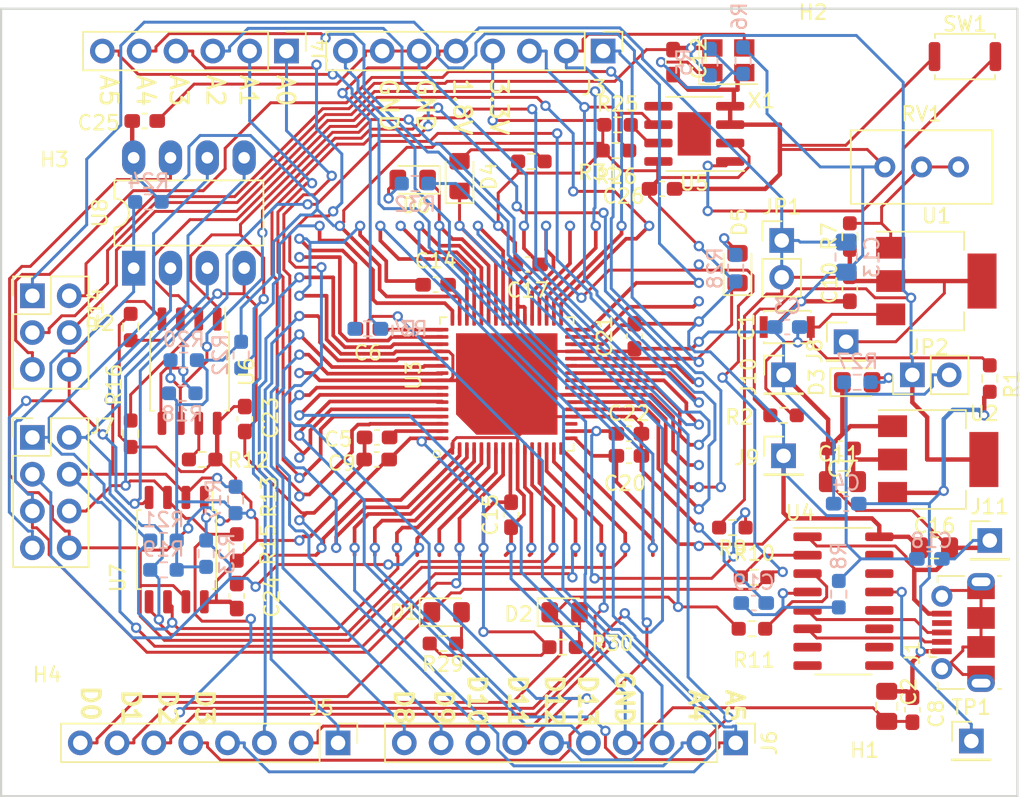
<source format=kicad_pcb>
(kicad_pcb (version 20221018) (generator pcbnew)
  (title_block (date "2023-07-21") (rev "1.0.2"))
  (layers (0 "F.Cu" signal) (31 "B.Cu" signal) (34 "B.Paste" user) (35 "F.Paste" user) (36 "B.SilkS" user "B.Silkscreen") (37 "F.SilkS" user "F.Silkscreen") (38 "B.Mask" user) (39 "F.Mask" user) (44 "Edge.Cuts" user))
  (net 0 "")
  (net 1 "+5V")
  (net 2 "GND")
  (net 3 "+3.3VP")
  (net 4 "+3.3V")
  (net 5 "USB_D-")
  (net 6 "USB_D+")
  (net 8 "ISP_MISO")
  (net 9 "ISP_SCK")
  (net 10 "ISP_MOSI")
  (net 11 "ISP_SSN")
  (net 12 "gpio")
  (net 13 "xclk")
  (net 14 "~{RST}")
  (net 15 "mprj_io_11")
  (net 16 "ardunio_a0")
  (net 17 "ardunio_a1")
  (net 18 "ardunio_a2")
  (net 19 "ardunio_a3")
  (net 20 "ardunio_a4")
  (net 21 "ardunio_a5")
  (net 22 "ardunio_d7")
  (net 23 "ardunio_d6")
  (net 24 "ardunio_d5")
  (net 25 "ardunio_d4")
  (net 26 "ardunio_d3")
  (net 27 "ardunio_d2")
  (net 28 "ardunio_d1")
  (net 29 "ardunio_d0")
  (net 30 "mprj_io_12")
  (net 31 "ardunio_d13")
  (net 32 "ardunio_d12")
  (net 33 "ardunio_d11")
  (net 34 "ardunio_d10")
  (net 35 "ardunio_d9")
  (net 36 "ardunio_d8")
  (net 37 "Net-(U1-ADJ)")
  (net 38 "CARAVEL_FLASH_IO3")
  (net 39 "USER_FLASH_IO3")
  (net 40 "CARAVEL_FLASH_IO2")
  (net 41 "USER_FLASH_IO2")
  (net 42 "CARAVEL_FLASH_IO1")
  (net 43 "USER_FLASH_IO1")
  (net 44 "CARAVEL_FLASH_IO0")
  (net 45 "USER_FLASH_IO0")
  (net 46 "CARAVEL_FLASH_SCK")
  (net 47 "USER_FLASH_SCK")
  (net 48 "CARAVEL_FLASH_SSN")
  (net 49 "USER_FLASH_SSN")
  (net 50 "USER_SRAM_SSN")
  (net 51 "mprj_io_30")
  (net 52 "mprj_io_32")
  (net 53 "mprj_io_37")
  (net 55 "mprj_io_0")
  (net 56 "mprj_io_5_ser_rx")
  (net 57 "+1V8")
  (net 58 "Net-(X1-EN)")
  (net 59 "Net-(U1-VI)")
  (net 60 "/vccd2")
  (net 61 "/vccd1")
  (net 62 "Net-(U4-V3)")
  (net 63 "/vccd0")
  (net 64 "Net-(D1-A)")
  (net 65 "Net-(D2-A)")
  (net 66 "Net-(D3-A)")
  (net 67 "Net-(D4-A)")
  (net 68 "Net-(D5-A)")
  (net 69 "Net-(D6-A)")
  (net 70 "unconnected-(J1-Shield-Pad6)")
  (net 71 "Net-(U4-TXD)")
  (net 72 "Net-(U4-RXD)")
  (net 73 "Net-(U5-~{ST})")
  (net 74 "Net-(U5-~{PB_RST})")
  (net 75 "Net-(U4-~{DTR})")
  (footprint "Connector_PinHeader_2.54mm:PinHeader_1x01_P2.54mm_Vertical" (layer "F.Cu") (at 123.698 74.676)
    (fp_text reference "J10")
    (fp_text value "Conn_01x01" hide)
  )
  (footprint "Package_TO_SOT_SMD:SOT-223-3_TabPin2" (layer "F.Cu") (at 134.366 80.518)
    (fp_text reference "U2")
    (fp_text value "LM1117MP-3.3" hide)
  )
  (footprint "Resistor_SMD:R_0603_1608Metric_Pad0.98x0.95mm_HandSolder" (layer "F.Cu") (at 112.2445 57.416)
    (fp_text reference "R25")
    (fp_text value "10K" hide)
  )
  (footprint "Package_SO:SOIC-8_5.23x5.23mm_P1.27mm" (layer "F.Cu") (at 81.835 86.738 -90)
    (fp_text reference "U7")
    (fp_text value "W25Q32JVSS" hide)
  )
  (footprint "Package_TO_SOT_SMD:SOT-223-3_TabPin2" (layer "F.Cu") (at 134.239 68.199)
    (fp_text reference "U1")
    (fp_text value "LM1117S-ADJ" hide)
  )
  (footprint "Package_SO:SOIC-16_3.9x9.9mm_P1.27mm" (layer "F.Cu") (at 127.827 90.297)
    (fp_text reference "U4")
    (fp_text value "CH340C" hide)
  )
  (footprint "Connector_PinHeader_2.54mm:PinHeader_1x02_P2.54mm_Vertical" (layer "F.Cu") (at 132.583 74.676 90)
    (fp_text reference "JP2")
    (fp_text value "Jumper_2" hide)
  )
  (footprint "Connector_PinHeader_2.54mm:PinHeader_2x04_P2.54mm_Vertical" (layer "F.Cu") (at 71.882 78.994)
    (fp_text reference "J7")
    (fp_text value "Conn_02x04_Odd_Even" hide)
  )
  (footprint "Capacitor_SMD:C_0603_1608Metric_Pad1.08x0.95mm_HandSolder" (layer "F.Cu") (at 116.078 53.086 -90)
    (fp_text reference "C12")
    (fp_text value "0.1uF" hide)
  )
  (footprint "Connector_PinHeader_2.54mm:PinHeader_1x02_P2.54mm_Vertical" (layer "F.Cu") (at 123.571 65.4)
    (fp_text reference "JP1")
    (fp_text value "Jumper_2" hide)
  )
  (footprint "Package_SO:SOIC-8-1EP_3.9x4.9mm_P1.27mm_EP2.29x3mm" (layer "F.Cu") (at 117.54 58.039 180)
    (fp_text reference "U5")
    (fp_text value "MAX1232ESA+T" hide)
  )
  (footprint "MountingHole:MountingHole_3.2mm_M3" (layer "F.Cu") (at 126.238 99.822)
    (fp_text reference "H1")
    (fp_text value "MountingHole" hide)
  )
  (footprint "Capacitor_SMD:C_0603_1608Metric_Pad1.08x0.95mm_HandSolder" (layer "F.Cu") (at 132.588 97.79 -90)
    (fp_text reference "C8")
    (fp_text value "0.1uF" hide)
  )
  (footprint "Capacitor_SMD:C_0805_2012Metric_Pad1.18x1.45mm_HandSolder" (layer "F.Cu") (at 127.762 82.042 180)
    (fp_text reference "C11")
    (fp_text value "22uF" hide)
  )
  (footprint "Connector_PinHeader_2.54mm:PinHeader_1x01_P2.54mm_Vertical" (layer "F.Cu") (at 137.922 86.106)
    (fp_text reference "J11")
    (fp_text value "Conn_01x01" hide)
  )
  (footprint "Capacitor_SMD:C_0603_1608Metric_Pad1.08x0.95mm_HandSolder" (layer "F.Cu") (at 95.0225 71.501)
    (fp_text reference "C6")
    (fp_text value "0.1uf" hide)
  )
  (footprint "Capacitor_SMD:C_0603_1608Metric_Pad1.08x0.95mm_HandSolder" (layer "F.Cu") (at 99.695 68.453 180)
    (fp_text reference "C14")
    (fp_text value "0.1uf" hide)
  )
  (footprint "LED_SMD:LED_0805_2012Metric_Pad1.15x1.40mm_HandSolder" (layer "F.Cu") (at 128.778 75.184)
    (fp_text reference "D3")
    (fp_text value "RED LED" hide)
  )
  (footprint "Button_Switch_SMD:SW_SPST_CK_KXT3" (layer "F.Cu") (at 123.952 71.374 180)
    (fp_text reference "C1")
    (fp_text value "10uF" hide)
  )
  (footprint "Resistor_SMD:R_0603_1608Metric_Pad0.98x0.95mm_HandSolder" (layer "F.Cu") (at 112.141 59.194)
    (fp_text reference "R26")
    (fp_text value "10K" hide)
  )
  (footprint "LED_SMD:LED_0805_2012Metric_Pad1.15x1.40mm_HandSolder" (layer "F.Cu") (at 101.346 60.96 90)
    (fp_text reference "D4")
    (fp_text value "GREEN LED" hide)
  )
  (footprint "Connector_PinHeader_2.54mm:PinHeader_1x06_P2.54mm_Vertical" (layer "F.Cu") (at 89.408 52.324 -90)
    (fp_text reference "J4")
    (fp_text value "Conn_01x06_Pin" hide)
  )
  (footprint "Capacitor_SMD:C_0603_1608Metric_Pad1.08x0.95mm_HandSolder" (layer "F.Cu") (at 85.979 89.9425 90)
    (fp_text reference "C24")
    (fp_text value "0.1uf" hide)
  )
  (footprint "Capacitor_SMD:C_0603_1608Metric_Pad1.08x0.95mm_HandSolder" (layer "F.Cu") (at 95.6575 78.994 180)
    (fp_text reference "C5")
    (fp_text value "0.1uf" hide)
  )
  (footprint "Connector_PinHeader_2.54mm:PinHeader_1x08_P2.54mm_Vertical" (layer "F.Cu") (at 111.252 52.324 -90)
    (fp_text reference "J3")
    (fp_text value "Conn_01x08_Pin" hide)
  )
  (footprint "Connector_PinHeader_2.54mm:PinHeader_1x10_P2.54mm_Vertical" (layer "F.Cu") (at 120.396 100.076 -90)
    (fp_text reference "J6")
    (fp_text value "Conn_01x10_Pin" hide)
  )
  (footprint "Package_SO:SOIC-8_5.23x5.23mm_P1.27mm" (layer "F.Cu") (at 82.724 74.422 -90)
    (fp_text reference "U6")
    (fp_text value "W25Q32JVSS" hide)
  )
  (footprint "MountingHole:MountingHole_3.2mm_M3" (layer "F.Cu") (at 73.406 92.202)
    (fp_text reference "H4")
    (fp_text value "MountingHole" hide)
  )
  (footprint "Resistor_SMD:R_0603_1608Metric_Pad0.98x0.95mm_HandSolder" (layer "F.Cu") (at 137.922 74.93 90)
    (fp_text reference "R1")
    (fp_text value "DNI" hide)
  )
  (footprint "Resistor_SMD:R_0603_1608Metric_Pad0.98x0.95mm_HandSolder" (layer "F.Cu") (at 100.203 93.218 180)
    (fp_text reference "R29")
    (fp_text value "470 Ohm" hide)
  )
  (footprint "Connector_USB:USB_Micro-B_Molex-105017-0001" (layer "F.Cu") (at 136.0825 92.456 90)
    (fp_text reference "J1")
    (fp_text value "USB_B_Micro" hide)
  )
  (footprint "Connector_PinHeader_2.54mm:PinHeader_1x01_P2.54mm_Vertical" (layer "F.Cu") (at 123.698 80.264)
    (fp_text reference "J9")
    (fp_text value "Conn_01x01" hide)
  )
  (footprint "Resistor_SMD:R_0603_1608Metric_Pad0.98x0.95mm_HandSolder" (layer "F.Cu") (at 120.1655 85.217 180)
    (fp_text reference "R9")
    (fp_text value "0E")
  )
  (footprint "Resistor_SMD:R_0603_1608Metric_Pad0.98x0.95mm_HandSolder" (layer "F.Cu") (at 78.66 78.74 90)
    (fp_text reference "R16")
    (fp_text value "10K" hide)
  )
  (footprint "Resistor_SMD:R_0603_1608Metric_Pad0.98x0.95mm_HandSolder" (layer "F.Cu") (at 108.458 93.472 180)
    (fp_text reference "R30")
    (fp_text value "470 Ohm" hide)
  )
  (footprint "Resistor_SMD:R_0603_1608Metric_Pad0.98x0.95mm_HandSolder" (layer "F.Cu") (at 121.5155 92.202 180)
    (fp_text reference "R11")
    (fp_text value "0E" hide)
  )
  (footprint "Connector_PinHeader_2.54mm:PinHeader_1x08_P2.54mm_Vertical" (layer "F.Cu") (at 92.964 100.076 -90)
    (fp_text reference "J5")
    (fp_text value "Conn_01x08_Pin" hide)
  )
  (footprint "Resistor_SMD:R_0603_1608Metric_Pad0.98x0.95mm_HandSolder" (layer "F.Cu") (at 78.66 71.374 -90)
    (fp_text reference "R14")
    (fp_text value "10K" hide)
  )
  (footprint "Capacitor_SMD:C_0603_1608Metric_Pad1.08x0.95mm_HandSolder" (layer "F.Cu") (at 106.045 67.056)
    (fp_text reference "C17")
    (fp_text value "0.1uf" hide)
  )
  (footprint "Capacitor_SMD:C_0603_1608Metric_Pad1.08x0.95mm_HandSolder" (layer "F.Cu") (at 113.411 72.009 -90)
    (fp_text reference "C21")
    (fp_text value "0.1uf" hide)
  )
  (footprint "MountingHole:MountingHole_3.2mm_M3" (layer "F.Cu") (at 125.73 53.848)
    (fp_text reference "H2")
    (fp_text value "MountingHole" hide)
  )
  (footprint "Capacitor_SMD:C_0805_2012Metric_Pad1.18x1.45mm_HandSolder" (layer "F.Cu") (at 134.112 86.614)
    (fp_text reference "C16")
    (fp_text value "10uF" hide)
  )
  (footprint "Resistor_SMD:R_0603_1608Metric_Pad0.98x0.95mm_HandSolder" (layer "F.Cu") (at 83.5895 80.518 180)
    (fp_text reference "R12")
    (fp_text value "10K" hide)
  )
  (footprint "Connector_PinHeader_2.54mm:PinHeader_1x01_P2.54mm_Vertical" (layer "F.Cu") (at 128.016 72.39)
    (fp_text reference "J8")
    (fp_text value "Conn_01x01" hide)
  )
  (footprint "Capacitor_SMD:C_0603_1608Metric_Pad1.08x0.95mm_HandSolder" (layer "F.Cu") (at 115.316 61.837)
    (fp_text reference "C26")
    (fp_text value "0.1uf" hide)
  )
  (footprint "Package_DIP:DIP-8_W7.62mm_LongPads" (layer "F.Cu") (at 78.867 67.31 90)
    (fp_text reference "U8")
    (fp_text value "23LC1024-I/P " hide)
  )
  (footprint "Capacitor_SMD:C_0603_1608Metric_Pad1.08x0.95mm_HandSolder" (layer "F.Cu") (at 95.631 80.518)
    (fp_text reference "C9")
    (fp_text value "0.1uf" hide)
  )
  (footprint "Resistor_SMD:R_0603_1608Metric_Pad0.98x0.95mm_HandSolder" (layer "F.Cu") (at 85.899 83.309 -90)
    (fp_text reference "R13")
    (fp_text value "10K" hide)
  )
  (footprint "Capacitor_SMD:C_0603_1608Metric_Pad1.08x0.95mm_HandSolder" (layer "F.Cu") (at 113.03 78.74 180)
    (fp_text reference "C22")
    (fp_text value "0.1uf" hide)
  )
  (footprint "Resistor_SMD:R_0603_1608Metric_Pad0.98x0.95mm_HandSolder" (layer "F.Cu") (at 106.299 59.944 180)
    (fp_text reference "R31")
    (fp_text value "470 Ohm" hide)
  )
  (footprint "Connector_PinHeader_2.54mm:PinHeader_1x01_P2.54mm_Vertical" (layer "F.Cu") (at 136.652 99.949)
    (fp_text reference "TP1")
    (fp_text value "TestPoint" hide)
  )
  (footprint "Resistor_SMD:R_0603_1608Metric_Pad0.98x0.95mm_HandSolder" (layer "F.Cu") (at 123.698 77.47)
    (fp_text reference "R2")
    (fp_text value "0E" hide)
  )
  (footprint "Package_DFN_QFN:RISCDUINO_QFN-64-1EP_9x9mm_P0.5mm_EP7.65x7.65mm_NEW" (layer "F.Cu") (at 100.854 79.756 90)
    (fp_text reference "U3")
    (fp_text value "Riscduino")
  )
  (footprint "Button_Switch_SMD:SW_Push_SPST_NO_Alps_SKRK" (layer "F.Cu") (at 136.212 52.705)
    (fp_text reference "SW1")
    (fp_text value "4Pin Round Button SPST Straight Tactile Switch SMD - TS4550TP" hide)
  )
  (footprint "Capacitor_SMD:C_0603_1608Metric_Pad1.08x0.95mm_HandSolder" (layer "F.Cu") (at 128.27 68.7335 -90)
    (fp_text reference "C10")
    (fp_text value "0.1uF" hide)
  )
  (footprint "LED_SMD:LED_0805_2012Metric_Pad1.15x1.40mm_HandSolder" (layer "F.Cu") (at 98.115 61.214 180)
    (fp_text reference "D6")
    (fp_text value "GREEN LED" hide)
  )
  (footprint "LED_SMD:LED_0805_2012Metric_Pad1.15x1.40mm_HandSolder" (layer "F.Cu") (at 120.523 67.31 90)
    (fp_text reference "D5")
    (fp_text value "GREEN LED" hide)
  )
  (footprint "Capacitor_SMD:C_0603_1608Metric_Pad1.08x0.95mm_HandSolder" (layer "F.Cu") (at 104.902 84.328 90)
    (fp_text reference "C15")
    (fp_text value "0.1uf" hide)
  )
  (footprint "Capacitor_SMD:C_0805_2012Metric_Pad1.18x1.45mm_HandSolder" (layer "F.Cu") (at 130.81 97.5575 -90)
    (fp_text reference "C2")
    (fp_text value "10uF" hide)
  )
  (footprint "Resistor_SMD:R_0603_1608Metric_Pad0.98x0.95mm_HandSolder" (layer "F.Cu") (at 121.666 88.646)
    (fp_text reference "R10")
    (fp_text value "0E" hide)
  )
  (footprint "Connector_PinHeader_2.54mm:PinHeader_2x03_P2.54mm_Vertical" (layer "F.Cu") (at 71.882 69.215)
    (fp_text reference "J2")
    (fp_text value "ISP" hide)
  )
  (footprint "Capacitor_SMD:C_0603_1608Metric_Pad1.08x0.95mm_HandSolder" (layer "F.Cu") (at 127.635 79.756 180)
    (fp_text reference "C7")
    (fp_text value "0.1uF" hide)
  )
  (footprint "Crystal:Crystal_SMD_Abracon_ABM8G-4Pin_3.2x2.5mm" (layer "F.Cu") (at 119.888 52.959)
    (fp_text reference "X1")
    (fp_text value "ASE-10.000MHZ-LC-T" hide)
  )
  (footprint "Capacitor_SMD:C_0603_1608Metric_Pad1.08x0.95mm_HandSolder" (layer "F.Cu") (at 113.03 80.264 180)
    (fp_text reference "C20")
    (fp_text value "0.1uf" hide)
  )
  (footprint "MountingHole:MountingHole_3.2mm_M3" (layer "F.Cu") (at 73.406 62.484)
    (fp_text reference "H3")
    (fp_text value "MountingHole" hide)
  )
  (footprint "Resistor_SMD:R_0603_1608Metric_Pad0.98x0.95mm_HandSolder" (layer "F.Cu") (at 85.979 86.5905 90)
    (fp_text reference "R15")
    (fp_text value "10K" hide)
  )
  (footprint "Capacitor_SMD:C_0603_1608Metric_Pad1.08x0.95mm_HandSolder" (layer "F.Cu") (at 86.534 77.724 -90)
    (fp_text reference "C23")
    (fp_text value "0.1uf" hide)
  )
  (footprint "LED_SMD:LED_0805_2012Metric_Pad1.15x1.40mm_HandSolder" (layer "F.Cu") (at 108.594 91.059)
    (fp_text reference "D2")
    (fp_text value "GREEN LED" hide)
  )
  (footprint "Capacitor_SMD:C_0603_1608Metric_Pad1.08x0.95mm_HandSolder" (layer "F.Cu") (at 79.629 57.15)
    (fp_text reference "C25")
    (fp_text value "0.1uf" hide)
  )
  (footprint "Potentiometer_THT:Potentiometer_Bourns_3296W_Vertical" (layer "F.Cu") (at 135.763 60.325)
    (fp_text reference "RV1")
    (fp_text value "500 Ohm Trim Pot" hide)
  )
  (footprint "LED_SMD:LED_0805_2012Metric_Pad1.15x1.40mm_HandSolder" (layer "F.Cu") (at 100.457 91.059)
    (fp_text reference "D1")
    (fp_text value "BLUE LED" hide)
  )
  (footprint "Resistor_SMD:R_0603_1608Metric_Pad0.98x0.95mm_HandSolder" (layer "F.Cu") (at 128.27 65.1275 90)
    (fp_text reference "R7")
    (fp_text value "470 Ohm" hide)
  )
  (footprint "Resistor_SMD:R_0603_1608Metric_Pad0.98x0.95mm_HandSolder" (layer "B.Cu") (at 127.508 89.8125 90)
    (fp_text reference "R8")
    (fp_text value "0E" hide)
  )
  (footprint "Resistor_SMD:R_0603_1608Metric_Pad0.98x0.95mm_HandSolder" (layer "B.Cu") (at 85.899 83.309 90)
    (fp_text reference "R17")
    (fp_text value "10K" hide)
  )
  (footprint "Resistor_SMD:R_0603_1608Metric_Pad0.98x0.95mm_HandSolder" (layer "B.Cu") (at 128.778 75.184 180)
    (fp_text reference "R27")
    (fp_text value "470 Ohm")
  )
  (footprint "Resistor_SMD:R_0603_1608Metric_Pad0.98x0.95mm_HandSolder" (layer "B.Cu") (at 118.618 53.086 90)
    (fp_text reference "R5")
    (fp_text value "DNI" hide)
  )
  (footprint "Resistor_SMD:R_0603_1608Metric_Pad0.98x0.95mm_HandSolder" (layer "B.Cu") (at 83.867 87.0155 90)
    (fp_text reference "R23")
    (fp_text value "10K")
  )
  (footprint "Capacitor_SMD:C_0603_1608Metric_Pad1.08x0.95mm_HandSolder" (layer "B.Cu") (at 121.6395 90.424 180)
    (fp_text reference "C19")
    (fp_text value "0.1uF" hide)
  )
  (footprint "Resistor_SMD:R_0603_1608Metric_Pad0.98x0.95mm_HandSolder" (layer "B.Cu") (at 82.216 75.946)
    (fp_text reference "R18")
    (fp_text value "10K" hide)
  )
  (footprint "Resistor_SMD:R_0603_1608Metric_Pad0.98x0.95mm_HandSolder" (layer "B.Cu") (at 120.904 52.9825 90)
    (fp_text reference "R6")
    (fp_text value "DNI" hide)
  )
  (footprint "Resistor_SMD:R_0603_1608Metric_Pad0.98x0.95mm_HandSolder" (layer "B.Cu") (at 86.28 73.3025 -90)
    (fp_text reference "R22")
    (fp_text value "10K")
  )
  (footprint "Resistor_SMD:R_0603_1608Metric_Pad0.98x0.95mm_HandSolder" (layer "B.Cu") (at 82.3195 73.66 180)
    (fp_text reference "R20")
    (fp_text value "10K")
  )
  (footprint "Resistor_SMD:R_0603_1608Metric_Pad0.98x0.95mm_HandSolder" (layer "B.Cu") (at 98.2745 61.468)
    (fp_text reference "R32")
    (fp_text value "470 Ohm")
  )
  (footprint "Resistor_SMD:R_0603_1608Metric_Pad0.98x0.95mm_HandSolder" (layer "B.Cu") (at 95.0225 71.501 180)
    (fp_text reference "R3")
    (fp_text value "0E" hide)
  )
  (footprint "Resistor_SMD:R_0603_1608Metric_Pad0.98x0.95mm_HandSolder" (layer "B.Cu") (at 120.396 67.31 -90)
    (fp_text reference "R28")
    (fp_text value "470 Ohm")
  )
  (footprint "Capacitor_SMD:C_0805_2012Metric_Pad1.18x1.45mm_HandSolder" (layer "B.Cu") (at 128.016 66.548 -90)
    (fp_text reference "C13")
    (fp_text value "22uF" hide)
  )
  (footprint "Resistor_SMD:R_0603_1608Metric_Pad0.98x0.95mm_HandSolder" (layer "B.Cu") (at 80.9225 88.135 180)
    (fp_text reference "R19")
    (fp_text value "10K")
  )
  (footprint "Capacitor_SMD:C_0603_1608Metric_Pad1.08x0.95mm_HandSolder" (layer "B.Cu") (at 123.952 71.374 180)
    (fp_text reference "C3")
    (fp_text value "0.1uF")
  )
  (footprint "Capacitor_SMD:C_0603_1608Metric_Pad1.08x0.95mm_HandSolder" (layer "B.Cu") (at 128.016 83.566 180)
    (fp_text reference "C4")
    (fp_text value "0.1uF")
  )
  (footprint "Capacitor_SMD:C_0603_1608Metric_Pad1.08x0.95mm_HandSolder" (layer "B.Cu") (at 133.7575 87.376)
    (fp_text reference "C18")
    (fp_text value "0.1uF" hide)
  )
  (footprint "Resistor_SMD:R_0603_1608Metric_Pad0.98x0.95mm_HandSolder" (layer "B.Cu") (at 80.9225 86.103 180)
    (fp_text reference "R21")
    (fp_text value "10K")
  )
  (footprint "Resistor_SMD:R_0603_1608Metric_Pad0.98x0.95mm_HandSolder" (layer "B.Cu") (at 79.883 62.738 180)
    (fp_text reference "R24")
    (fp_text value "10K")
  )
  (footprint "Resistor_SMD:R_0603_1608Metric_Pad0.98x0.95mm_HandSolder" (layer "B.Cu") (at 95.0225 71.501 180)
    (fp_text reference "R4")
    (fp_text value "0E" hide)
  )
  (gr_rect (start 69.723 49.403) (end 139.827 103.759) (stroke (width 0.1524)) (fill none) (layer "Edge.Cuts"))
  (gr_text "A4" (at 117.094 96.266 270) (layer "F.SilkS") (effects (font (size 1.2 1.2) (thickness 0.25) bold) (justify left bottom)))
  (gr_text "A3" (at 81.28 53.848 270) (layer "F.SilkS") (effects (font (size 1.2 1.2) (thickness 0.1875)) (justify left bottom)))
  (gr_text "D0" (at 75.184 96.012 270) (layer "F.SilkS") (effects (font (size 1.2 1.2) (thickness 0.25) bold) (justify left bottom)))
  (gr_text "A0" (at 88.646 53.848 -90) (layer "F.SilkS") (effects (font (size 1.2 1.2) (thickness 0.1875)) (justify left bottom)))
  (gr_text "D10" (at 101.854 95.25 270) (layer "F.SilkS") (effects (font (size 1.2 1.2) (thickness 0.25) bold) (justify left bottom)))
  (gr_text "A1" (at 86.106 53.848 270) (layer "F.SilkS") (effects (font (size 1.2 1.2) (thickness 0.1875)) (justify left bottom)))
  (gr_text "GND" (at 112.014 94.996 270) (layer "F.SilkS") (effects (font (size 1.2 1.2) (thickness 0.25) bold) (justify left bottom)))
  (gr_text "D3" (at 83.058 96.266 270) (layer "F.SilkS") (effects (font (size 1.2 1.2) (thickness 0.25) bold) (justify left bottom)))
  (gr_text "1.8V" (at 100.838 54.102 270) (layer "F.SilkS") (effects (font (size 1.2 1.2) (thickness 0.1875)) (justify left bottom)))
  (gr_text "D13" (at 109.474 95.25 270) (layer "F.SilkS") (effects (font (size 1.2 1.2) (thickness 0.25) bold) (justify left bottom)))
  (gr_text "D9" (at 99.568 96.266 270) (layer "F.SilkS") (effects (font (size 1.2 1.2) (thickness 0.25) bold) (justify left bottom)))
  (gr_text "D11" (at 104.648 95.25 270) (layer "F.SilkS") (effects (font (size 1.2 1.2) (thickness 0.25) bold) (justify left bottom)))
  (gr_text "A4" (at 78.994 53.848 270) (layer "F.SilkS") (effects (font (size 1.2 1.2) (thickness 0.1875)) (justify left bottom)))
  (gr_text "A5" (at 76.454 53.848 270) (layer "F.SilkS") (effects (font (size 1.2 1.2) (thickness 0.1875)) (justify left bottom)))
  (gr_text "D8" (at 96.774 96.266 270) (layer "F.SilkS") (effects (font (size 1.2 1.2) (thickness 0.25) bold) (justify left bottom)))
  (gr_text "D2" (at 80.518 96.266 270) (layer "F.SilkS") (effects (font (size 1.2 1.2) (thickness 0.25) bold) (justify left bottom)))
  (gr_text "A5" (at 119.634 96.266 270) (layer "F.SilkS") (effects (font (size 1.2 1.2) (thickness 0.25) bold) (justify left bottom)))
  (gr_text "D12" (at 107.188 95.25 270) (layer "F.SilkS") (effects (font (size 1.2 1.2) (thickness 0.25) bold) (justify left bottom)))
  (gr_text "GND" (at 98.298 54.102 270) (layer "F.SilkS") (effects (font (size 1.2 1.2) (thickness 0.1875)) (justify left bottom)))
  (gr_text "D1" (at 77.978 96.266 270) (layer "F.SilkS") (effects (font (size 1.2 1.2) (thickness 0.25) bold) (justify left bottom)))
  (gr_text "3.3V" (at 103.378 54.102 270) (layer "F.SilkS") (effects (font (size 1.2 1.2) (thickness 0.1875)) (justify left bottom)))
  (gr_text "GND" (at 95.758 54.102 270) (layer "F.SilkS") (effects (font (size 1.2 1.2) (thickness 0.1875)) (justify left bottom)))
  (gr_text "A2" (at 83.82 53.848 270) (layer "F.SilkS") (effects (font (size 1.2 1.2) (thickness 0.1875)) (justify left bottom)))
  (segment (start 131.216 82.818) (end 134.606 82.818) (width 0.3048) (layer "F.Cu") (net 1))
  (segment locked (start 133.32 93.756) (end 134.62 93.756) (width 0.3048) (layer "F.Cu") (net 1))
  (segment locked (start 132.588 96.9275) (end 132.588 94.488) (width 0.3048) (layer "F.Cu") (net 1))
  (segment (start 132.18 96.52) (end 132.588 96.9275) (width 0.3048) (layer "F.Cu") (net 1))
  (segment locked (start 130.81 96.52) (end 132.1805 96.52) (width 0.3048) (layer "F.Cu") (net 1))
  (segment (start 133.1559 93.756) (end 133.32 93.756) (width 0.2032) (layer "F.Cu") (net 1))
  (segment (start 137.541 76.2235) (end 137.922 75.8425) (width 0.3048) (layer "F.Cu") (net 1))
  (segment (start 134.606 82.818) (end 134.747 82.677) (width 0.3048) (layer "F.Cu") (net 1))
  (segment (start 137.541 77.47) (end 137.541 76.2235) (width 0.3048) (layer "F.Cu") (net 1))
  (segment locked (start 132.588 94.488) (end 133.32 93.756) (width 0.3048) (layer "F.Cu") (net 1))
  (via (at 134.747 82.677) (size 0.7112) (drill 0.4064) (layers "F.Cu" "B.Cu") (net 1))
  (via (at 133.1559 93.756) (size 0.7112) (drill 0.4064) (layers "F.Cu" "B.Cu") (net 1))
  (via (at 137.541 77.47) (size 0.7112) (drill 0.4064) (layers "F.Cu" "B.Cu") (net 1))
  (segment (start 133.7575 88.6838) (end 133.1559 89.2854) (width 0.2032) (layer "B.Cu") (net 1))
  (segment (start 133.7575 83.566) (end 133.7575 88.6838) (width 0.2032) (layer "B.Cu") (net 1))
  (segment locked (start 134.747 77.724) (end 135.382 77.089) (width 0.3048) (layer "B.Cu") (net 1))
  (segment (start 133.7575 83.566) (end 128.8785 83.566) (width 0.2032) (layer "B.Cu") (net 1))
  (segment (start 134.6465 82.677) (end 133.7575 83.566) (width 0.2032) (layer "B.Cu") (net 1))
  (segment (start 133.1559 89.2854) (end 133.1559 93.756) (width 0.2032) (layer "B.Cu") (net 1))
  (segment locked (start 134.747 82.677) (end 134.747 77.724) (width 0.3048) (layer "B.Cu") (net 1))
  (segment (start 134.747 82.677) (end 134.6465 82.677) (width 0.2032) (layer "B.Cu") (net 1))
  (segment locked (start 135.382 77.089) (end 137.16 77.089) (width 0.3048) (layer "B.Cu") (net 1))
  (segment (start 137.16 77.089) (end 137.541 77.47) (width 0.3048) (layer "B.Cu") (net 1))
  (segment (start 100.154 75.056) (end 100.6493 75.056) (width 0.254) (layer "F.Cu") (net 2))
  (segment locked (start 109.054 73.056) (end 113.2265 73.056) (width 0.254) (layer "F.Cu") (net 2))
  (segment (start 91.948 85.979) (end 91.948 86.487) (width 0.254) (layer "F.Cu") (net 2))
  (segment locked (start 117.3745 72.8715) (end 117.856 72.39) (width 0.254) (layer "F.Cu") (net 2))
  (segment locked (start 94.795 80.4915) (end 94.7685 80.518) (width 0.254) (layer "F.Cu") (net 2))
  (segment locked (start 105.481 69.977) (end 105.354 69.85) (width 0.254) (layer "F.Cu") (net 2))
  (segment locked (start 126.7245 82.042) (end 126.7245 79.804) (width 0.3048) (layer "F.Cu") (net 2))
  (segment locked (start 94.7685 80.518) (end 94.7685 80.7455) (width 0.254) (layer "F.Cu") (net 2))
  (segment locked (start 117.094 80.899) (end 116.3955 80.2005) (width 0.254) (layer "F.Cu") (net 2))
  (segment (start 108.061 73.056) (end 107.5949 73.056) (width 0.2032) (layer "F.Cu") (net 2))
  (segment (start 113.8925 79.6655) (end 113.8925 78.74) (width 0.2032) (layer "F.Cu") (net 2))
  (segment (start 127.753 78.7755) (end 127.267 79.2612) (width 0.3048) (layer "F.Cu") (net 2))
  (segment locked (start 98.5785 68.199) (end 98.8325 68.453) (width 0.254) (layer "F.Cu") (net 2))
  (segment locked (start 90.297 65.278) (end 91.1098 66.0908) (width 0.254) (layer "F.Cu") (net 2))
  (segment (start 91.948 86.487) (end 91.821 86.614) (width 0.254) (layer "F.Cu") (net 2))
  (segment (start 105.354 79.0025) (end 105.354 79.756) (width 0.2032) (layer "F.Cu") (net 2))
  (segment (start 86.487 69.0734) (end 84.6441 69.0734) (width 0.2032) (layer "F.Cu") (net 2))
  (segment (start 96.012 52.324) (end 98.552 52.324) (width 0.2032) (layer "F.Cu") (net 2))
  (segment locked (start 93.280378 66.0908) (end 93.541289 66.351711) (width 0.254) (layer "F.Cu") (net 2))
  (segment locked (start 96.2914 68.199) (end 98.5785 68.199) (width 0.254) (layer "F.Cu") (net 2))
  (segment (start 113.9327 99.7868) (end 113.9327 100.076) (width 0.2032) (layer "F.Cu") (net 2))
  (segment (start 128.7178 84.0353) (end 126.7245 82.042) (width 0.2032) (layer "F.Cu") (net 2))
  (segment (start 117.12 54.991) (end 116.078 53.9485) (width 0.3048) (layer "F.Cu") (net 2))
  (segment (start 126.772 79.756) (end 127.267 79.2612) (width 0.3048) (layer "F.Cu") (net 2))
  (segment (start 74.422 76.4666) (end 76.7382 78.7828) (width 0.2032) (layer "F.Cu") (net 2))
  (segment locked (start 100.854 79.756) (end 97.298 83.312) (width 0.254) (layer "F.Cu") (net 2))
  (segment (start 109.054 73.056) (end 108.061 73.056) (width 0.2032) (layer "F.Cu") (net 2))
  (segment (start 109.054 77.556) (end 106.7433 77.556) (width 0.2032) (layer "F.Cu") (net 2))
  (segment (start 74.422 74.295) (end 74.422 76.4666) (width 0.2032) (layer "F.Cu") (net 2))
  (segment (start 132.1516 87.4804) (end 132.1516 87.2319) (width 0.2032) (layer "F.Cu") (net 2))
  (segment locked (start 123.063 71.374) (end 124.841 69.596) (width 0.3048) (layer "F.Cu") (net 2))
  (segment (start 75.5787 72.3444) (end 75.5787 72.2308) (width 0.2032) (layer "F.Cu") (net 2))
  (segment locked (start 94.16 66.970422) (end 93.541289 66.351711) (width 0.254) (layer "F.Cu") (net 2))
  (segment locked (start 116.1785 61.837) (end 122.44 61.837) (width 0.3048) (layer "F.Cu") (net 2))
  (segment locked (start 116.078 77.573844) (end 116.078 79.883) (width 0.254) (layer "F.Cu") (net 2))
  (segment locked (start 126.7725 77.7505) (end 126.7725 79.756) (width 0.3048) (layer "F.Cu") (net 2))
  (segment (start 86.487 69.0734) (end 87.3166 69.903) (width 0.2032) (layer "F.Cu") (net 2))
  (segment locked (start 104.902 86.741) (end 104.521 87.122) (width 0.254) (layer "F.Cu") (net 2))
  (segment locked (start 135.1495 86.614) (end 137.414 86.614) (width 0.3048) (layer "F.Cu") (net 2))
  (segment locked (start 123.444 57.404) (end 120.015 57.404) (width 0.3048) (layer "F.Cu") (net 2))
  (segment locked (start 94.615 83.312) (end 91.948 85.979) (width 0.254) (layer "F.Cu") (net 2))
  (segment locked (start 94.488 64.389) (end 94.488 65.024) (width 0.254) (layer "F.Cu") (net 2))
  (segment locked (start 96.798905 73.2206) (end 93.1596 73.2206) (width 0.254) (layer "F.Cu") (net 2))
  (segment (start 105.354 78.9453) (end 105.354 79.0025) (width 0.2032) (layer "F.Cu") (net 2))
  (segment (start 125.987 86.487) (end 125.352 85.852) (width 0.2032) (layer "F.Cu") (net 2))
  (segment locked (start 92.1766 69.215) (end 90.297 69.215) (width 0.254) (layer "F.Cu") (net 2))
  (segment locked (start 105.791 83.014151) (end 105.791 84.3015) (width 0.254) (layer "F.Cu") (net 2))
  (segment (start 79.499 83.569) (end 79.93 83.138) (width 0.2032) (layer "F.Cu") (net 2))
  (segment locked (start 91.693 75.056) (end 91.186 74.549) (width 0.254) (layer "F.Cu") (net 2))
  (segment locked (start 113.8925 78.0785) (end 113.8925 78.74) (width 0.254) (layer "F.Cu") (net 2))
  (segment (start 83.0343 54.6072) (end 80.4915 57.15) (width 0.2032) (layer "F.Cu") (net 2))
  (segment (start 92.8927 54.6072) (end 83.0343 54.6072) (width 0.2032) (layer "F.Cu") (net 2))
  (segment locked (start 94.7685 80.7455) (end 91.313 84.201) (width 0.254) (layer "F.Cu") (net 2))
  (segment locked (start 134.239 88.138) (end 132.715 88.138) (width 0.3048) (layer "F.Cu") (net 2))
  (segment locked (start 94.16 71.501) (end 94.16 66.970422) (width 0.254) (layer "F.Cu") (net 2))
  (segment locked (start 122.44 61.837) (end 123.444 60.833) (width 0.3048) (layer "F.Cu") (net 2))
  (segment (start 132.1516 87.2319) (end 131.4067 86.487) (width 0.2032) (layer "F.Cu") (net 2))
  (segment locked (start 128.3105 78.218) (end 131.216 78.218) (width 0.3048) (layer "F.Cu") (net 2))
  (segment locked (start 113.2265 73.056) (end 113.411 72.8715) (width 0.254) (layer "F.Cu") (net 2))
  (segment locked (start 127.753 75.184) (end 127.753 78.7755) (width 0.3048) (layer "F.Cu") (net 2))
  (segment (start 120.523 54.991) (end 120.269 54.991) (width 0.3048) (layer "F.Cu") (net 2))
  (segment locked (start 113.8925 81.2535) (end 117.856 85.217) (width 0.254) (layer "F.Cu") (net 2))
  (segment (start 86.534 78.5865) (end 86.534 80.2932) (width 0.2032) (layer "F.Cu") (net 2))
  (segment locked (start 113.37 77.556) (end 113.8925 78.0785) (width 0.254) (layer "F.Cu") (net 2))
  (segment locked (start 105.791 69.977) (end 105.481 69.977) (width 0.254) (layer "F.Cu") (net 2))
  (segment (start 78.2003 69.6092) (end 79.6062 69.6092) (width 0.2032) (layer "F.Cu") (net 2))
  (segment (start 86.487 67.31) (end 86.487 69.0734) (width 0.2032) (layer "F.Cu") (net 2))
  (segment locked (start 93.1596 73.2206) (end 92.1766 72.2376) (width 0.254) (layer "F.Cu") (net 2))
  (segment (start 79.6062 69.6092) (end 80.819 70.822) (width 0.2032) (layer "F.Cu") (net 2))
  (segment (start 78.9373 83.569) (end 79.499 83.569) (width 0.2032) (layer "F.Cu") (net 2))
  (segment (start 120.269 55.88) (end 120.015 56.134) (width 0.3048) (layer "F.Cu") (net 2))
  (segment locked (start 91.1098 66.0908) (end 93.280378 66.0908) (width 0.254) (layer "F.Cu") (net 2))
  (segment locked (start 120.269 54.991) (end 120.269 55.88) (width 0.3048) (layer "F.Cu") (net 2))
  (segment (start 108.061 73.056) (end 106.854 73.056) (width 0.2032) (layer "F.Cu") (net 2))
  (segment locked (start 91.186 74.549) (end 90.297 74.549) (width 0.254) (layer "F.Cu") (net 2))
  (segment (start 120.523 54.274) (end 120.523 54.991) (width 0.3048) (layer "F.Cu") (net 2))
  (segment locked (start 105.854 70.856) (end 105.854 70.04) (width 0.254) (layer "F.Cu") (net 2))
  (segment locked (start 105.854 70.04) (end 105.791 69.977) (width 0.254) (layer "F.Cu") (net 2))
  (segment (start 127.9875 58.8295) (end 134.112 52.705) (width 0.2032) (layer "F.Cu") (net 2))
  (segment (start 74.422 73.7166) (end 74.422 73.1383) (width 0.2032) (layer "F.Cu") (net 2))
  (segment locked (start 105.354 82.577151) (end 105.791 83.014151) (width 0.254) (layer "F.Cu") (net 2))
  (segment (start 107.5949 73.056) (end 105.854 71.3151) (width 0.2032) (layer "F.Cu") (net 2))
  (segment (start 135.15 86.614) (end 135.15 87.2275) (width 0.3048) (layer "F.Cu") (net 2))
  (segment locked (start 120.015 56.134) (end 120.015 57.404) (width 0.3048) (layer "F.Cu") (net 2))
  (segment locked (start 100.154 73.056) (end 96.963505 73.056) (width 0.254) (layer "F.Cu") (net 2))
  (segment locked (start 120.269 54.991) (end 117.1205 54.991) (width 0.3048) (layer "F.Cu") (net 2))
  (segment (start 113.892 79.666) (end 113.8925 79.6655) (width 0.2032) (layer "F.Cu") (net 2))
  (segment locked (start 113.8925 80.264) (end 113.8925 81.2535) (width 0.254) (layer "F.Cu") (net 2))
  (segment (start 100.9023 79.7077) (end 100.854 79.756) (width 0.2032) (layer "F.Cu") (net 2))
  (segment (start 120.988 53.809) (end 120.523 54.274) (width 0.3048) (layer "F.Cu") (net 2))
  (segment locked (start 109.054 77.556) (end 113.37 77.556) (width 0.254) (layer "F.Cu") (net 2))
  (segment locked (start 100.154 75.056) (end 91.693 75.056) (width 0.254) (layer "F.Cu") (net 2))
  (segment locked (start 105.791 65.9395) (end 106.9075 67.056) (width 0.254) (layer "F.Cu") (net 2))
  (segment locked (start 92.1766 72.2376) (end 92.1766 69.215) (width 0.254) (layer "F.Cu") (net 2))
  (segment locked (start 90.805 84.201) (end 90.297 84.709) (width 0.254) (layer "F.Cu") (net 2))
  (segment locked (start 123.698 74.676) (end 126.7725 77.7505) (width 0.3048) (layer "F.Cu") (net 2))
  (segment (start 131.4067 86.487) (end 125.987 86.487) (width 0.2032) (layer "F.Cu") (net 2))
  (segment (start 123.444 59.1185) (end 129.4765 59.1185) (width 0.2032) (layer "F.Cu") (net 2))
  (segment (start 75.5787 72.2308) (end 78.2003 69.6092) (width 0.2032) (layer "F.Cu") (net 2))
  (segment (start 91.44 87.122) (end 87.937 87.122) (width 0.2032) (layer "F.Cu") (net 2))
  (segment (start 86.534 80.2932) (end 90.4418 84.201) (width 0.2032) (layer "F.Cu") (net 2))
  (segment (start 100.9023 79.2531) (end 100.9023 79.7077) (width 0.2032) (layer "F.Cu") (net 2))
  (segment locked (start 105.791 64.389) (end 105.791 65.9395) (width 0.254) (layer "F.Cu") (net 2))
  (segment (start 127.267 79.2612) (end 127.753 78.7751) (width 0.3048) (layer "F.Cu") (net 2))
  (segment locked (start 106.807 67.056) (end 106.9075 67.056) (width 0.254) (layer "F.Cu") (net 2))
  (segment (start 105.854 71.3151) (end 105.854 70.856) (width 0.2032) (layer "F.Cu") (net 2))
  (segment locked (start 96.2914 66.8274) (end 96.2914 68.199) (width 0.254) (layer "F.Cu") (net 2))
  (segment (start 91.821 86.614) (end 91.821 86.741) (width 0.254) (layer "F.Cu") (net 2))
  (segment locked (start 94.488 65.024) (end 96.2914 66.8274) (width 0.254) (layer "F.Cu") (net 2))
  (segment locked (start 105.354 69.85) (end 105.354 68.509) (width 0.254) (layer "F.Cu") (net 2))
  (segment (start 129.8687 97.6537) (end 116.0658 97.6537) (width 0.2032) (layer "F.Cu") (net 2))
  (segment (start 74.7848 73.1383) (end 75.5787 72.3444) (width 0.2032) (layer "F.Cu") (net 2))
  (segment (start 100.154 73.056) (end 100.6105 73.056) (width 0.2032) (layer "F.Cu") (net 2))
  (segment locked (start 94.795 78.994) (end 94.795 80.4915) (width 0.254) (layer "F.Cu") (net 2))
  (segment (start 74.422 76.4666) (end 71.4519 76.4666) (width 0.2032) (layer "F.Cu") (net 2))
  (segment (start 106.7433 77.556) (end 105.354 78.9453) (width 0.2032) (layer "F.Cu") (net 2))
  (segment locked (start 116.078 79.883) (end 116.3955 80.2005) (width 0.254) (layer "F.Cu") (net 2))
  (segment (start 100.6493 75.056) (end 104.354 75.056) (width 0.254) (layer "F.Cu") (net 2))
  (segment locked (start 97.298 83.312) (end 94.615 83.312) (width 0.254) (layer "F.Cu") (net 2))
  (segment (start 101.1529 79.0025) (end 100.9023 79.2531) (width 0.2032) (layer "F.Cu") (net 2))
  (segment locked (start 132.715 88.138) (end 132.715 90.17) (width 0.3048) (layer "F.Cu") (net 2))
  (segment (start 109.054 76.056) (end 105.354 76.056) (width 0.254) (layer "F.Cu") (net 2))
  (segment (start 133.701 91.156) (end 134.62 91.156) (width 0.3048) (layer "F.Cu") (net 2))
  (segment locked (start 117.856 80.899) (end 117.094 80.899) (width 0.254) (layer "F.Cu") (net 2))
  (segment (start 116.0658 97.6537) (end 113.9327 99.7868) (width 0.2032) (layer "F.Cu") (net 2))
  (segment locked (start 135.1495 87.2275) (end 134.239 88.138) (width 0.3048) (layer "F.Cu") (net 2))
  (segment locked (start 113.8925 78.74) (end 113.8925 80.264) (width 0.254) (layer "F.Cu") (net 2))
  (segment (start 87.937 87.122) (end 85.979 89.08) (width 0.2032) (layer "F.Cu") (net 2))
  (segment (start 132.5305 98.595) (end 130.81 98.595) (width 0.2032) (layer "F.Cu") (net 2))
  (segment (start 87.3166 69.903) (end 87.3166 77.8039) (width 0.2032) (layer "F.Cu") (net 2))
  (segment (start 100.8859 74.8194) (end 100.6493 75.056) (width 0.2032) (layer "F.Cu") (net 2))
  (segment locked (start 123.444 60.833) (end 123.444 57.404) (width 0.3048) (layer "F.Cu") (net 2))
  (segment locked (start 96.963505 73.056) (end 96.798905 73.2206) (width 0.254) (layer "F.Cu") (net 2))
  (segment (start 90.4418 84.201) (end 90.805 84.201) (width 0.2032) (layer "F.Cu") (net 2))
  (segment (start 132.5708 84.0353) (end 128.7178 84.0353) (width 0.2032) (layer "F.Cu") (net 2))
  (segment locked (start 132.715 90.17) (end 133.701 91.156) (width 0.3048) (layer "F.Cu") (net 2))
  (segment locked (start 113.411 72.8715) (end 117.3745 72.8715) (width 0.254) (layer "F.Cu") (net 2))
  (segment (start 105.354 79.0025) (end 101.1529 79.0025) (width 0.2032) (layer "F.Cu") (net 2))
  (segment locked (start 105.791 84.3015) (end 104.902 85.1905) (width 0.254) (layer "F.Cu") (net 2))
  (segment (start 127.753 78.7751) (end 128.31 78.218) (width 0.3048) (layer "F.Cu") (net 2))
  (segment locked (start 105.354 68.509) (end 106.807 67.056) (width 0.254) (layer "F.Cu") (net 2))
  (segment (start 130.81 98.595) (end 129.8687 97.6537) (width 0.2032) (layer "F.Cu") (net 2))
  (segment locked (start 104.902 85.1905) (end 104.902 86.614) (width 0.254) (layer "F.Cu") (net 2))
  (segment (start 123.444 58.8295) (end 127.9875 58.8295) (width 0.2032) (layer "F.Cu") (net 2))
  (segment (start 96.012 52.324) (end 94.8553 52.324) (width 0.2032) (layer "F.Cu") (net 2))
  (segment locked (start 105.354 79.756) (end 105.354 82.577151) (width 0.254) (layer "F.Cu") (net 2))
  (segment (start 122.327 71.374) (end 123.063 71.374) (width 0.3048) (layer "F.Cu") (net 2))
  (segment locked (start 114.560156 76.056) (end 116.078 77.573844) (width 0.254) (layer "F.Cu") (net 2))
  (segment (start 74.422 73.1383) (end 74.7848 73.1383) (width 0.2032) (layer "F.Cu") (net 2))
  (segment (start 135.1495 86.614) (end 132.5708 84.0353) (width 0.2032) (layer "F.Cu") (net 2))
  (segment (start 100.8859 73.3314) (end 100.8859 74.8194) (width 0.2032) (layer "F.Cu") (net 2))
  (segment (start 94.8553 52.6446) (end 92.8927 54.6072) (width 0.2032) (layer "F.Cu") (net 2))
  (segment locked (start 91.313 84.201) (end 90.805 84.201) (width 0.254) (layer "F.Cu") (net 2))
  (segment (start 91.821 86.741) (end 91.44 87.122) (width 0.254) (layer "F.Cu") (net 2))
  (segment (start 129.4765 59.1185) (end 130.683 60.325) (width 0.2032) (layer "F.Cu") (net 2))
  (segment (start 87.3166 77.8039) (end 86.534 78.5865) (width 0.2032) (layer "F.Cu") (net 2))
  (segment (start 132.8092 88.138) (end 132.1516 87.4804) (width 0.2032) (layer "F.Cu") (net 2))
  (segment locked (start 105.354 70.856) (end 105.354 69.85) (width 0.254) (layer "F.Cu") (net 2))
  (segment locked (start 124.841 69.596) (end 128.27 69.596) (width 0.3048) (layer "F.Cu") (net 2))
  (segment locked (start 104.902 86.614) (end 104.902 86.741) (width 0.254) (layer "F.Cu") (net 2))
  (segment (start 112.776 100.076) (end 113.9327 100.076) (width 0.2032) (layer "F.Cu") (net 2))
  (segment (start 100.6105 73.056) (end 100.8859 73.3314) (width 0.2032) (layer "F.Cu") (net 2))
  (segment (start 94.8553 52.324) (end 94.8553 52.6446) (width 0.2032) (layer "F.Cu") (net 2))
  (segment locked (start 109.054 76.056) (end 114.560156 76.056) (width 0.254) (layer "F.Cu") (net 2))
  (via locked (at 90.297 84.709) (size 0.7112) (drill 0.4064) (layers "F.Cu" "B.Cu") (net 2))
  (via locked (at 94.488 64.389) (size 0.7112) (drill 0.4064) (layers "F.Cu" "B.Cu") (net 2))
  (via locked (at 104.902 86.614) (size 0.7112) (drill 0.4064) (layers "F.Cu" "B.Cu") (net 2))
  (via locked (at 91.821 86.614) (size 0.7112) (drill 0.4064) (layers "F.Cu" "B.Cu") (net 2))
  (via (at 124.9146 69.596) (size 0.7112) (drill 0.4064) (layers "F.Cu" "B.Cu") (net 2))
  (via locked (at 117.856 85.217) (size 0.7112) (drill 0.4064) (layers "F.Cu" "B.Cu") (net 2))
  (via (at 78.9373 83.569) (size 0.7112) (drill 0.4064) (layers "F.Cu" "B.Cu") (net 2))
  (via locked (at 90.297 65.278) (size 0.7112) (drill 0.4064) (layers "F.Cu" "B.Cu") (net 2))
  (via locked (at 117.856 80.899) (size 0.7112) (drill 0.4064) (layers "F.Cu" "B.Cu") (net 2))
  (via (at 71.4519 76.4666) (size 0.7112) (drill 0.4064) (layers "F.Cu" "B.Cu") (net 2))
  (via (at 76.7382 78.7828) (size 0.7112) (drill 0.4064) (layers "F.Cu" "B.Cu") (net 2))
  (via locked (at 90.297 74.549) (size 0.7112) (drill 0.4064) (layers "F.Cu" "B.Cu") (net 2))
  (via locked (at 90.297 69.215) (size 0.7112) (drill 0.4064) (layers "F.Cu" "B.Cu") (net 2))
  (via locked (at 117.856 72.39) (size 0.7112) (drill 0.4064) (layers "F.Cu" "B.Cu") (net 2))
  (via (at 84.6441 69.0734) (size 0.7112) (drill 0.4064) (layers "F.Cu" "B.Cu") (net 2))
  (via locked (at 105.791 64.389) (size 0.7112) (drill 0.4064) (layers "F.Cu" "B.Cu") (net 2))
  (segment (start 105.9529 60.8816) (end 98.552 53.4807) (width 0.2032) (layer "B.Cu") (net 2))
  (segment (start 91.821 86.1158) (end 90.4142 84.709) (width 0.2032) (layer "B.Cu") (net 2))
  (segment (start 77.6436 79.6882) (end 76.7382 78.7828) (width 0.2032) (layer "B.Cu") (net 2))
  (segment (start 127.1535 83.566) (end 127.1535 79.2882) (width 0.2032) (layer "B.Cu") (net 2))
  (segment (start 77.6436 82.65) (end 77.6436 79.6882) (width 0.2032) (layer "B.Cu") (net 2))
  (segment (start 129.159 66.4425) (end 128.016 67.5855) (width 0.2032) (layer "B.Cu") (net 2))
  (segment (start 104.902 88.7485) (end 112.776 96.6225) (width 0.2032) (layer "B.Cu") (net 2))
  (segment (start 94.488 64.389) (end 93.3438 65.5332) (width 0.2032) (layer "B.Cu") (net 2))
  (segment (start 117.856 85.217) (end 119.5924 86.9534) (width 0.2032) (layer "B.Cu") (net 2))
  (segment (start 126.238 60.325) (end 130.683 60.325) (width 0.2032) (layer "B.Cu") (net 2))
  (segment (start 123.698 74.676) (end 123.698 72.3249) (width 0.2032) (layer "B.Cu") (net 2))
  (segment (start 119.5924 87.5144) (end 122.502 90.424) (width 0.2032) (layer "B.Cu") (net 2))
  (segment (start 112.776 96.6225) (end 112.776 100.076) (width 0.2032) (layer "B.Cu") (net 2))
  (segment (start 104.902 86.614) (end 104.902 88.7485) (width 0.2032) (layer "B.Cu") (net 2))
  (segment (start 71.882 86.614) (end 71.882 85.4573) (width 0.2032) (layer "B.Cu") (net 2))
  (segment (start 91.0287 68.4833) (end 90.297 69.215) (width 0.2032) (layer "B.Cu") (net 2))
  (segment (start 79.322 83.1843) (end 78.9373 83.569) (width 0.2032) (layer "B.Cu") (net 2))
  (segment (start 127.1535 79.2882) (end 123.698 75.8327) (width 0.2032) (layer "B.Cu") (net 2))
  (segment (start 105.791 64.389) (end 105.9529 64.2271) (width 0.2032) (layer "B.Cu") (net 2))
  (segment (start 70.2894 84.1539) (end 70.2894 77.6291) (width 0.2032) (layer "B.Cu") (net 2))
  (segment (start 137.922 86.106) (end 136.7653 86.106) (width 0.2032) (layer "B.Cu") (net 2))
  (segment (start 90.297 65.278) (end 90.7735 65.278) (width 0.2032) (layer "B.Cu") (net 2))
  (segment (start 124.8675 69.596) (end 123.0895 71.374) (width 0.2032) (layer "B.Cu") (net 2))
  (segment (start 120.904 52.07) (end 122.555 53.721) (width 0.2032) (layer "B.Cu") (net 2))
  (segment (start 135.4953 87.376) (end 136.7653 86.106) (width 0.2032) (layer "B.Cu") (net 2))
  (segment (start 71.5928 85.4573) (end 70.2894 84.1539) (width 0.2032) (layer "B.Cu") (net 2))
  (segment (start 91.0287 65.5332) (end 91.0287 68.4833) (width 0.2032) (layer "B.Cu") (net 2))
  (segment (start 123.698 72.3249) (end 123.0895 71.7164) (width 0.2032) (layer "B.Cu") (net 2))
  (segment (start 129.159 60.325) (end 130.683 60.325) (width 0.2032) (layer "B.Cu") (net 2))
  (segment (start 91.821 86.614) (end 91.821 86.1158) (width 0.2032) (layer "B.Cu") (net 2))
  (segment (start 122.555 53.721) (end 122.555 56.642) (width 0.2032) (layer "B.Cu") (net 2))
  (segment (start 126.9251 67.5855) (end 124.9146 69.596) (width 0.2032) (layer "B.Cu") (net 2))
  (segment (start 123.698 74.676) (end 123.698 75.8327) (width 0.2032) (layer "B.Cu") (net 2))
  (segment (start 84.6441 69.0734) (end 79.322 74.3955) (width 0.2032) (layer "B.Cu") (net 2))
  (segment (start 90.7735 65.278) (end 91.0287 65.5332) (width 0.2032) (layer "B.Cu") (net 2))
  (segment (start 122.555 56.642) (end 126.238 60.325) (width 0.2032) (layer "B.Cu") (net 2))
  (segment (start 128.016 67.5855) (end 126.9251 67.5855) (width 0.2032) (layer "B.Cu") (net 2))
  (segment (start 93.3438 65.5332) (end 91.0287 65.5332) (width 0.2032) (layer "B.Cu") (net 2))
  (segment (start 105.9529 64.2271) (end 105.9529 60.8816) (width 0.2032) (layer "B.Cu") (net 2))
  (segment (start 119.5924 86.9534) (end 119.5924 87.5144) (width 0.2032) (layer "B.Cu") (net 2))
  (segment (start 124.9146 69.596) (end 124.8675 69.596) (width 0.2032) (layer "B.Cu") (net 2))
  (segment (start 78.9373 83.569) (end 78.5626 83.569) (width 0.2032) (layer "B.Cu") (net 2))
  (segment (start 78.5626 83.569) (end 77.6436 82.65) (width 0.2032) (layer "B.Cu") (net 2))
  (segment (start 79.322 74.3955) (end 79.322 83.1843) (width 0.2032) (layer "B.Cu") (net 2))
  (segment (start 123.0895 71.7164) (end 118.5296 71.7164) (width 0.2032) (layer "B.Cu") (net 2))
  (segment (start 134.62 87.376) (end 135.4953 87.376) (width 0.2032) (layer "B.Cu") (net 2))
  (segment (start 98.552 52.324) (end 98.552 53.4807) (width 0.2032) (layer "B.Cu") (net 2))
  (segment (start 129.159 60.325) (end 129.159 66.4425) (width 0.2032) (layer "B.Cu") (net 2))
  (segment (start 70.2894 77.6291) (end 71.4519 76.4666) (width 0.2032) (layer "B.Cu") (net 2))
  (segment (start 90.4142 84.709) (end 90.297 84.709) (width 0.2032) (layer "B.Cu") (net 2))
  (segment (start 71.882 85.4573) (end 71.5928 85.4573) (width 0.2032) (layer "B.Cu") (net 2))
  (segment (start 118.5296 71.7164) (end 117.856 72.39) (width 0.2032) (layer "B.Cu") (net 2))
  (segment locked (start 132.583 76.576) (end 133.604 77.597) (width 0.3048) (layer "F.Cu") (net 3))
  (segment (start 121.6792 70.5266) (end 121.6792 76.3637) (width 0.2032) (layer "F.Cu") (net 3))
  (segment (start 75.5787 67.0042) (end 80.2118 62.3711) (width 0.2032) (layer "F.Cu") (net 3))
  (segment (start 128.498 80.2005) (end 128.498 80.645) (width 0.3048) (layer "F.Cu") (net 3))
  (segment (start 114.2502 52.2235) (end 116.078 52.2235) (width 0.2032) (layer "F.Cu") (net 3))
  (segment (start 80.2118 62.3711) (end 85.8402 62.3711) (width 0.2032) (layer "F.Cu") (net 3))
  (segment (start 91.9116 56.2997) (end 93.7168 56.2997) (width 0.2032) (layer "F.Cu") (net 3))
  (segment (start 129.3884 68.7335) (end 124.6145 68.7335) (width 0.2032) (layer "F.Cu") (net 3))
  (segment (start 130.0099 69.355) (end 129.3884 68.7335) (width 0.2032) (layer "F.Cu") (net 3))
  (segment (start 75.5787 69.215) (end 75.5787 67.0042) (width 0.2032) (layer "F.Cu") (net 3))
  (segment (start 132.4928 69.355) (end 130.0099 69.355) (width 0.2032) (layer "F.Cu") (net 3))
  (segment (start 122.069 70.1368) (end 121.6792 70.5266) (width 0.2032) (layer "F.Cu") (net 3))
  (segment locked (start 128.4975 80.645) (end 128.4975 81.74) (width 0.3048) (layer "F.Cu") (net 3))
  (segment (start 137.516 80.518) (end 133.604 80.518) (width 0.3048) (layer "F.Cu") (net 3))
  (segment (start 112.0584 54.4154) (end 114.2502 52.2236) (width 0.2032) (layer "F.Cu") (net 3))
  (segment (start 114.2502 52.2236) (end 114.2502 52.2235) (width 0.2032) (layer "F.Cu") (net 3))
  (segment (start 128.498 79.756) (end 128.498 80.2005) (width 0.3048) (layer "F.Cu") (net 3))
  (segment (start 117.321 52.109) (end 116.192 52.109) (width 0.3048) (layer "F.Cu") (net 3))
  (segment (start 100.3496 54.554) (end 100.4882 54.4154) (width 0.2032) (layer "F.Cu") (net 3))
  (segment locked (start 133.604 77.597) (end 133.604 80.518) (width 0.3048) (layer "F.Cu") (net 3))
  (segment locked (start 131.216 80.518) (end 128.6245 80.518) (width 0.3048) (layer "F.Cu") (net 3))
  (segment (start 74.422 69.215) (end 75.5787 69.215) (width 0.2032) (layer "F.Cu") (net 3))
  (segment (start 124.6145 68.7335) (end 123.2112 70.1368) (width 0.2032) (layer "F.Cu") (net 3))
  (segment (start 118.788 52.109) (end 117.321 52.109) (width 0.3048) (layer "F.Cu") (net 3))
  (segment (start 85.8402 62.3711) (end 91.9116 56.2997) (width 0.2032) (layer "F.Cu") (net 3))
  (segment locked (start 128.6245 80.518) (end 128.4975 80.645) (width 0.3048) (layer "F.Cu") (net 3))
  (segment (start 100.4882 54.4154) (end 112.0584 54.4154) (width 0.2032) (layer "F.Cu") (net 3))
  (segment (start 123.2112 70.1368) (end 122.069 70.1368) (width 0.2032) (layer "F.Cu") (net 3))
  (segment locked (start 132.583 74.676) (end 132.583 76.576) (width 0.3048) (layer "F.Cu") (net 3))
  (segment (start 95.4625 54.554) (end 100.3496 54.554) (width 0.2032) (layer "F.Cu") (net 3))
  (segment (start 121.6792 76.3637) (end 122.7855 77.47) (width 0.2032) (layer "F.Cu") (net 3))
  (segment (start 128.4975 80.2) (end 128.4975 79.756) (width 0.2032) (layer "F.Cu") (net 3))
  (segment (start 93.7168 56.2997) (end 95.4625 54.554) (width 0.2032) (layer "F.Cu") (net 3))
  (segment (start 128.498 80.2005) (end 128.4975 80.2) (width 0.2032) (layer "F.Cu") (net 3))
  (via (at 132.4928 69.355) (size 0.7112) (drill 0.4064) (layers "F.Cu" "B.Cu") (net 3))
  (via (at 117.321 52.109) (size 0.7112) (drill 0.4064) (layers "F.Cu" "B.Cu") (net 3))
  (segment (start 117.321 52.7015) (end 118.618 53.9985) (width 0.2032) (layer "B.Cu") (net 3))
  (segment (start 131.953 68.8152) (end 132.4928 69.355) (width 0.2032) (layer "B.Cu") (net 3))
  (segment (start 132.4928 73.4291) (end 132.583 73.5193) (width 0.2032) (layer "B.Cu") (net 3))
  (segment (start 117.321 52.109) (end 118.1814 51.2486) (width 0.2032) (layer "B.Cu") (net 3))
  (segment (start 132.583 74.676) (end 132.583 73.5193) (width 0.2032) (layer "B.Cu") (net 3))
  (segment (start 117.321 52.109) (end 117.321 52.7015) (width 0.2032) (layer "B.Cu") (net 3))
  (segment (start 128.7186 51.2486) (end 131.953 54.483) (width 0.2032) (layer "B.Cu") (net 3))
  (segment (start 132.4928 69.355) (end 132.4928 73.4291) (width 0.2032) (layer "B.Cu") (net 3))
  (segment (start 131.953 54.483) (end 131.953 68.8152) (width 0.2032) (layer "B.Cu") (net 3))
  (segment (start 118.1814 51.2486) (end 128.7186 51.2486) (width 0.2032) (layer "B.Cu") (net 3))
  (segment (start 115.0666 61.0543) (end 115.065 61.0559) (width 0.2032) (layer "F.Cu") (net 4))
  (segment locked (start 100.5575 68.453) (end 101.354 69.2495) (width 0.254) (layer "F.Cu") (net 4))
  (segment (start 85.512 90.338) (end 85.979 90.805) (width 0.3048) (layer "F.Cu") (net 4))
  (segment locked (start 91.059 85.8266) (end 90.5764 85.8266) (width 0.254) (layer "F.Cu") (net 4))
  (segment (start 120.3795 58.674) (end 121.3178 59.6123) (width 0.2032) (layer "F.Cu") (net 4))
  (segment locked (start 78.7665 57.15) (end 78.7665 59.5895) (width 0.3048) (layer "F.Cu") (net 4))
  (segment (start 124.079 84.582) (end 124.0478 84.5508) (width 0.3048) (layer "F.Cu") (net 4))
  (segment locked (start 129.794 84.582) (end 130.302 85.09) (width 0.3048) (layer "F.Cu") (net 4))
  (segment (start 93.091 64.389) (end 93.357 64.123) (width 0.2032) (layer "F.Cu") (net 4))
  (segment (start 97.7178 58.9695) (end 99.4629 58.9695) (width 0.2032) (layer "F.Cu") (net 4))
  (segment (start 87.376 84.677) (end 87.376 86.106) (width 0.2032) (layer "F.Cu") (net 4))
  (segment (start 115.065 61.2255) (end 114.454 61.837) (width 0.3048) (layer "F.Cu") (net 4))
  (segment (start 84.502 80.518) (end 83.6709 81.3491) (width 0.2032) (layer "F.Cu") (net 4))
  (segment locked (start 102.997 86.995) (end 102.87 87.122) (width 0.254) (layer "F.Cu") (net 4))
  (segment (start 83.6709 81.3491) (end 82.1257 81.3491) (width 0.2032) (layer "F.Cu") (net 4))
  (segment (start 99.4629 58.9695) (end 99.7402 58.6922) (width 0.2032) (layer "F.Cu") (net 4))
  (segment (start 112.6192 60.5847) (end 111.2285 59.194) (width 0.2032) (layer "F.Cu") (net 4))
  (segment (start 77.8754 78.8679) (end 77.8754 71.2461) (width 0.2032) (layer "F.Cu") (net 4))
  (segment locked (start 105.1825 67.056) (end 104.854 67.3845) (width 0.254) (layer "F.Cu") (net 4))
  (segment locked (start 123.698 84.201) (end 123.698 80.264) (width 0.3048) (layer "F.Cu") (net 4))
  (segment (start 122.2386 86.36) (end 117.729 86.36) (width 0.2032) (layer "F.Cu") (net 4))
  (segment (start 121.3178 59.6123) (end 121.3178 60.3055) (width 0.2032) (layer "F.Cu") (net 4))
  (segment locked (start 112.1675 82.0685) (end 116.459 86.36) (width 0.254) (layer "F.Cu") (net 4))
  (segment locked (start 90.5764 85.8266) (end 90.297 86.106) (width 0.254) (layer "F.Cu") (net 4))
  (segment locked (start 109.054 72.556) (end 111.213 72.556) (width 0.254) (layer "F.Cu") (net 4))
  (segment locked (start 104.854 79.756) (end 104.854 83.4175) (width 0.254) (layer "F.Cu") (net 4))
  (segment locked (start 104.013 64.389) (end 105.1825 65.5585) (width 0.254) (layer "F.Cu") (net 4))
  (segment locked (start 113.3105 71.247) (end 113.411 71.1465) (width 0.254) (layer "F.Cu") (net 4))
  (segment (start 124.0478 84.5508) (end 123.698 84.201) (width 0.3048) (layer "F.Cu") (net 4))
  (segment (start 109.6738 60.7487) (end 105.3865 60.7487) (width 0.2032) (layer "F.Cu") (net 4))
  (segment (start 85.979 87.503) (end 87.376 86.106) (width 0.2032) (layer "F.Cu") (net 4))
  (segment (start 120.569 61.0543) (end 115.0666 61.0543) (width 0.2032) (layer "F.Cu") (net 4))
  (segment (start 99.7402 58.6922) (end 111.2285 58.6922) (width 0.2032) (layer "F.Cu") (net 4))
  (segment (start 84.5707 90.338) (end 84.5707 88.9113) (width 0.2032) (layer "F.Cu") (net 4))
  (segment (start 106.4863 92.4128) (end 102.997 92.4128) (width 0.2032) (layer "F.Cu") (net 4))
  (segment locked (start 101.354 69.2495) (end 101.3377 69.2658) (width 0.254) (layer "F.Cu") (net 4))
  (segment (start 124.0478 84.5508) (end 122.2386 86.36) (width 0.2032) (layer "F.Cu") (net 4))
  (segment locked (start 83.74 90.338) (end 85.512 90.338) (width 0.3048) (layer "F.Cu") (net 4))
  (segment (start 115.065 60.5847) (end 112.6192 60.5847) (width 0.2032) (layer "F.Cu") (net 4))
  (segment locked (start 96.3676 80.518) (end 91.059 85.8266) (width 0.254) (layer "F.Cu") (net 4))
  (segment (start 93.357 64.123) (end 93.357 63.3303) (width 0.2032) (layer "F.Cu") (net 4))
  (segment locked (start 101.354 69.2495) (end 101.354 70.856) (width 0.254) (layer "F.Cu") (net 4))
  (segment (start 107.5455 93.472) (end 106.9787 94.0388) (width 0.2032) (layer "F.Cu") (net 4))
  (segment (start 78.66 79.6525) (end 77.8754 78.8679) (width 0.2032) (layer "F.Cu") (net 4))
  (segment locked (start 132.3125 85.852) (end 133.0745 86.614) (width 0.3048) (layer "F.Cu") (net 4))
  (segment locked (start 109.282 79.056) (end 110.49 80.264) (width 0.254) (layer "F.Cu") (net 4))
  (segment (start 85.7895 76.8615) (end 86.534 76.8615) (width 0.2032) (layer "F.Cu") (net 4))
  (segment (start 121.3178 60.3055) (end 120.569 61.0543) (width 0.2032) (layer "F.Cu") (net 4))
  (segment locked (start 96.4935 80.518) (end 96.3676 80.518) (width 0.254) (layer "F.Cu") (net 4))
  (segment locked (start 130.302 85.852) (end 132.3125 85.852) (width 0.3048) (layer "F.Cu") (net 4))
  (segment (start 111.0327 57.1167) (end 103.632 57.1167) (width 0.2032) (layer "F.Cu") (net 4))
  (segment (start 130.302 85.09) (end 130.302 85.852) (width 0.3048) (layer "F.Cu") (net 4))
  (segment locked (start 103.7325 83.4655) (end 102.997 84.201) (width 0.254) (layer "F.Cu") (net 4))
  (segment (start 87.376 86.106) (end 90.297 86.106) (width 0.2032) (layer "F.Cu") (net 4))
  (segment (start 93.357 63.3303) (end 97.7178 58.9695) (width 0.2032) (layer "F.Cu") (net 4))
  (segment (start 100.1113 94.0388) (end 99.2905 93.218) (width 0.2032) (layer "F.Cu") (net 4))
  (segment locked (start 110.49 80.264) (end 112.1675 80.264) (width 0.254) (layer "F.Cu") (net 4))
  (segment (start 84.629 78.022) (end 85.7895 76.8615) (width 0.2032) (layer "F.Cu") (net 4))
  (segment (start 106.9787 94.0388) (end 100.1113 94.0388) (width 0.2032) (layer "F.Cu") (net 4))
  (segment locked (start 111.213 72.556) (end 112.522 71.247) (width 0.254) (layer "F.Cu") (net 4))
  (segment (start 77.8754 71.2461) (end 78.66 70.4615) (width 0.2032) (layer "F.Cu") (net 4))
  (segment (start 117.856 65.786) (end 114.454 62.384) (width 0.2032) (layer "F.Cu") (net 4))
  (segment (start 98.7367 79.2665) (end 98.7367 79.056) (width 0.2032) (layer "F.Cu") (net 4))
  (segment locked (start 101.3377 69.2658) (end 96.3168 69.2658) (width 0.254) (layer "F.Cu") (net 4))
  (segment locked (start 97.9555 79.056) (end 96.4935 80.518) (width 0.254) (layer "F.Cu") (net 4))
  (segment (start 86.959 83.4565) (end 86.959 84.26) (width 0.2032) (layer "F.Cu") (net 4))
  (segment (start 105.3865 60.7487) (end 104.013 62.1222) (width 0.2032) (layer "F.Cu") (net 4))
  (segment locked (start 109.054 79.056) (end 109.282 79.056) (width 0.254) (layer "F.Cu") (net 4))
  (segment (start 111.2285 59.194) (end 111.2285 58.6922) (width 0.2032) (layer "F.Cu") (net 4))
  (segment (start 85.899 82.3965) (end 86.959 83.4565) (width 0.2032) (layer "F.Cu") (net 4))
  (segment (start 105.3865 60.7487) (end 105.3865 59.944) (width 0.2032) (layer "F.Cu") (net 4))
  (segment locked (start 96.3168 69.2658) (end 95.8342 68.7832) (width 0.254) (layer "F.Cu") (net 4))
  (segment (start 86.959 84.26) (end 87.376 84.677) (width 0.2032) (layer "F.Cu") (net 4))
  (segment locked (start 84.629 78.022) (end 84.629 80.391) (width 0.3048) (layer "F.Cu") (net 4))
  (segment locked (start 100.154 79.056) (end 97.9555 79.056) (width 0.254) (layer "F.Cu") (net 4))
  (segment locked (start 104.902 83.4655) (end 103.7325 83.4655) (width 0.254) (layer "F.Cu") (net 4))
  (segment (start 114.454 62.384) (end 114.454 61.837) (width 0.2032) (layer "F.Cu") (net 4))
  (segment (start 104.013 62.1222) (end 104.013 64.389) (width 0.2032) (layer "F.Cu") (net 4))
  (segment locked (start 104.854 83.4175) (end 104.902 83.4655) (width 0.254) (layer "F.Cu") (net 4))
  (segment (start 107.5455 93.472) (end 106.4863 92.4128) (width 0.2032) (layer "F.Cu") (net 4))
  (segment (start 82.1257 81.3491) (end 80.4291 79.6525) (width 0.2032) (layer "F.Cu") (net 4))
  (segment locked (start 115.065 59.944) (end 115.065 61.2255) (width 0.3048) (layer "F.Cu") (net 4))
  (segment locked (start 124.079 84.582) (end 129.794 84.582) (width 0.3048) (layer "F.Cu") (net 4))
  (segment locked (start 117.729 86.36) (end 117.856 86.487) (width 0.254) (layer "F.Cu") (net 4))
  (segment locked (start 104.854 67.3845) (end 104.854 70.856) (width 0.254) (layer "F.Cu") (net 4))
  (segment locked (start 113.411 71.1465) (end 117.7025 71.1465) (width 0.254) (layer "F.Cu") (net 4))
  (segment (start 80.4291 79.6525) (end 78.66 79.6525) (width 0.2032) (layer "F.Cu") (net 4))
  (segment locked (start 117.7025 71.1465) (end 117.856 70.993) (width 0.254) (layer "F.Cu") (net 4))
  (segment locked (start 95.8342 68.7832) (end 95.8342 67.1322) (width 0.254) (layer "F.Cu") (net 4))
  (segment locked (start 102.997 84.201) (end 102.997 86.614) (width 0.254) (layer "F.Cu") (net 4))
  (segment locked (start 105.1825 65.5585) (end 105.1825 67.056) (width 0.254) (layer "F.Cu") (net 4))
  (segment (start 111.2285 58.6922) (end 111.2285 57.5195) (width 0.2032) (layer "F.Cu") (net 4))
  (segment locked (start 102.997 86.614) (end 102.997 86.995) (width 0.254) (layer "F.Cu") (net 4))
  (segment (start 85.899 81.788) (end 85.899 82.3965) (width 0.2032) (layer "F.Cu") (net 4))
  (segment locked (start 95.8342 67.1322) (end 93.091 64.389) (width 0.254) (layer "F.Cu") (net 4))
  (segment (start 84.5655 80.4545) (end 85.899 81.788) (width 0.2032) (layer "F.Cu") (net 4))
  (segment (start 111.2285 59.194) (end 109.6738 60.7487) (width 0.2032) (layer "F.Cu") (net 4))
  (segment (start 84.5707 88.9113) (end 85.979 87.503) (width 0.2032) (layer "F.Cu") (net 4))
  (segment locked (start 116.459 86.36) (end 117.729 86.36) (width 0.254) (layer "F.Cu") (net 4))
  (segment locked (start 112.522 71.247) (end 113.3105 71.247) (width 0.254) (layer "F.Cu") (net 4))
  (segment locked (start 112.1675 80.264) (end 112.1675 82.0685) (width 0.254) (layer "F.Cu") (net 4))
  (via (at 102.997 92.4128) (size 0.7112) (drill 0.4064) (layers "F.Cu" "B.Cu") (net 4))
  (via (at 86.959 84.26) (size 0.7112) (drill 0.4064) (layers "F.Cu" "B.Cu") (net 4))
  (via (at 103.632 57.1167) (size 0.7112) (drill 0.4064) (layers "F.Cu" "B.Cu") (net 4))
  (via (at 98.7367 79.2665) (size 0.7112) (drill 0.4064) (layers "F.Cu" "B.Cu") (net 4))
  (via locked (at 117.856 65.786) (size 0.7112) (drill 0.4064) (layers "F.Cu" "B.Cu") (net 4))
  (via (at 102.997 86.614) (size 0.7112) (drill 0.4064) (layers "F.Cu" "B.Cu") (net 4))
  (via locked (at 117.856 70.993) (size 0.7112) (drill 0.4064) (layers "F.Cu" "B.Cu") (net 4))
  (via locked (at 93.091 64.389) (size 0.7112) (drill 0.4064) (layers "F.Cu" "B.Cu") (net 4))
  (via locked (at 90.297 86.106) (size 0.7112) (drill 0.4064) (layers "F.Cu" "B.Cu") (net 4))
  (via locked (at 117.856 86.487) (size 0.7112) (drill 0.4064) (layers "F.Cu" "B.Cu") (net 4))
  (via locked (at 104.013 64.389) (size 0.7112) (drill 0.4064) (layers "F.Cu" "B.Cu") (net 4))
  (segment (start 88.521 65.4963) (end 90.3789 63.6384) (width 0.2032) (layer "B.Cu") (net 4))
  (segment (start 81.835 76.4775) (end 81.835 76.7286) (width 0.2032) (layer "B.Cu") (net 4))
  (segment (start 101.092 61.468) (end 104.013 64.389) (width 0.2032) (layer "B.Cu") (net 4))
  (segment (start 133.4264 76.0111) (end 133.9663 75.4712) (width 0.2032) (layer "B.Cu") (net 4))
  (segment (start 81.835 87.928) (end 83.867 87.928) (width 0.2032) (layer "B.Cu") (net 4))
  (segment (start 83.9337 76.4203) (end 83.9337 74.3617) (width 0.2032) (layer "B.Cu") (net 4))
  (segment (start 102.997 86.614) (end 102.997 83.5268) (width 0.2032) (layer "B.Cu") (net 4))
  (segment (start 86.28 72.39) (end 86.28 70.0597) (width 0.2032) (layer "B.Cu") (net 4))
  (segment (start 85.899 84.2215) (end 85.1163 83.4388) (width 0.2032) (layer "B.Cu") (net 4))
  (segment (start 80.7955 62.738) (end 79.2542 61.1967) (width 0.2032) (layer "B.Cu") (net 4))
  (segment (start 123.698 78.14) (end 118.6465 73.0885) (width 0.2032) (layer "B.Cu") (net 4))
  (segment (start 123.698 80.264) (end 123.698 81.4207) (width 0.2032) (layer "B.Cu") (net 4))
  (segment (start 126.6689 84.3916) (end 123.698 81.4207) (width 0.2032) (layer "B.Cu") (net 4))
  (segment (start 81.3035 75.946) (end 81.835 76.4775) (width 0.2032) (layer "B.Cu") (net 4))
  (segment (start 83.9337 74.3617) (end 83.232 73.66) (width 0.2032) (layer "B.Cu") (net 4))
  (segment (start 117.856 65.786) (end 120.2925 68.2225) (width 0.2032) (layer "B.Cu") (net 4))
  (segment (start 81.835 76.7286) (end 83.6254 76.7286) (width 0.2032) (layer "B.Cu") (net 4))
  (segment (start 85.1163 83.4388) (end 81.835 83.4388) (width 0.2032) (layer "B.Cu") (net 4))
  (segment (start 85.01 73.66) (end 86.28 72.39) (width 0.2032) (layer "B.Cu") (net 4))
  (segment (start 91.0208 62.2413) (end 86.9302 58.1507) (width 0.2032) (layer "B.Cu") (net 4))
  (segment (start 90.3789 63.6384) (end 91.1388 63.6384) (width 0.2032) (layer "B.Cu") (net 4))
  (segment (start 91.5267 63.2505) (end 92.6652 64.389) (width 0.2032) (layer "B.Cu") (net 4))
  (segment (start 99.187 61.468) (end 101.092 61.468) (width 0.2032) (layer "B.Cu") (net 4))
  (segment (start 82.677 60.8565) (end 80.7955 62.738) (width 0.2032) (layer "B.Cu") (net 4))
  (segment (start 102.997 86.614) (end 102.997 92.4128) (width 0.2032) (layer "B.Cu") (net 4))
  (segment (start 91.1388 63.6384) (end 91.5267 63.2505) (width 0.2032) (layer "B.Cu") (net 4))
  (segment (start 132.895 87.376) (end 129.032 87.376) (width 0.2032) (layer "B.Cu") (net 4))
  (segment (start 81.835 83.4388) (end 81.835 86.103) (width 0.2032) (layer "B.Cu") (net 4))
  (segment (start 117.5982 73.0885) (end 117.1576 72.6479) (width 0.2032) (layer "B.Cu") (net 4))
  (segment (start 83.6254 76.7286) (end 83.9337 76.4203) (width 0.2032) (layer "B.Cu") (net 4))
  (segment (start 91.5267 63.2505) (end 91.5267 62.6292) (width 0.2032) (layer "B.Cu") (net 4))
  (segment (start 135.123 74.676) (end 133.9663 74.676) (width 0.2032) (layer "B.Cu") (net 4))
  (segment (start 82.677 58.9228) (end 82.677 60.8565) (width 0.2032) (layer "B.Cu") (net 4))
  (segment (start 102.997 83.5268) (end 98.7367 79.2665) (width 0.2032) (layer "B.Cu") (net 4))
  (segment (start 133.9663 75.4712) (end 133.9663 74.676) (width 0.2032) (layer "B.Cu") (net 4))
  (segment (start 81.835 76.7286) (end 81.835 83.4388) (width 0.2032) (layer "B.Cu") (net 4))
  (segment (start 117.1576 71.6914) (end 117.856 70.993) (width 0.2032) (layer "B.Cu") (net 4))
  (segment (start 117.1576 72.6479) (end 117.1576 71.6914) (width 0.2032) (layer "B.Cu") (net 4))
  (segment (start 120.2925 68.5565) (end 117.856 70.993) (width 0.2032) (layer "B.Cu") (net 4))
  (segment (start 118.6465 73.0885) (end 117.5982 73.0885) (width 0.2032) (layer "B.Cu") (net 4))
  (segment (start 83.232 73.66) (end 85.01 73.66) (width 0.2032) (layer "B.Cu") (net 4))
  (segment (start 86.28 70.0597) (end 88.521 67.8187) (width 0.2032) (layer "B.Cu") (net 4))
  (segment (start 128.016 86.36) (end 129.032 87.376) (width 0.2032) (layer "B.Cu") (net 4))
  (segment (start 86.9302 58.1507) (end 83.4491 58.1507) (width 0.2032) (layer "B.Cu") (net 4))
  (segment (start 123.698 80.264) (end 123.698 78.14) (width 0.2032) (layer "B.Cu") (net 4))
  (segment (start 128.016 76.0111) (end 128.016 84.3916) (width 0.2032) (layer "B.Cu") (net 4))
  (segment (start 103.632 52.324) (end 103.632 57.1167) (width 0.2032) (layer "B.Cu") (net 4))
  (segment (start 91.1388 62.2413) (end 91.0208 62.2413) (width 0.2032) (layer "B.Cu") (net 4))
  (segment (start 85.899 84.2215) (end 86.9205 84.2215) (width 0.2032) (layer "B.Cu") (net 4))
  (segment (start 78.867 59.69) (end 78.867 61.1967) (width 0.2032) (layer "B.Cu") (net 4))
  (segment (start 81.835 86.103) (end 81.835 87.928) (width 0.2032) (layer "B.Cu") (net 4))
  (segment (start 91.5267 62.6292) (end 91.1388 62.2413) (width 0.2032) (layer "B.Cu") (net 4))
  (segment (start 83.4491 58.1507) (end 82.677 58.9228) (width 0.2032) (layer "B.Cu") (net 4))
  (segment (start 79.2542 61.1967) (end 78.867 61.1967) (width 0.2032) (layer "B.Cu") (net 4))
  (segment (start 92.6652 64.389) (end 93.091 64.389) (width 0.2032) (layer "B.Cu") (net 4))
  (segment (start 88.521 67.8187) (end 88.521 65.4963) (width 0.2032) (layer "B.Cu") (net 4))
  (segment (start 86.9205 84.2215) (end 86.959 84.26) (width 0.2032) (layer "B.Cu") (net 4))
  (segment (start 128.016 84.3916) (end 126.6689 84.3916) (width 0.2032) (layer "B.Cu") (net 4))
  (segment (start 129.032 87.376) (end 127.508 88.9) (width 0.2032) (layer "B.Cu") (net 4))
  (segment (start 128.016 84.3916) (end 128.016 86.36) (width 0.2032) (layer "B.Cu") (net 4))
  (segment (start 128.016 76.0111) (end 133.4264 76.0111) (width 0.2032) (layer "B.Cu") (net 4))
  (segment (start 128.016 75.3345) (end 128.016 76.0111) (width 0.2032) (layer "B.Cu") (net 4))
  (segment (start 134.62 93.106) (end 133.4426 93.106) (width 0.2032) (layer "F.Cu") (net 5))
  (segment (start 133.4426 93.106) (end 133.1737 92.8371) (width 0.2032) (layer "F.Cu") (net 5))
  (segment (start 125.9871 92.8371) (end 125.352 92.202) (width 0.2032) (layer "F.Cu") (net 5))
  (segment (start 133.1737 92.8371) (end 125.9871 92.8371) (width 0.2032) (layer "F.Cu") (net 5))
  (segment (start 134.62 92.456) (end 133.6383 92.456) (width 0.2032) (layer "F.Cu") (net 6))
  (segment (start 132.7493 91.567) (end 125.987 91.567) (width 0.2032) (layer "F.Cu") (net 6))
  (segment (start 125.987 91.567) (end 125.352 90.932) (width 0.2032) (layer "F.Cu") (net 6))
  (segment (start 133.6383 92.456) (end 132.7493 91.567) (width 0.2032) (layer "F.Cu") (net 6))
  (segment locked (start 110.308 71.556) (end 113.538 68.326) (width 0.254) (layer "F.Cu") (net 8))
  (segment locked (start 113.538 68.326) (end 117.856 68.326) (width 0.254) (layer "F.Cu") (net 8))
  (segment locked (start 109.054 71.556) (end 110.308 71.556) (width 0.254) (layer "F.Cu") (net 8))
  (via locked (at 117.856 68.326) (size 0.7112) (drill 0.4064) (layers "F.Cu" "B.Cu") (net 8))
  (segment (start 115.138 65.608) (end 115.138 54.642) (width 0.2032) (layer "B.Cu") (net 8))
  (segment (start 117.856 68.326) (end 115.138 65.608) (width 0.2032) (layer "B.Cu") (net 8))
  (segment (start 71.882 69.215) (end 71.882 68.0583) (width 0.2032) (layer "B.Cu") (net 8))
  (segment (start 75.6267 59.7879) (end 75.6267 64.3136) (width 0.2032) (layer "B.Cu") (net 8))
  (segment (start 102.4753 52.6182) (end 101.6128 53.4807) (width 0.2032) (layer "B.Cu") (net 8))
  (segment (start 98.2079 50.3305) (end 79.5963 50.3305) (width 0.2032) (layer "B.Cu") (net 8))
  (segment (start 77.978 51.9488) (end 77.978 57.4366) (width 0.2032) (layer "B.Cu") (net 8))
  (segment (start 102.4753 51.7556) (end 102.4753 52.6182) (width 0.2032) (layer "B.Cu") (net 8))
  (segment (start 100.5823 53.4807) (end 99.822 52.7204) (width 0.2032) (layer "B.Cu") (net 8))
  (segment (start 79.5963 50.3305) (end 77.978 51.9488) (width 0.2032) (layer "B.Cu") (net 8))
  (segment (start 99.822 52.7204) (end 99.822 51.9446) (width 0.2032) (layer "B.Cu") (net 8))
  (segment (start 75.6267 64.3136) (end 71.882 68.0583) (width 0.2032) (layer "B.Cu") (net 8))
  (segment (start 113.4123 52.3087) (end 112.234 51.1304) (width 0.2032) (layer "B.Cu") (net 8))
  (segment (start 112.234 51.1304) (end 103.1005 51.1304) (width 0.2032) (layer "B.Cu") (net 8))
  (segment (start 103.1005 51.1304) (end 102.4753 51.7556) (width 0.2032) (layer "B.Cu") (net 8))
  (segment (start 99.822 51.9446) (end 98.2079 50.3305) (width 0.2032) (layer "B.Cu") (net 8))
  (segment (start 101.6128 53.4807) (end 100.5823 53.4807) (width 0.2032) (layer "B.Cu") (net 8))
  (segment (start 115.138 54.642) (end 113.4123 52.9163) (width 0.2032) (layer "B.Cu") (net 8))
  (segment (start 113.4123 52.9163) (end 113.4123 52.3087) (width 0.2032) (layer "B.Cu") (net 8))
  (segment (start 77.978 57.4366) (end 75.6267 59.7879) (width 0.2032) (layer "B.Cu") (net 8))
  (segment locked (start 107.354 69.303) (end 107.354 70.856) (width 0.254) (layer "F.Cu") (net 9))
  (segment locked (start 110.744 65.913) (end 107.354 69.303) (width 0.254) (layer "F.Cu") (net 9))
  (segment (start 71.882 71.755) (end 73.0387 71.755) (width 0.2032) (layer "F.Cu") (net 9))
  (segment (start 73.0387 71.755) (end 73.0387 71.4657) (width 0.2032) (layer "F.Cu") (net 9))
  (segment (start 92.0808 56.708) (end 93.886 56.708) (width 0.2032) (layer "F.Cu") (net 9))
  (segment locked (start 110.744 64.389) (end 110.744 65.913) (width 0.254) (layer "F.Cu") (net 9))
  (segment (start 93.886 56.708) (end 95.4801 55.1139) (width 0.2032) (layer "F.Cu") (net 9))
  (segment (start 73.0387 71.4657) (end 73.9061 70.5983) (width 0.2032) (layer "F.Cu") (net 9))
  (segment (start 77.0657 66.0947) (end 80.381 62.7794) (width 0.2032) (layer "F.Cu") (net 9))
  (segment (start 95.4801 55.1139) (end 110.6974 55.1139) (width 0.2032) (layer "F.Cu") (net 9))
  (segment (start 77.0657 68.3451) (end 77.0657 66.0947) (width 0.2032) (layer "F.Cu") (net 9))
  (segment (start 86.0094 62.7794) (end 92.0808 56.708) (width 0.2032) (layer "F.Cu") (net 9))
  (segment (start 74.8125 70.5983) (end 77.0657 68.3451) (width 0.2032) (layer "F.Cu") (net 9))
  (segment (start 80.381 62.7794) (end 86.0094 62.7794) (width 0.2032) (layer "F.Cu") (net 9))
  (segment (start 73.9061 70.5983) (end 74.8125 70.5983) (width 0.2032) (layer "F.Cu") (net 9))
  (via (at 110.6974 55.1139) (size 0.7112) (drill 0.4064) (layers "F.Cu" "B.Cu") (net 9))
  (via locked (at 110.744 64.389) (size 0.7112) (drill 0.4064) (layers "F.Cu" "B.Cu") (net 9))
  (segment (start 110.6156 64.2606) (end 110.6156 63.2131) (width 0.2032) (layer "B.Cu") (net 9))
  (segment (start 110.6156 63.2131) (end 110.6974 63.1313) (width 0.2032) (layer "B.Cu") (net 9))
  (segment (start 110.6974 63.1313) (end 110.6974 55.1139) (width 0.2032) (layer "B.Cu") (net 9))
  (segment (start 110.744 64.389) (end 110.6156 64.2606) (width 0.2032) (layer "B.Cu") (net 9))
  (segment (start 95.6492 55.5223) (end 106.6927 55.5223) (width 0.2032) (layer "F.Cu") (net 10))
  (segment locked (start 108.354 69.762378) (end 112.838378 65.278) (width 0.254) (layer "F.Cu") (net 10))
  (segment (start 114.427 64.389) (end 112.047 62.009) (width 0.2032) (layer "F.Cu") (net 10))
  (segment (start 92.25 57.1163) (end 94.0552 57.1163) (width 0.2032) (layer "F.Cu") (net 10))
  (segment (start 77.6773 66.0606) (end 80.3469 63.391) (width 0.2032) (layer "F.Cu") (net 10))
  (segment (start 106.6927 55.5223) (end 107.2752 56.1048) (width 0.2032) (layer "F.Cu") (net 10))
  (segment locked (start 108.354 70.856) (end 108.354 69.762378) (width 0.254) (layer "F.Cu") (net 10))
  (segment (start 77.6773 68.4997) (end 77.6773 66.0606) (width 0.2032) (layer "F.Cu") (net 10))
  (segment (start 94.0552 57.1163) (end 95.6492 55.5223) (width 0.2032) (layer "F.Cu") (net 10))
  (segment (start 112.047 62.009) (end 109.189 62.009) (width 0.2032) (layer "F.Cu") (net 10))
  (segment (start 74.422 71.755) (end 77.6773 68.4997) (width 0.2032) (layer "F.Cu") (net 10))
  (segment (start 85.9753 63.391) (end 92.25 57.1163) (width 0.2032) (layer "F.Cu") (net 10))
  (segment locked (start 113.538 65.278) (end 114.427 64.389) (width 0.254) (layer "F.Cu") (net 10))
  (segment (start 80.3469 63.391) (end 85.9753 63.391) (width 0.2032) (layer "F.Cu") (net 10))
  (segment locked (start 112.838378 65.278) (end 113.538 65.278) (width 0.254) (layer "F.Cu") (net 10))
  (via (at 107.2752 56.1048) (size 0.7112) (drill 0.4064) (layers "F.Cu" "B.Cu") (net 10))
  (via locked (at 114.427 64.389) (size 0.7112) (drill 0.4064) (layers "F.Cu" "B.Cu") (net 10))
  (via (at 109.189 62.009) (size 0.7112) (drill 0.4064) (layers "F.Cu" "B.Cu") (net 10))
  (segment (start 109.189 58.0186) (end 107.2752 56.1048) (width 0.2032) (layer "B.Cu") (net 10))
  (segment (start 109.189 62.009) (end 109.189 58.0186) (width 0.2032) (layer "B.Cu") (net 10))
  (segment (start 71.882 74.295) (end 71.882 73.1383) (width 0.2032) (layer "F.Cu") (net 11))
  (segment (start 78.8422 61.9602) (end 83.6731 61.9602) (width 0.2032) (layer "F.Cu") (net 11))
  (segment (start 100.5886 53.7374) (end 111.7997 53.7374) (width 0.2032) (layer "F.Cu") (net 11))
  (segment (start 71.5775 73.1383) (end 70.7253 72.2861) (width 0.2032) (layer "F.Cu") (net 11))
  (segment (start 71.1808 67.7425) (end 73.0599 67.7425) (width 0.2032) (layer "F.Cu") (net 11))
  (segment locked (start 110.8329 66.6369) (end 111.125 66.3448) (width 0.254) (layer "F.Cu") (net 11))
  (segment (start 93.5476 55.8914) (end 95.2933 54.1457) (width 0.2032) (layer "F.Cu") (net 11))
  (segment (start 83.6731 61.9602) (end 85.1794 60.4539) (width 0.2032) (layer "F.Cu") (net 11))
  (segment locked (start 110.8329 66.6369) (end 112.522 64.9478) (width 0.254) (layer "F.Cu") (net 11))
  (segment locked (start 107.854 69.6158) (end 110.8329 66.6369) (width 0.254) (layer "F.Cu") (net 11))
  (segment (start 70.7253 72.2861) (end 70.7253 68.198) (width 0.2032) (layer "F.Cu") (net 11))
  (segment (start 95.2933 54.1457) (end 100.1803 54.1457) (width 0.2032) (layer "F.Cu") (net 11))
  (segment (start 85.1794 59.0324) (end 88.3204 55.8914) (width 0.2032) (layer "F.Cu") (net 11))
  (segment locked (start 107.854 70.856) (end 107.854 69.6158) (width 0.254) (layer "F.Cu") (net 11))
  (segment (start 88.3204 55.8914) (end 93.5476 55.8914) (width 0.2032) (layer "F.Cu") (net 11))
  (segment (start 71.882 73.1383) (end 71.5775 73.1383) (width 0.2032) (layer "F.Cu") (net 11))
  (segment (start 100.1803 54.1457) (end 100.5886 53.7374) (width 0.2032) (layer "F.Cu") (net 11))
  (segment (start 70.7253 68.198) (end 71.1808 67.7425) (width 0.2032) (layer "F.Cu") (net 11))
  (segment (start 85.1794 60.4539) (end 85.1794 59.0324) (width 0.2032) (layer "F.Cu") (net 11))
  (segment locked (start 112.522 64.9478) (end 112.522 64.389) (width 0.254) (layer "F.Cu") (net 11))
  (segment (start 73.0599 67.7425) (end 78.8422 61.9602) (width 0.2032) (layer "F.Cu") (net 11))
  (via locked (at 112.522 64.389) (size 0.7112) (drill 0.4064) (layers "F.Cu" "B.Cu") (net 11))
  (via (at 111.7997 53.7374) (size 0.7112) (drill 0.4064) (layers "F.Cu" "B.Cu") (net 11))
  (segment (start 111.7997 53.7374) (end 112.522 54.4597) (width 0.2032) (layer "B.Cu") (net 11))
  (segment (start 112.522 54.4597) (end 112.522 64.389) (width 0.2032) (layer "B.Cu") (net 11))
  (segment locked (start 109.054 73.556) (end 116.332 73.556) (width 0.254) (layer "F.Cu") (net 12))
  (segment (start 120.1147 68.7433) (end 120.1147 71.2097) (width 0.2032) (layer "F.Cu") (net 12))
  (segment (start 120.1147 71.2097) (end 117.6967 73.6277) (width 0.2032) (layer "F.Cu") (net 12))
  (segment locked (start 116.332 73.556) (end 116.944 73.556) (width 0.254) (layer "F.Cu") (net 12))
  (segment locked (start 116.332 73.556) (end 117.625 73.556) (width 0.254) (layer "F.Cu") (net 12))
  (segment locked (start 117.625 73.556) (end 117.856 73.787) (width 0.254) (layer "F.Cu") (net 12))
  (via locked (at 117.856 73.787) (size 0.7112) (drill 0.4064) (layers "F.Cu" "B.Cu") (net 12))
  (segment (start 117.7115 73.787) (end 113.2522 69.3277) (width 0.2032) (layer "B.Cu") (net 12))
  (segment (start 111.252 52.324) (end 112.4087 52.324) (width 0.2032) (layer "B.Cu") (net 12))
  (segment (start 113.2522 69.3277) (end 113.2522 53.3639) (width 0.2032) (layer "B.Cu") (net 12))
  (segment (start 117.856 73.787) (end 117.7115 73.787) (width 0.2032) (layer "B.Cu") (net 12))
  (segment (start 112.4087 52.5204) (end 112.4087 52.324) (width 0.2032) (layer "B.Cu") (net 12))
  (segment (start 113.2522 53.3639) (end 112.4087 52.5204) (width 0.2032) (layer "B.Cu") (net 12))
  (segment locked (start 109.054 76.556) (end 114.413578 76.556) (width 0.254) (layer "F.Cu") (net 13))
  (segment (start 109.8687 51.5287) (end 109.8687 52.324) (width 0.2032) (layer "F.Cu") (net 13))
  (segment (start 117.856 82.423) (end 119.3714 82.423) (width 0.2032) (layer "F.Cu") (net 13))
  (segment locked (start 115.57 77.712422) (end 115.57 80.772) (width 0.254) (layer "F.Cu") (net 13))
  (segment locked (start 117.221 82.423) (end 117.856 82.423) (width 0.254) (layer "F.Cu") (net 13))
  (segment (start 120.988 51.2023) (end 120.953 51.1673) (width 0.2032) (layer "F.Cu") (net 13))
  (segment (start 120.953 51.1673) (end 110.2301 51.1673) (width 0.2032) (layer "F.Cu") (net 13))
  (segment (start 108.712 52.324) (end 109.8687 52.324) (width 0.2032) (layer "F.Cu") (net 13))
  (segment (start 120.988 52.109) (end 120.988 51.2023) (width 0.2032) (layer "F.Cu") (net 13))
  (segment (start 110.2301 51.1673) (end 109.8687 51.5287) (width 0.2032) (layer "F.Cu") (net 13))
  (segment locked (start 115.57 80.772) (end 117.221 82.423) (width 0.254) (layer "F.Cu") (net 13))
  (segment locked (start 114.413578 76.556) (end 115.57 77.712422) (width 0.254) (layer "F.Cu") (net 13))
  (via (at 119.3714 82.423) (size 0.7112) (drill 0.4064) (layers "F.Cu" "B.Cu") (net 13))
  (via locked (at 117.856 82.423) (size 0.7112) (drill 0.4064) (layers "F.Cu" "B.Cu") (net 13))
  (segment (start 110.0651 53.4807) (end 111.9402 55.3558) (width 0.2032) (layer "B.Cu") (net 13))
  (segment (start 111.9402 55.3558) (end 111.9402 63.7618) (width 0.2032) (layer "B.Cu") (net 13))
  (segment (start 119.3714 75.7627) (end 119.3714 82.423) (width 0.2032) (layer "B.Cu") (net 13))
  (segment (start 111.8146 63.8874) (end 111.8146 68.7177) (width 0.2032) (layer "B.Cu") (net 13))
  (segment (start 111.9402 63.7618) (end 111.8146 63.8874) (width 0.2032) (layer "B.Cu") (net 13))
  (segment (start 111.8146 68.7177) (end 117.6186 74.5217) (width 0.2032) (layer "B.Cu") (net 13))
  (segment (start 108.712 52.324) (end 108.712 53.4807) (width 0.2032) (layer "B.Cu") (net 13))
  (segment (start 118.1304 74.5217) (end 119.3714 75.7627) (width 0.2032) (layer "B.Cu") (net 13))
  (segment (start 108.712 53.4807) (end 110.0651 53.4807) (width 0.2032) (layer "B.Cu") (net 13))
  (segment (start 117.6186 74.5217) (end 118.1304 74.5217) (width 0.2032) (layer "B.Cu") (net 13))
  (segment (start 112.3352 58.4757) (end 112.3352 56.6231) (width 0.2032) (layer "F.Cu") (net 14))
  (segment (start 114.7132 57.404) (end 113.9323 56.6231) (width 0.2032) (layer "F.Cu") (net 14))
  (segment locked (start 115.062 77.851) (end 114.267 77.056) (width 0.254) (layer "F.Cu") (net 14))
  (segment (start 112.3352 56.6231) (end 111.906 56.1939) (width 0.2032) (layer "F.Cu") (net 14))
  (segment (start 111.906 56.1939) (end 109.9632 56.1939) (width 0.2032) (layer "F.Cu") (net 14))
  (segment (start 113.0535 59.194) (end 112.3352 58.4757) (width 0.2032) (layer "F.Cu") (net 14))
  (segment (start 113.9323 56.6231) (end 112.3352 56.6231) (width 0.2032) (layer "F.Cu") (net 14))
  (segment locked (start 115.062 81.153) (end 115.062 77.851) (width 0.254) (layer "F.Cu") (net 14))
  (segment locked (start 117.856 83.947) (end 115.062 81.153) (width 0.254) (layer "F.Cu") (net 14))
  (segment locked (start 114.267 77.056) (end 109.054 77.056) (width 0.254) (layer "F.Cu") (net 14))
  (via locked (at 117.856 83.947) (size 0.7112) (drill 0.4064) (layers "F.Cu" "B.Cu") (net 14))
  (via (at 109.9632 56.1939) (size 0.7112) (drill 0.4064) (layers "F.Cu" "B.Cu") (net 14))
  (segment (start 118.9631 76.6926) (end 118.15 75.8795) (width 0.2032) (layer "B.Cu") (net 14))
  (segment (start 109.9632 68.0472) (end 109.9632 56.1939) (width 0.2032) (layer "B.Cu") (net 14))
  (segment (start 107.3287 53.5594) (end 109.9632 56.1939) (width 0.2032) (layer "B.Cu") (net 14))
  (segment (start 118.5548 83.2482) (end 118.5548 79.5774) (width 0.2032) (layer "B.Cu") (net 14))
  (segment (start 118.5548 79.5774) (end 118.9631 79.1691) (width 0.2032) (layer "B.Cu") (net 14))
  (segment (start 117.856 83.947) (end 118.5548 83.2482) (width 0.2032) (layer "B.Cu") (net 14))
  (segment (start 110.8264 68.9104) (end 109.9632 68.0472) (width 0.2032) (layer "B.Cu") (net 14))
  (segment (start 117.5467 75.8795) (end 110.8264 69.1592) (width 0.2032) (layer "B.Cu") (net 14))
  (segment (start 118.15 75.8795) (end 117.5467 75.8795) (width 0.2032) (layer "B.Cu") (net 14))
  (segment (start 107.3287 52.324) (end 107.3287 53.5594) (width 0.2032) (layer "B.Cu") (net 14))
  (segment (start 106.172 52.324) (end 107.3287 52.324) (width 0.2032) (layer "B.Cu") (net 14))
  (segment (start 110.8264 69.1592) (end 110.8264 68.9104) (width 0.2032) (layer "B.Cu") (net 14))
  (segment (start 118.9631 79.1691) (end 118.9631 76.6926) (width 0.2032) (layer "B.Cu") (net 14))
  (segment locked (start 99.1108 66.2178) (end 101.1428 66.2178) (width 0.254) (layer "F.Cu") (net 15))
  (segment locked (start 97.282 64.389) (end 99.1108 66.2178) (width 0.254) (layer "F.Cu") (net 15))
  (segment locked (start 101.1428 66.2178) (end 102.354 67.429) (width 0.254) (layer "F.Cu") (net 15))
  (segment locked (start 102.354 67.429) (end 102.354 70.856) (width 0.254) (layer "F.Cu") (net 15))
  (via locked (at 97.282 64.389) (size 0.7112) (drill 0.4064) (layers "F.Cu" "B.Cu") (net 15))
  (segment (start 89.6342 67.8239) (end 89.6342 79.1716) (width 0.2032) (layer "F.Cu") (net 16))
  (segment (start 92.5288 61.0532) (end 91.3407 62.2413) (width 0.2032) (layer "F.Cu") (net 16))
  (segment (start 89.2259 67.4156) (end 89.6342 67.8239) (width 0.2032) (layer "F.Cu") (net 16))
  (segment (start 91.3407 62.2413) (end 90.59 62.2413) (width 0.2032) (layer "F.Cu") (net 16))
  (segment locked (start 91.059 79.629) (end 90.297 80.391) (width 0.254) (layer "F.Cu") (net 16))
  (segment (start 90.59 62.2413) (end 89.2259 63.6054) (width 0.2032) (layer "F.Cu") (net 16))
  (segment (start 89.2259 63.6054) (end 89.2259 67.4156) (width 0.2032) (layer "F.Cu") (net 16))
  (segment (start 92.5288 60.936) (end 92.5288 61.0532) (width 0.2032) (layer "F.Cu") (net 16))
  (segment locked (start 100.154 77.056) (end 92.500578 77.056) (width 0.254) (layer "F.Cu") (net 16))
  (segment locked (start 91.059 78.497578) (end 91.059 79.629) (width 0.254) (layer "F.Cu") (net 16))
  (segment locked (start 92.500578 77.056) (end 91.059 78.497578) (width 0.254) (layer "F.Cu") (net 16))
  (segment (start 89.6342 79.1716) (end 90.5753 80.1127) (width 0.2032) (layer "F.Cu") (net 16))
  (via (at 92.5288 60.936) (size 0.7112) (drill 0.4064) (layers "F.Cu" "B.Cu") (net 16))
  (via locked (at 90.297 80.391) (size 0.7112) (drill 0.4064) (layers "F.Cu" "B.Cu") (net 16))
  (segment (start 89.408 57.8152) (end 92.5288 60.936) (width 0.2032) (layer "B.Cu") (net 16))
  (segment (start 89.408 52.324) (end 89.408 57.8152) (width 0.2032) (layer "B.Cu") (net 16))
  (segment (start 90.8097 61.4441) (end 88.8176 63.4362) (width 0.2032) (layer "F.Cu") (net 17))
  (segment locked (start 91.769078 80.442922) (end 90.424 81.788) (width 0.254) (layer "F.Cu") (net 17))
  (segment locked (start 92.647156 77.556) (end 91.769078 78.434078) (width 0.254) (layer "F.Cu") (net 17))
  (segment locked (start 91.769078 78.434078) (end 91.769078 80.442922) (width 0.254) (layer "F.Cu") (net 17))
  (segment locked (start 90.424 81.788) (end 90.297 81.788) (width 0.254) (layer "F.Cu") (net 17))
  (segment (start 88.8176 67.5849) (end 89.1751 67.9424) (width 0.2032) (layer "F.Cu") (net 17))
  (segment locked (start 100.154 77.556) (end 92.647156 77.556) (width 0.254) (layer "F.Cu") (net 17))
  (segment (start 91.1707 61.4441) (end 90.8097 61.4441) (width 0.2032) (layer "F.Cu") (net 17))
  (segment (start 88.8176 63.4362) (end 88.8176 67.5849) (width 0.2032) (layer "F.Cu") (net 17))
  (segment (start 89.1751 80.5391) (end 90.424 81.788) (width 0.2032) (layer "F.Cu") (net 17))
  (segment (start 89.1751 67.9424) (end 89.1751 80.5391) (width 0.2032) (layer "F.Cu") (net 17))
  (via locked (at 90.297 81.788) (size 0.7112) (drill 0.4064) (layers "F.Cu" "B.Cu") (net 17))
  (via (at 91.1707 61.4441) (size 0.7112) (drill 0.4064) (layers "F.Cu" "B.Cu") (net 17))
  (segment (start 86.868 52.324) (end 86.868 57.1414) (width 0.2032) (layer "B.Cu") (net 17))
  (segment (start 86.868 57.1414) (end 91.1707 61.4441) (width 0.2032) (layer "B.Cu") (net 17))
  (segment locked (start 93.9273 79.9865) (end 90.9828 82.931) (width 0.254) (layer "F.Cu") (net 18))
  (segment locked (start 95.123 78.105) (end 94.343651 78.105) (width 0.254) (layer "F.Cu") (net 18))
  (segment (start 94.732 58.7495) (end 92.9268 58.7495) (width 0.2032) (layer "F.Cu") (net 18))
  (segment (start 88.7668 68.1116) (end 88.7668 81.1944) (width 0.2032) (layer "F.Cu") (net 18))
  (segment (start 92.9268 58.7495) (end 88.4093 63.267) (width 0.2032) (layer "F.Cu") (net 18))
  (segment locked (start 93.9273 78.521351) (end 93.9273 79.9865) (width 0.254) (layer "F.Cu") (net 18))
  (segment (start 88.7668 81.1944) (end 90.5034 82.931) (width 0.2032) (layer "F.Cu") (net 18))
  (segment (start 88.4093 63.267) (end 88.4093 67.7541) (width 0.2032) (layer "F.Cu") (net 18))
  (segment (start 98.5451 58.1529) (end 95.3286 58.1529) (width 0.2032) (layer "F.Cu") (net 18))
  (segment locked (start 90.424 82.931) (end 90.297 83.058) (width 0.254) (layer "F.Cu") (net 18))
  (segment locked (start 100.154 78.056) (end 95.172 78.056) (width 0.254) (layer "F.Cu") (net 18))
  (segment locked (start 94.343651 78.105) (end 93.9273 78.521351) (width 0.254) (layer "F.Cu") (net 18))
  (segment locked (start 95.172 78.056) (end 95.123 78.105) (width 0.254) (layer "F.Cu") (net 18))
  (segment (start 88.4093 67.7541) (end 88.7668 68.1116) (width 0.2032) (layer "F.Cu") (net 18))
  (segment (start 95.3286 58.1529) (end 94.732 58.7495) (width 0.2032) (layer "F.Cu") (net 18))
  (segment (start 99.1852 57.5128) (end 98.5451 58.1529) (width 0.2032) (layer "F.Cu") (net 18))
  (segment locked (start 90.9828 82.931) (end 90.424 82.931) (width 0.254) (layer "F.Cu") (net 18))
  (via (at 99.1852 57.5128) (size 0.7112) (drill 0.4064) (layers "F.Cu" "B.Cu") (net 18))
  (via locked (at 90.297 83.058) (size 0.7112) (drill 0.4064) (layers "F.Cu" "B.Cu") (net 18))
  (segment (start 85.4847 52.0348) (end 85.4847 52.324) (width 0.2032) (layer "B.Cu") (net 18))
  (segment (start 86.762 50.7575) (end 85.4847 52.0348) (width 0.2032) (layer "B.Cu") (net 18))
  (segment (start 99.1852 57.5128) (end 99.1852 56.2178) (width 0.2032) (layer "B.Cu") (net 18))
  (segment (start 99.1852 56.2178) (end 97.3774 54.41) (width 0.2032) (layer "B.Cu") (net 18))
  (segment (start 84.328 52.324) (end 85.4847 52.324) (width 0.2032) (layer "B.Cu") (net 18))
  (segment (start 97.3774 54.41) (end 97.3774 52.045) (width 0.2032) (layer "B.Cu") (net 18))
  (segment (start 96.0899 50.7575) (end 86.762 50.7575) (width 0.2032) (layer "B.Cu") (net 18))
  (segment (start 97.3774 52.045) (end 96.0899 50.7575) (width 0.2032) (layer "B.Cu") (net 18))
  (segment locked (start 97.770362 83.82) (end 94.869 83.82) (width 0.254) (layer "F.Cu") (net 19))
  (segment locked (start 101.354 79.756) (end 101.354 80.236362) (width 0.254) (layer "F.Cu") (net 19))
  (segment (start 91.27 53.4807) (end 83.8121 53.4807) (width 0.2032) (layer "F.Cu") (net 19))
  (segment locked (start 94.869 83.82) (end 92.837 85.852) (width 0.254) (layer "F.Cu") (net 19))
  (segment (start 90.8653 63.7099) (end 92.3071 63.7099) (width 0.2032) (layer "F.Cu") (net 19))
  (segment (start 91.4793 53.2714) (end 91.27 53.4807) (width 0.2032) (layer "F.Cu") (net 19))
  (segment (start 92.837 86.614) (end 92.837 85.852) (width 0.254) (layer "F.Cu") (net 19))
  (segment (start 92.3071 63.7099) (end 92.6299 63.3871) (width 0.2032) (layer "F.Cu") (net 19))
  (segment (start 81.788 52.324) (end 82.9447 52.324) (width 0.2032) (layer "F.Cu") (net 19))
  (segment (start 90.0437 67.2465) (end 89.6342 66.837) (width 0.2032) (layer "F.Cu") (net 19))
  (segment (start 89.6342 64.941) (end 90.8653 63.7099) (width 0.2032) (layer "F.Cu") (net 19))
  (segment locked (start 101.354 80.236362) (end 97.770362 83.82) (width 0.254) (layer "F.Cu") (net 19))
  (segment (start 91.8186 67.2465) (end 90.0437 67.2465) (width 0.2032) (layer "F.Cu") (net 19))
  (segment (start 82.9447 52.6133) (end 82.9447 52.324) (width 0.2032) (layer "F.Cu") (net 19))
  (segment (start 89.6342 66.837) (end 89.6342 64.941) (width 0.2032) (layer "F.Cu") (net 19))
  (segment (start 83.8121 53.4807) (end 82.9447 52.6133) (width 0.2032) (layer "F.Cu") (net 19))
  (via (at 92.6299 63.3871) (size 0.7112) (drill 0.4064) (layers "F.Cu" "B.Cu") (net 19))
  (via (at 91.4793 53.2714) (size 0.7112) (drill 0.4064) (layers "F.Cu" "B.Cu") (net 19))
  (via locked (at 92.837 86.614) (size 0.7112) (drill 0.4064) (layers "F.Cu" "B.Cu") (net 19))
  (via (at 91.8186 67.2465) (size 0.7112) (drill 0.4064) (layers "F.Cu" "B.Cu") (net 19))
  (segment (start 89.2202 76.1665) (end 89.976 75.4107) (width 0.2032) (layer "B.Cu") (net 19))
  (segment (start 90.5854 81.0895) (end 90.0172 81.0895) (width 0.2032) (layer "B.Cu") (net 19))
  (segment (start 93.2261 59.4271) (end 93.2261 62.7909) (width 0.2032) (layer "B.Cu") (net 19))
  (segment (start 90.4161 75.4107) (end 91.8186 74.0082) (width 0.2032) (layer "B.Cu") (net 19))
  (segment (start 91.8186 74.0082) (end 91.8186 67.2465) (width 0.2032) (layer "B.Cu") (net 19))
  (segment (start 90.0172 81.0895) (end 89.2202 80.2925) (width 0.2032) (layer "B.Cu") (net 19))
  (segment (start 91.4793 53.2714) (end 91.4793 57.6803) (width 0.2032) (layer "B.Cu") (net 19))
  (segment (start 92.837 83.3411) (end 90.5854 81.0895) (width 0.2032) (layer "B.Cu") (net 19))
  (segment (start 92.837 86.614) (end 92.837 83.3411) (width 0.2032) (layer "B.Cu") (net 19))
  (segment (start 93.2261 62.7909) (end 92.6299 63.3871) (width 0.2032) (layer "B.Cu") (net 19))
  (segment (start 89.976 75.4107) (end 90.4161 75.4107) (width 0.2032) (layer "B.Cu") (net 19))
  (segment (start 89.2202 80.2925) (end 89.2202 76.1665) (width 0.2032) (layer "B.Cu") (net 19))
  (segment (start 91.4793 57.6803) (end 93.2261 59.4271) (width 0.2032) (layer "B.Cu") (net 19))
  (segment (start 119.8907 98.316) (end 118.1307 100.076) (width 0.2032) (layer "F.Cu") (net 20))
  (segment locked (start 101.854 79.756) (end 101.854 80.38294) (width 0.254) (layer "F.Cu") (net 20))
  (segment locked (start 94.107 87.122) (end 94.107 86.614) (width 0.254) (layer "F.Cu") (net 20))
  (segment locked (start 94.107 85.228578) (end 95.058379 84.277199) (width 0.254) (layer "F.Cu") (net 20))
  (segment (start 91.7961 51.1222) (end 92.1056 51.4317) (width 0.2032) (layer "F.Cu") (net 20))
  (segment (start 79.248 52.324) (end 80.4047 52.324) (width 0.2032) (layer "F.Cu") (net 20))
  (segment (start 80.4047 52.0348) (end 81.3173 51.1222) (width 0.2032) (layer "F.Cu") (net 20))
  (segment locked (start 95.058379 84.277199) (end 94.176289 85.159289) (width 0.254) (layer "F.Cu") (net 20))
  (segment locked (start 97.580983 84.277199) (end 95.058379 84.277199) (width 0.254) (layer "F.Cu") (net 20))
  (segment locked (start 101.854 80.38294) (end 97.95974 84.2772) (width 0.254) (layer "F.Cu") (net 20))
  (segment (start 81.3173 51.1222) (end 91.7961 51.1222) (width 0.2032) (layer "F.Cu") (net 20))
  (segment locked (start 94.107 86.614) (end 94.107 85.228578) (width 0.254) (layer "F.Cu") (net 20))
  (segment locked (start 97.95974 84.2772) (end 97.580983 84.277199) (width 0.254) (layer "F.Cu") (net 20))
  (segment (start 80.4047 52.324) (end 80.4047 52.0348) (width 0.2032) (layer "F.Cu") (net 20))
  (via locked (at 94.107 86.614) (size 0.7112) (drill 0.4064) (layers "F.Cu" "B.Cu") (net 20))
  (via (at 119.8907 98.316) (size 0.7112) (drill 0.4064) (layers "F.Cu" "B.Cu") (net 20))
  (via (at 92.1056 51.4317) (size 0.7112) (drill 0.4064) (layers "F.Cu" "B.Cu") (net 20))
  (segment (start 105.0887 101.6618) (end 103.9883 100.5614) (width 0.2032) (layer "B.Cu") (net 20))
  (segment (start 104.6979 64.1076) (end 99.8879 59.2976) (width 0.2032) (layer "B.Cu") (net 20))
  (segment (start 94.107 89.5604) (end 94.107 86.614) (width 0.2032) (layer "B.Cu") (net 20))
  (segment (start 94.7521 54.9018) (end 94.7521 51.8848) (width 0.2032) (layer "B.Cu") (net 20))
  (segment (start 92.37 51.1673) (end 92.1056 51.4317) (width 0.2032) (layer "B.Cu") (net 20))
  (segment (start 116.6993 100.076) (end 116.6993 100.3652) (width 0.2032) (layer "B.Cu") (net 20))
  (segment (start 103.9883 99.4417) (end 94.107 89.5604) (width 0.2032) (layer "B.Cu") (net 20))
  (segment (start 117.112 95.5373) (end 117.112 78.813) (width 0.2032) (layer "B.Cu") (net 20))
  (segment (start 115.4027 101.6618) (end 105.0887 101.6618) (width 0.2032) (layer "B.Cu") (net 20))
  (segment (start 99.8879 59.2976) (end 99.1479 59.2976) (width 0.2032) (layer "B.Cu") (net 20))
  (segment (start 116.6993 100.3652) (end 115.4027 101.6618) (width 0.2032) (layer "B.Cu") (net 20))
  (segment (start 94.7521 51.8848) (end 94.0346 51.1673) (width 0.2032) (layer "B.Cu") (net 20))
  (segment (start 103.9883 100.5614) (end 103.9883 99.4417) (width 0.2032) (layer "B.Cu") (net 20))
  (segment (start 94.0346 51.1673) (end 92.37 51.1673) (width 0.2032) (layer "B.Cu") (net 20))
  (segment (start 117.112 78.813) (end 104.6979 66.3989) (width 0.2032) (layer "B.Cu") (net 20))
  (segment (start 104.6979 66.3989) (end 104.6979 64.1076) (width 0.2032) (layer "B.Cu") (net 20))
  (segment (start 117.856 100.076) (end 116.6993 100.076) (width 0.2032) (layer "B.Cu") (net 20))
  (segment (start 119.8907 98.316) (end 117.112 95.5373) (width 0.2032) (layer "B.Cu") (net 20))
  (segment (start 99.1479 59.2976) (end 94.7521 54.9018) (width 0.2032) (layer "B.Cu") (net 20))
  (segment (start 111.4112 99.2499) (end 111.4112 100.3976) (width 0.2032) (layer "F.Cu") (net 21))
  (segment (start 79.1852 53.9337) (end 92.5987 53.9337) (width 0.2032) (layer "F.Cu") (net 21))
  (segment (start 111.4112 100.3976) (end 112.2463 101.2327) (width 0.2032) (layer "F.Cu") (net 21))
  (segment (start 120.396 100.076) (end 119.2393 100.076) (width 0.2032) (layer "F.Cu") (net 21))
  (segment locked (start 95.504 85.242399) (end 96.012 84.734399) (width 0.254) (layer "F.Cu") (net 21))
  (segment locked (start 95.504 87.122) (end 95.504 86.614) (width 0.254) (layer "F.Cu") (net 21))
  (segment (start 118.3719 101.2327) (end 119.2393 100.3653) (width 0.2032) (layer "F.Cu") (net 21))
  (segment locked (start 102.354 80.653) (end 98.425 84.582) (width 0.254) (layer "F.Cu") (net 21))
  (segment (start 119.2393 100.3653) (end 119.2393 100.076) (width 0.2032) (layer "F.Cu") (net 21))
  (segment locked (start 95.504 86.614) (end 95.504 85.242399) (width 0.254) (layer "F.Cu") (net 21))
  (segment locked (start 98.425 84.582) (end 98.2726 84.7344) (width 0.254) (layer "F.Cu") (net 21))
  (segment (start 76.708 52.324) (end 77.8647 52.324) (width 0.2032) (layer "F.Cu") (net 21))
  (segment locked (start 98.2726 84.7344) (end 96.012 84.734399) (width 0.254) (layer "F.Cu") (net 21))
  (segment (start 112.2463 101.2327) (end 118.3719 101.2327) (width 0.2032) (layer "F.Cu") (net 21))
  (segment locked (start 102.354 79.756) (end 102.354 80.653) (width 0.254) (layer "F.Cu") (net 21))
  (segment (start 77.8647 52.6132) (end 79.1852 53.9337) (width 0.2032) (layer "F.Cu") (net 21))
  (segment (start 77.8647 52.324) (end 77.8647 52.6132) (width 0.2032) (layer "F.Cu") (net 21))
  (via (at 111.4112 99.2499) (size 0.7112) (drill 0.4064) (layers "F.Cu" "B.Cu") (net 21))
  (via locked (at 95.504 86.614) (size 0.7112) (drill 0.4064) (layers "F.Cu" "B.Cu") (net 21))
  (via (at 92.5987 53.9337) (size 0.7112) (drill 0.4064) (layers "F.Cu" "B.Cu") (net 21))
  (segment (start 119.6164 98.9783) (end 113.4487 92.8106) (width 0.2032) (layer "B.Cu") (net 21))
  (segment (start 99.2505 65.8716) (end 99.2505 64.1306) (width 0.2032) (layer "B.Cu") (net 21))
  (segment (start 112.4772 91.8391) (end 111.9505 91.3124) (width 0.2032) (layer "B.Cu") (net 21))
  (segment (start 105.9725 98.2827) (end 95.504 87.8142) (width 0.2032) (layer "B.Cu") (net 21))
  (segment (start 113.4487 92.7052) (end 112.5826 91.8391) (width 0.2032) (layer "B.Cu") (net 21))
  (segment (start 92.9145 53.9337) (end 92.5987 53.9337) (width 0.2032) (layer "B.Cu") (net 21))
  (segment (start 111.9505 78.5716) (end 99.2505 65.8716) (width 0.2032) (layer "B.Cu") (net 21))
  (segment (start 120.396 98.9193) (end 120.2241 98.9193) (width 0.2032) (layer "B.Cu") (net 21))
  (segment (start 98.32 63.2001) (end 96.134 63.2001) (width 0.2032) (layer "B.Cu") (net 21))
  (segment (start 111.9505 91.3124) (end 111.9505 78.5716) (width 0.2032) (layer "B.Cu") (net 21))
  (segment (start 96.134 63.2001) (end 95.7889 62.855) (width 0.2032) (layer "B.Cu") (net 21))
  (segment (start 93.9355 55.2679) (end 93.9355 54.9547) (width 0.2032) (layer "B.Cu") (net 21))
  (segment (start 120.1651 98.9783) (end 119.6164 98.9783) (width 0.2032) (layer "B.Cu") (net 21))
  (segment (start 95.7889 57.1213) (end 93.9355 55.2679) (width 0.2032) (layer "B.Cu") (net 21))
  (segment (start 120.2241 98.9193) (end 120.1651 98.9783) (width 0.2032) (layer "B.Cu") (net 21))
  (segment (start 110.444 98.2827) (end 105.9725 98.2827) (width 0.2032) (layer "B.Cu") (net 21))
  (segment (start 111.4112 99.2499) (end 110.444 98.2827) (width 0.2032) (layer "B.Cu") (net 21))
  (segment (start 120.396 100.076) (end 120.396 98.9193) (width 0.2032) (layer "B.Cu") (net 21))
  (segment (start 95.7889 62.855) (end 95.7889 57.1213) (width 0.2032) (layer "B.Cu") (net 21))
  (segment (start 93.9355 54.9547) (end 92.9145 53.9337) (width 0.2032) (layer "B.Cu") (net 21))
  (segment (start 113.4487 92.8106) (end 113.4487 92.7052) (width 0.2032) (layer "B.Cu") (net 21))
  (segment (start 99.2505 64.1306) (end 98.32 63.2001) (width 0.2032) (layer "B.Cu") (net 21))
  (segment (start 95.504 87.8142) (end 95.504 86.614) (width 0.2032) (layer "B.Cu") (net 21))
  (segment (start 112.5826 91.8391) (end 112.4772 91.8391) (width 0.2032) (layer "B.Cu") (net 21))
  (segment locked (start 92.6338 71.961727) (end 92.6338 67.945) (width 0.254) (layer "F.Cu") (net 22))
  (segment locked (start 100.154 72.556) (end 96.816927 72.556) (width 0.254) (layer "F.Cu") (net 22))
  (segment locked (start 96.816927 72.556) (end 96.609527 72.7634) (width 0.254) (layer "F.Cu") (net 22))
  (segment locked (start 93.435472 72.763399) (end 92.6338 71.961727) (width 0.254) (layer "F.Cu") (net 22))
  (segment locked (start 92.6338 67.945) (end 90.297 67.945) (width 0.254) (layer "F.Cu") (net 22))
  (segment locked (start 96.609527 72.7634) (end 93.435472 72.763399) (width 0.254) (layer "F.Cu") (net 22))
  (via locked (at 90.297 67.945) (size 0.7112) (drill 0.4064) (layers "F.Cu" "B.Cu") (net 22))
  (segment (start 88.3486 82.1284) (end 88.3486 94.3039) (width 0.2032) (layer "B.Cu") (net 22))
  (segment (start 88.9081 69.3339) (end 88.9081 71.2547) (width 0.2032) (layer "B.Cu") (net 22))
  (segment (start 88.3486 94.3039) (end 92.964 98.9193) (width 0.2032) (layer "B.Cu") (net 22))
  (segment (start 88.9081 71.2547) (end 87.988 72.1748) (width 0.2032) (layer "B.Cu") (net 22))
  (segment (start 90.297 67.945) (end 88.9081 69.3339) (width 0.2032) (layer "B.Cu") (net 22))
  (segment (start 92.964 100.076) (end 92.964 98.9193) (width 0.2032) (layer "B.Cu") (net 22))
  (segment (start 87.5346 75.5366) (end 87.5346 81.3144) (width 0.2032) (layer "B.Cu") (net 22))
  (segment (start 87.988 75.0832) (end 87.5346 75.5366) (width 0.2032) (layer "B.Cu") (net 22))
  (segment (start 87.988 72.1748) (end 87.988 75.0832) (width 0.2032) (layer "B.Cu") (net 22))
  (segment (start 87.5346 81.3144) (end 88.3486 82.1284) (width 0.2032) (layer "B.Cu") (net 22))
  (segment locked (start 100.154 72.056) (end 96.670349 72.056) (width 0.254) (layer "F.Cu") (net 23))
  (segment (start 91.9421 98.9193) (end 106.3685 98.9193) (width 0.2032) (layer "F.Cu") (net 23))
  (segment locked (start 93.624851 72.3062) (end 93.091 71.772349) (width 0.254) (layer "F.Cu") (net 23))
  (segment (start 106.3685 98.9193) (end 111.9698 93.318) (width 0.2032) (layer "F.Cu") (net 23))
  (segment (start 90.424 100.076) (end 91.5807 100.076) (width 0.2032) (layer "F.Cu") (net 23))
  (segment (start 91.5807 99.2807) (end 91.9421 98.9193) (width 0.2032) (layer "F.Cu") (net 23))
  (segment locked (start 93.091 66.548) (end 90.297 66.548) (width 0.254) (layer "F.Cu") (net 23))
  (segment (start 95.0225 70.9889) (end 95.3719 70.6395) (width 0.2032) (layer "F.Cu") (net 23))
  (segment (start 91.5807 100.076) (end 91.5807 99.2807) (width 0.2032) (layer "F.Cu") (net 23))
  (segment locked (start 96.420149 72.3062) (end 93.624851 72.3062) (width 0.254) (layer "F.Cu") (net 23))
  (segment (start 95.0225 72.3062) (end 95.0225 70.9889) (width 0.2032) (layer "F.Cu") (net 23))
  (segment (start 95.3719 70.6395) (end 97.084 70.6395) (width 0.2032) (layer "F.Cu") (net 23))
  (segment locked (start 96.670349 72.056) (end 96.420149 72.3062) (width 0.254) (layer "F.Cu") (net 23))
  (segment locked (start 93.091 71.772349) (end 93.091 66.548) (width 0.254) (layer "F.Cu") (net 23))
  (via (at 97.084 70.6395) (size 0.7112) (drill 0.4064) (layers "F.Cu" "B.Cu") (net 23))
  (via locked (at 90.297 66.548) (size 0.7112) (drill 0.4064) (layers "F.Cu" "B.Cu") (net 23))
  (via (at 111.9698 93.318) (size 0.7112) (drill 0.4064) (layers "F.Cu" "B.Cu") (net 23))
  (segment (start 107.061 80.6165) (end 107.061 88.6134) (width 0.2032) (layer "B.Cu") (net 23))
  (segment (start 107.061 88.6134) (end 111.7656 93.318) (width 0.2032) (layer "B.Cu") (net 23))
  (segment (start 111.7656 93.318) (end 111.9698 93.318) (width 0.2032) (layer "B.Cu") (net 23))
  (segment (start 97.084 70.6395) (end 107.061 80.6165) (width 0.2032) (layer "B.Cu") (net 23))
  (segment locked (start 93.345 65.405) (end 95.377 67.437) (width 0.254) (layer "F.Cu") (net 24))
  (segment locked (start 91.694 64.389) (end 91.694 65.405) (width 0.254) (layer "F.Cu") (net 24))
  (segment locked (start 100.854 70.247) (end 100.854 70.856) (width 0.254) (layer "F.Cu") (net 24))
  (segment locked (start 91.694 65.405) (end 93.345 65.405) (width 0.254) (layer "F.Cu") (net 24))
  (segment locked (start 95.377 69.469) (end 95.631 69.723) (width 0.254) (layer "F.Cu") (net 24))
  (segment locked (start 95.377 67.437) (end 95.377 69.469) (width 0.254) (layer "F.Cu") (net 24))
  (segment locked (start 95.631 69.723) (end 100.33 69.723) (width 0.254) (layer "F.Cu") (net 24))
  (segment locked (start 100.33 69.723) (end 100.854 70.247) (width 0.254) (layer "F.Cu") (net 24))
  (via locked (at 91.694 64.389) (size 0.7112) (drill 0.4064) (layers "F.Cu" "B.Cu") (net 24))
  (segment (start 88.4998 69.7135) (end 87.5797 70.6336) (width 0.2032) (layer "B.Cu") (net 24))
  (segment (start 88.9293 65.6655) (end 88.9293 67.9879) (width 0.2032) (layer "B.Cu") (net 24))
  (segment (start 87.884 100.076) (end 87.884 98.9193) (width 0.2032) (layer "B.Cu") (net 24))
  (segment (start 87.1263 75.3674) (end 87.1263 81.4836) (width 0.2032) (layer "B.Cu") (net 24))
  (segment (start 87.1263 81.4836) (end 87.9403 82.2976) (width 0.2032) (layer "B.Cu") (net 24))
  (segment (start 87.5797 70.6336) (end 87.5797 74.914) (width 0.2032) (layer "B.Cu") (net 24))
  (segment (start 87.9403 82.2976) (end 87.9403 98.863) (width 0.2032) (layer "B.Cu") (net 24))
  (segment (start 91.694 64.389) (end 90.2058 64.389) (width 0.2032) (layer "B.Cu") (net 24))
  (segment (start 90.2058 64.389) (end 88.9293 65.6655) (width 0.2032) (layer "B.Cu") (net 24))
  (segment (start 87.5797 74.914) (end 87.1263 75.3674) (width 0.2032) (layer "B.Cu") (net 24))
  (segment (start 87.9403 98.863) (end 87.884 98.9193) (width 0.2032) (layer "B.Cu") (net 24))
  (segment (start 88.9293 67.9879) (end 88.4998 68.4174) (width 0.2032) (layer "B.Cu") (net 24))
  (segment (start 88.4998 68.4174) (end 88.4998 69.7135) (width 0.2032) (layer "B.Cu") (net 24))
  (segment locked (start 102.854 67.282422) (end 102.854 70.856) (width 0.254) (layer "F.Cu") (net 25))
  (segment locked (start 101.332179 65.760601) (end 102.854 67.282422) (width 0.254) (layer "F.Cu") (net 25))
  (segment locked (start 99.9236 65.7606) (end 101.332179 65.760601) (width 0.254) (layer "F.Cu") (net 25))
  (segment locked (start 98.552 64.389) (end 99.9236 65.7606) (width 0.254) (layer "F.Cu") (net 25))
  (via locked (at 98.552 64.389) (size 0.7112) (drill 0.4064) (layers "F.Cu" "B.Cu") (net 25))
  (segment (start 110.0034 88.4478) (end 110.0034 90.3904) (width 0.2032) (layer "B.Cu") (net 25))
  (segment (start 86.5007 100.3652) (end 86.5007 100.076) (width 0.2032) (layer "B.Cu") (net 25))
  (segment (start 113.0404 92.9798) (end 119.0866 99.026) (width 0.2032) (layer "B.Cu") (net 25))
  (segment (start 98.552 66.411) (end 110.044 77.903) (width 0.2032) (layer "B.Cu") (net 25))
  (segment (start 112.4134 92.2474) (end 113.0404 92.8744) (width 0.2032) (layer "B.Cu") (net 25))
  (segment (start 110.044 88.4072) (end 110.0034 88.4478) (width 0.2032) (layer "B.Cu") (net 25))
  (segment (start 98.552 64.389) (end 98.552 66.411) (width 0.2032) (layer "B.Cu") (net 25))
  (segment (start 119.0866 99.026) (end 119.0866 100.5018) (width 0.2032) (layer "B.Cu") (net 25))
  (segment (start 119.0866 100.5018) (end 117.5138 102.0746) (width 0.2032) (layer "B.Cu") (net 25))
  (segment (start 111.8604 92.2474) (end 112.4134 92.2474) (width 0.2032) (layer "B.Cu") (net 25))
  (segment (start 117.5138 102.0746) (end 88.2101 102.0746) (width 0.2032) (layer "B.Cu") (net 25))
  (segment (start 113.0404 92.8744) (end 113.0404 92.9798) (width 0.2032) (layer "B.Cu") (net 25))
  (segment (start 110.0034 90.3904) (end 111.8604 92.2474) (width 0.2032) (layer "B.Cu") (net 25))
  (segment (start 88.2101 102.0746) (end 86.5007 100.3652) (width 0.2032) (layer "B.Cu") (net 25))
  (segment (start 85.344 100.076) (end 86.5007 100.076) (width 0.2032) (layer "B.Cu") (net 25))
  (segment (start 110.044 77.903) (end 110.044 88.4072) (width 0.2032) (layer "B.Cu") (net 25))
  (segment (start 84.8707 101.2752) (end 108.2281 101.2752) (width 0.2032) (layer "F.Cu") (net 26))
  (segment (start 108.2281 101.2752) (end 108.966 100.5373) (width 0.2032) (layer "F.Cu") (net 26))
  (segment (start 114.2678 94.2334) (end 114.2678 91.7695) (width 0.2032) (layer "F.Cu") (net 26))
  (segment locked (start 99.949 64.389) (end 100.863401 65.303401) (width 0.254) (layer "F.Cu") (net 26))
  (segment (start 82.804 100.076) (end 83.9607 100.076) (width 0.2032) (layer "F.Cu") (net 26))
  (segment (start 83.9607 100.3652) (end 84.8707 101.2752) (width 0.2032) (layer "F.Cu") (net 26))
  (segment locked (start 103.354 67.135844) (end 103.354 70.856) (width 0.254) (layer "F.Cu") (net 26))
  (segment locked (start 101.521558 65.303402) (end 103.354 67.135844) (width 0.254) (layer "F.Cu") (net 26))
  (segment (start 108.966 99.5352) (end 114.2678 94.2334) (width 0.2032) (layer "F.Cu") (net 26))
  (segment locked (start 100.863401 65.303401) (end 101.521558 65.303402) (width 0.254) (layer "F.Cu") (net 26))
  (segment (start 99.949 64.389) (end 99.949 62.023) (width 0.2032) (layer "F.Cu") (net 26))
  (segment (start 99.949 62.023) (end 99.14 61.214) (width 0.2032) (layer "F.Cu") (net 26))
  (segment (start 83.9607 100.076) (end 83.9607 100.3652) (width 0.2032) (layer "F.Cu") (net 26))
  (segment (start 108.966 100.5373) (end 108.966 99.5352) (width 0.2032) (layer "F.Cu") (net 26))
  (via locked (at 99.949 64.389) (size 0.7112) (drill 0.4064) (layers "F.Cu" "B.Cu") (net 26))
  (via (at 114.2678 91.7695) (size 0.7112) (drill 0.4064) (layers "F.Cu" "B.Cu") (net 26))
  (segment (start 99.949 65.9926) (end 99.949 64.389) (width 0.2032) (layer "B.Cu") (net 26))
  (segment (start 114.005 80.0485) (end 114.0049 80.0485) (width 0.2032) (layer "B.Cu") (net 26))
  (segment (start 114.005 91.5067) (end 114.005 80.0485) (width 0.2032) (layer "B.Cu") (net 26))
  (segment (start 114.0049 80.0485) (end 99.949 65.9926) (width 0.2032) (layer "B.Cu") (net 26))
  (segment (start 114.2678 91.7695) (end 114.005 91.5067) (width 0.2032) (layer "B.Cu") (net 26))
  (segment (start 111.3074 92.5742) (end 112.747 91.1346) (width 0.2032) (layer "F.Cu") (net 27))
  (segment (start 106.6009 98.1012) (end 111.3074 93.3947) (width 0.2032) (layer "F.Cu") (net 27))
  (segment (start 111.3074 93.3947) (end 111.3074 92.5742) (width 0.2032) (layer "F.Cu") (net 27))
  (segment locked (start 103.854 66.897) (end 103.854 70.856) (width 0.254) (layer "F.Cu") (net 27))
  (segment (start 80.264 100.076) (end 81.4207 100.076) (width 0.2032) (layer "F.Cu") (net 27))
  (segment (start 81.4207 100.076) (end 81.4207 99.7868) (width 0.2032) (layer "F.Cu") (net 27))
  (segment locked (start 101.346 64.389) (end 103.854 66.897) (width 0.254) (layer "F.Cu") (net 27))
  (segment (start 81.4207 99.7868) (end 83.1063 98.1012) (width 0.2032) (layer "F.Cu") (net 27))
  (segment (start 83.1063 98.1012) (end 106.6009 98.1012) (width 0.2032) (layer "F.Cu") (net 27))
  (segment (start 101.346 64.389) (end 101.346 61.985) (width 0.2032) (layer "F.Cu") (net 27))
  (via locked (at 101.346 64.389) (size 0.7112) (drill 0.4064) (layers "F.Cu" "B.Cu") (net 27))
  (via (at 112.747 91.1346) (size 0.7112) (drill 0.4064) (layers "F.Cu" "B.Cu") (net 27))
  (segment (start 113.9977 92.4362) (end 112.747 91.1855) (width 0.2032) (layer "B.Cu") (net 27))
  (segment (start 115.348 78.391) (end 115.348 91.626) (width 0.2032) (layer "B.Cu") (net 27))
  (segment (start 115.348 91.626) (end 114.5378 92.4362) (width 0.2032) (layer "B.Cu") (net 27))
  (segment (start 101.346 64.389) (end 115.348 78.391) (width 0.2032) (layer "B.Cu") (net 27))
  (segment (start 112.747 91.1855) (end 112.747 91.1346) (width 0.2032) (layer "B.Cu") (net 27))
  (segment (start 114.5378 92.4362) (end 113.9977 92.4362) (width 0.2032) (layer "B.Cu") (net 27))
  (segment locked (start 104.3508 70.8528) (end 104.354 70.856) (width 0.254) (layer "F.Cu") (net 28))
  (segment (start 108.3425 91.8325) (end 108.3425 93.94) (width 0.2032) (layer "F.Cu") (net 28))
  (segment (start 81.4117 97.2846) (end 78.8807 99.8156) (width 0.2032) (layer "F.Cu") (net 28))
  (segment locked (start 102.616 64.389) (end 104.3508 66.1238) (width 0.254) (layer "F.Cu") (net 28))
  (segment (start 116.4234 90.693) (end 115.7472 90.0168) (width 0.2032) (layer "F.Cu") (net 28))
  (segment (start 119.094 90.693) (end 116.4234 90.693) (width 0.2032) (layer "F.Cu") (net 28))
  (segment (start 107.7996 91.2896) (end 108.3425 91.8325) (width 0.2032) (layer "F.Cu") (net 28))
  (segment locked (start 104.3508 66.1238) (end 104.3508 70.8528) (width 0.254) (layer "F.Cu") (net 28))
  (segment (start 115.7472 90.0168) (end 109.0724 90.0168) (width 0.2032) (layer "F.Cu") (net 28))
  (segment (start 108.3425 93.94) (end 104.9979 97.2846) (width 0.2032) (layer "F.Cu") (net 28))
  (segment (start 78.8807 99.8156) (end 78.8807 100.076) (width 0.2032) (layer "F.Cu") (net 28))
  (segment (start 104.9979 97.2846) (end 81.4117 97.2846) (width 0.2032) (layer "F.Cu") (net 28))
  (segment (start 109.0724 90.0168) (end 107.7996 91.2896) (width 0.2032) (layer "F.Cu") (net 28))
  (segment (start 120.603 92.202) (end 119.094 90.693) (width 0.2032) (layer "F.Cu") (net 28))
  (segment (start 77.724 100.076) (end 78.8807 100.076) (width 0.2032) (layer "F.Cu") (net 28))
  (via locked (at 102.616 64.389) (size 0.7112) (drill 0.4064) (layers "F.Cu" "B.Cu") (net 28))
  (via (at 116.4234 90.693) (size 0.7112) (drill 0.4064) (layers "F.Cu" "B.Cu") (net 28))
  (segment (start 102.616 64.389) (end 102.616 64.9663) (width 0.2032) (layer "B.Cu") (net 28))
  (segment (start 102.616 64.9663) (end 116.4234 78.7737) (width 0.2032) (layer "B.Cu") (net 28))
  (segment (start 116.4234 78.7737) (end 116.4234 90.693) (width 0.2032) (layer "B.Cu") (net 28))
  (segment (start 120.5825 73.7732) (end 119.4885 74.8672) (width 0.2032) (layer "F.Cu") (net 29))
  (segment (start 122.5785 88.646) (end 122.9498 88.2747) (width 0.2032) (layer "F.Cu") (net 29))
  (segment locked (start 107.315 64.389) (end 107.315 66.04) (width 0.254) (layer "F.Cu") (net 29))
  (segment (start 120.5825 69.9223) (end 120.5825 73.7732) (width 0.2032) (layer "F.Cu") (net 29))
  (segment locked (start 106.354 68.949849) (end 106.354 70.856) (width 0.254) (layer "F.Cu") (net 29))
  (segment (start 99.432 91.059) (end 93.6147 96.8763) (width 0.2032) (layer "F.Cu") (net 29))
  (segment (start 121.2008 67.4459) (end 121.5928 67.8379) (width 0.2032) (layer "F.Cu") (net 29))
  (segment (start 111.6639 67.4459) (end 121.2008 67.4459) (width 0.2032) (layer "F.Cu") (net 29))
  (segment (start 121.7456 89.4789) (end 122.5785 88.646) (width 0.2032) (layer "F.Cu") (net 29))
  (segment (start 121.5928 67.8379) (end 121.5928 68.912) (width 0.2032) (layer "F.Cu") (net 29))
  (segment (start 100.7661 89.7249) (end 101.3893 89.7249) (width 0.2032) (layer "F.Cu") (net 29))
  (segment (start 93.6147 96.8763) (end 79.2511 96.8763) (width 0.2032) (layer "F.Cu") (net 29))
  (segment (start 101.3893 89.7249) (end 101.6353 89.4789) (width 0.2032) (layer "F.Cu") (net 29))
  (segment (start 121.5928 68.912) (end 120.5825 69.9223) (width 0.2032) (layer "F.Cu") (net 29))
  (segment (start 79.2511 96.8763) (end 76.3407 99.7867) (width 0.2032) (layer "F.Cu") (net 29))
  (segment locked (start 107.823 66.548) (end 107.823 67.480849) (width 0.254) (layer "F.Cu") (net 29))
  (segment locked (start 107.823 67.480849) (end 106.354 68.949849) (width 0.254) (layer "F.Cu") (net 29))
  (segment locked (start 107.315 66.04) (end 107.823 66.548) (width 0.254) (layer "F.Cu") (net 29))
  (segment (start 101.6353 89.4789) (end 121.7456 89.4789) (width 0.2032) (layer "F.Cu") (net 29))
  (segment (start 122.9498 88.2747) (end 123.6391 88.2747) (width 0.2032) (layer "F.Cu") (net 29))
  (segment (start 76.3407 99.7867) (end 76.3407 100.076) (width 0.2032) (layer "F.Cu") (net 29))
  (segment (start 75.184 100.076) (end 76.3407 100.076) (width 0.2032) (layer "F.Cu") (net 29))
  (segment (start 109.7558 69.354) (end 111.6639 67.4459) (width 0.2032) (layer "F.Cu") (net 29))
  (segment (start 99.432 91.059) (end 100.7661 89.7249) (width 0.2032) (layer "F.Cu") (net 29))
  (via (at 109.7558 69.354) (size 0.7112) (drill 0.4064) (layers "F.Cu" "B.Cu") (net 29))
  (via (at 119.4885 74.8672) (size 0.7112) (drill 0.4064) (layers "F.Cu" "B.Cu") (net 29))
  (via locked (at 107.315 64.389) (size 0.7112) (drill 0.4064) (layers "F.Cu" "B.Cu") (net 29))
  (via locked (at 117.856 67.056) (size 0.7112) (drill 0.4064) (layers "F.Cu" "B.Cu") (net 29))
  (via (at 123.6391 88.2747) (size 0.7112) (drill 0.4064) (layers "F.Cu" "B.Cu") (net 29))
  (segment (start 123.6391 88.2747) (end 121.7121 86.3477) (width 0.2032) (layer "B.Cu") (net 29))
  (segment (start 107.315 66.9132) (end 109.7558 69.354) (width 0.2032) (layer "B.Cu") (net 29))
  (segment (start 121.7121 86.3477) (end 121.7121 77.0908) (width 0.2032) (layer "B.Cu") (net 29))
  (segment (start 107.315 64.389) (end 107.315 66.9132) (width 0.2032) (layer "B.Cu") (net 29))
  (segment (start 121.7121 77.0908) (end 119.4885 74.8672) (width 0.2032) (layer "B.Cu") (net 29))
  (segment locked (start 101.854 67.691) (end 101.854 70.856) (width 0.254) (layer "F.Cu") (net 30))
  (segment locked (start 95.885 64.389) (end 95.885 65.405) (width 0.254) (layer "F.Cu") (net 30))
  (segment locked (start 100.838 66.675) (end 101.854 67.691) (width 0.254) (layer "F.Cu") (net 30))
  (segment locked (start 95.885 65.405) (end 97.155 66.675) (width 0.254) (layer "F.Cu") (net 30))
  (segment locked (start 97.155 66.675) (end 100.838 66.675) (width 0.254) (layer "F.Cu") (net 30))
  (via locked (at 95.885 64.389) (size 0.7112) (drill 0.4064) (layers "F.Cu" "B.Cu") (net 30))
  (segment (start 108.521 87.9634) (end 108.475 88.0094) (width 0.2032) (layer "B.Cu") (net 30))
  (segment (start 112.6321 93.4519) (end 115.316 96.1358) (width 0.2032) (layer "B.Cu") (net 30))
  (segment (start 115.316 96.1358) (end 115.316 100.076) (width 0.2032) (layer "B.Cu") (net 30))
  (segment (start 108.475 89.4395) (end 111.6912 92.6557) (width 0.2032) (layer "B.Cu") (net 30))
  (segment (start 108.521 77.025) (end 108.521 87.9634) (width 0.2032) (layer "B.Cu") (net 30))
  (segment (start 95.885 64.389) (end 108.521 77.025) (width 0.2032) (layer "B.Cu") (net 30))
  (segment (start 111.6912 92.6557) (end 112.2442 92.6557) (width 0.2032) (layer "B.Cu") (net 30))
  (segment (start 112.6321 93.0436) (end 112.6321 93.4519) (width 0.2032) (layer "B.Cu") (net 30))
  (segment (start 112.2442 92.6557) (end 112.6321 93.0436) (width 0.2032) (layer "B.Cu") (net 30))
  (segment (start 108.475 88.0094) (end 108.475 89.4395) (width 0.2032) (layer "B.Cu") (net 30))
  (segment locked (start 90.297 78.613) (end 90.297 78.867) (width 0.254) (layer "F.Cu") (net 31))
  (segment locked (start 100.154 76.532) (end 100.1352 76.5132) (width 0.254) (layer "F.Cu") (net 31))
  (segment locked (start 100.1352 76.5132) (end 92.3968 76.5132) (width 0.254) (layer "F.Cu") (net 31))
  (segment locked (start 92.3968 76.5132) (end 90.297 78.613) (width 0.254) (layer "F.Cu") (net 31))
  (segment locked (start 100.154 76.556) (end 100.154 76.532) (width 0.254) (layer "F.Cu") (net 31))
  (via locked (at 90.297 78.867) (size 0.7112) (drill 0.4064) (layers "F.Cu" "B.Cu") (net 31))
  (segment (start 105.9432 98.8634) (end 94.7693 87.6895) (width 0.2032) (layer "B.Cu") (net 31))
  (segment (start 110.236 100.076) (end 109.0234 98.8634) (width 0.2032) (layer "B.Cu") (net 31))
  (segment (start 109.0234 98.8634) (end 105.9432 98.8634) (width 0.2032) (layer "B.Cu") (net 31))
  (segment (start 94.7693 83.3393) (end 90.297 78.867) (width 0.2032) (layer "B.Cu") (net 31))
  (segment (start 94.7693 87.6895) (end 94.7693 83.3393) (width 0.2032) (layer "B.Cu") (net 31))
  (segment locked (start 91.711 76.056) (end 100.154 76.056) (width 0.254) (layer "F.Cu") (net 32))
  (segment locked (start 90.297 77.47) (end 91.711 76.056) (width 0.254) (layer "F.Cu") (net 32))
  (via locked (at 90.297 77.47) (size 0.7112) (drill 0.4064) (layers "F.Cu" "B.Cu") (net 32))
  (segment (start 109.7395 101.252) (end 108.8527 100.3652) (width 0.2032) (layer "B.Cu") (net 32))
  (segment (start 113.2359 101.252) (end 109.7395 101.252) (width 0.2032) (layer "B.Cu") (net 32))
  (segment (start 97.8774 77.47) (end 105.6005 85.1931) (width 0.2032) (layer "B.Cu") (net 32))
  (segment (start 113.9445 96.6377) (end 113.9445 100.5434) (width 0.2032) (layer "B.Cu") (net 32))
  (segment (start 105.6005 88.2937) (end 113.9445 96.6377) (width 0.2032) (layer "B.Cu") (net 32))
  (segment (start 90.297 77.47) (end 97.8774 77.47) (width 0.2032) (layer "B.Cu") (net 32))
  (segment (start 107.696 100.076) (end 108.8527 100.076) (width 0.2032) (layer "B.Cu") (net 32))
  (segment (start 108.8527 100.3652) (end 108.8527 100.076) (width 0.2032) (layer "B.Cu") (net 32))
  (segment (start 105.6005 85.1931) (end 105.6005 88.2937) (width 0.2032) (layer "B.Cu") (net 32))
  (segment (start 113.9445 100.5434) (end 113.2359 101.252) (width 0.2032) (layer "B.Cu") (net 32))
  (segment locked (start 90.9828 76.073) (end 90.297 76.073) (width 0.254) (layer "F.Cu") (net 33))
  (segment locked (start 91.4998 75.556) (end 90.9828 76.073) (width 0.254) (layer "F.Cu") (net 33))
  (segment locked (start 100.154 75.556) (end 91.4998 75.556) (width 0.254) (layer "F.Cu") (net 33))
  (segment (start 106.1435 99.9585) (end 109.0923 97.0097) (width 0.2032) (layer "F.Cu") (net 33))
  (segment (start 106.1435 100.076) (end 106.1435 99.9585) (width 0.2032) (layer "F.Cu") (net 33))
  (segment (start 105.156 100.076) (end 106.1435 100.076) (width 0.2032) (layer "F.Cu") (net 33))
  (segment (start 109.0923 97.0097) (end 110.127 97.0097) (width 0.2032) (layer "F.Cu") (net 33))
  (via (at 110.127 97.0097) (size 0.7112) (drill 0.4064) (layers "F.Cu" "B.Cu") (net 33))
  (via locked (at 90.297 76.073) (size 0.7112) (drill 0.4064) (layers "F.Cu" "B.Cu") (net 33))
  (segment (start 110.127 97.0096) (end 106.6429 97.0096) (width 0.2032) (layer "B.Cu") (net 33))
  (segment (start 89.9833 78.1743) (end 89.6347 77.8257) (width 0.2032) (layer "B.Cu") (net 33))
  (segment (start 106.6429 97.0096) (end 99.2505 89.6172) (width 0.2032) (layer "B.Cu") (net 33))
  (segment (start 89.6347 77.8257) (end 89.6347 76.7353) (width 0.2032) (layer "B.Cu") (net 33))
  (segment (start 99.2505 89.6172) (end 99.2505 86.3475) (width 0.2032) (layer "B.Cu") (net 33))
  (segment (start 89.6347 76.7353) (end 90.297 76.073) (width 0.2032) (layer "B.Cu") (net 33))
  (segment (start 99.2505 86.3475) (end 91.0773 78.1743) (width 0.2032) (layer "B.Cu") (net 33))
  (segment (start 110.127 97.0097) (end 110.127 97.0096) (width 0.2032) (layer "B.Cu") (net 33))
  (segment (start 91.0773 78.1743) (end 89.9833 78.1743) (width 0.2032) (layer "B.Cu") (net 33))
  (segment locked (start 90.932 73.279) (end 90.297 73.279) (width 0.254) (layer "F.Cu") (net 34))
  (segment locked (start 100.154 74.556) (end 100.117802 74.592198) (width 0.254) (layer "F.Cu") (net 34))
  (segment locked (start 100.117802 74.592198) (end 92.245198 74.592198) (width 0.254) (layer "F.Cu") (net 34))
  (segment locked (start 92.245198 74.592198) (end 90.932 73.279) (width 0.254) (layer "F.Cu") (net 34))
  (via locked (at 90.297 73.279) (size 0.7112) (drill 0.4064) (layers "F.Cu" "B.Cu") (net 34))
  (segment (start 90.0433 85.4437) (end 90.5714 85.4437) (width 0.2032) (layer "B.Cu") (net 34))
  (segment (start 88.764 80.8112) (end 89.6197 81.6669) (width 0.2032) (layer "B.Cu") (net 34))
  (segment (start 89.2189 75.5865) (end 88.764 76.0414) (width 0.2032) (layer "B.Cu") (net 34))
  (segment (start 89.6197 81.6669) (end 89.6197 85.0201) (width 0.2032) (layer "B.Cu") (net 34))
  (segment (start 90.9593 85.8316) (end 90.9593 87.2626) (width 0.2032) (layer "B.Cu") (net 34))
  (segment (start 90.9593 87.2626) (end 102.616 98.9193) (width 0.2032) (layer "B.Cu") (net 34))
  (segment (start 89.6197 85.0201) (end 90.0433 85.4437) (width 0.2032) (layer "B.Cu") (net 34))
  (segment (start 88.764 76.0414) (end 88.764 80.8112) (width 0.2032) (layer "B.Cu") (net 34))
  (segment (start 89.2189 74.3571) (end 89.2189 75.5865) (width 0.2032) (layer "B.Cu") (net 34))
  (segment (start 90.5714 85.4437) (end 90.9593 85.8316) (width 0.2032) (layer "B.Cu") (net 34))
  (segment (start 102.616 100.076) (end 102.616 98.9193) (width 0.2032) (layer "B.Cu") (net 34))
  (segment (start 90.297 73.279) (end 89.2189 74.3571) (width 0.2032) (layer "B.Cu") (net 34))
  (segment locked (start 100.154 74.056) (end 98.933 74.056) (width 0.254) (layer "F.Cu") (net 35))
  (segment locked (start 92.549999 74.134999) (end 90.297 71.882) (width 0.254) (layer "F.Cu") (net 35))
  (segment locked (start 98.854001 74.134999) (end 92.549999 74.134999) (width 0.254) (layer "F.Cu") (net 35))
  (segment locked (start 98.933 74.056) (end 98.854001 74.134999) (width 0.254) (layer "F.Cu") (net 35))
  (via locked (at 90.297 71.882) (size 0.7112) (drill 0.4064) (layers "F.Cu" "B.Cu") (net 35))
  (segment (start 89.1652 88.0085) (end 100.076 98.9193) (width 0.2032) (layer "B.Cu") (net 35))
  (segment (start 89.1652 81.79) (end 89.1652 88.0085) (width 0.2032) (layer "B.Cu") (net 35))
  (segment (start 88.3557 80.9805) (end 89.1652 81.79) (width 0.2032) (layer "B.Cu") (net 35))
  (segment (start 88.3557 75.8721) (end 88.3557 80.9805) (width 0.2032) (layer "B.Cu") (net 35))
  (segment (start 88.8046 73.3744) (end 88.8046 75.4232) (width 0.2032) (layer "B.Cu") (net 35))
  (segment (start 90.297 71.882) (end 88.8046 73.3744) (width 0.2032) (layer "B.Cu") (net 35))
  (segment (start 88.8046 75.4232) (end 88.3557 75.8721) (width 0.2032) (layer "B.Cu") (net 35))
  (segment (start 100.076 100.076) (end 100.076 98.9193) (width 0.2032) (layer "B.Cu") (net 35))
  (segment locked (start 96.988283 73.6778) (end 92.970221 73.677799) (width 0.254) (layer "F.Cu") (net 36))
  (segment locked (start 100.154 73.556) (end 97.110083 73.556) (width 0.254) (layer "F.Cu") (net 36))
  (segment locked (start 97.110083 73.556) (end 96.988283 73.6778) (width 0.254) (layer "F.Cu") (net 36))
  (segment locked (start 91.567 70.612) (end 90.297 70.612) (width 0.254) (layer "F.Cu") (net 36))
  (segment locked (start 91.719401 72.426979) (end 91.719401 70.764401) (width 0.254) (layer "F.Cu") (net 36))
  (segment locked (start 91.719401 70.764401) (end 91.567 70.612) (width 0.254) (layer "F.Cu") (net 36))
  (segment locked (start 92.970221 73.677799) (end 91.719401 72.426979) (width 0.254) (layer "F.Cu") (net 36))
  (via locked (at 90.297 70.612) (size 0.7112) (drill 0.4064) (layers "F.Cu" "B.Cu") (net 36))
  (segment (start 88.3963 75.2524) (end 87.9429 75.7058) (width 0.2032) (layer "B.Cu") (net 36))
  (segment (start 90.297 70.612) (end 88.3963 72.5127) (width 0.2032) (layer "B.Cu") (net 36))
  (segment (start 88.3963 72.5127) (end 88.3963 75.2524) (width 0.2032) (layer "B.Cu") (net 36))
  (segment (start 87.9429 75.7058) (end 87.9429 81.1452) (width 0.2032) (layer "B.Cu") (net 36))
  (segment (start 88.7569 90.1402) (end 97.536 98.9193) (width 0.2032) (layer "B.Cu") (net 36))
  (segment (start 88.7569 81.9592) (end 88.7569 90.1402) (width 0.2032) (layer "B.Cu") (net 36))
  (segment (start 87.9429 81.1452) (end 88.7569 81.9592) (width 0.2032) (layer "B.Cu") (net 36))
  (segment (start 97.536 100.076) (end 97.536 98.9193) (width 0.2032) (layer "B.Cu") (net 36))
  (segment (start 135.763 60.325) (end 133.223 60.325) (width 0.2032) (layer "F.Cu") (net 37))
  (segment (start 128.27 64.215) (end 130.4617 64.215) (width 0.2032) (layer "F.Cu") (net 37))
  (segment (start 130.4617 63.0863) (end 130.4617 64.215) (width 0.2032) (layer "F.Cu") (net 37))
  (segment (start 133.223 60.325) (end 130.4617 63.0863) (width 0.2032) (layer "F.Cu") (net 37))
  (segment (start 130.4617 64.215) (end 131.089 64.8423) (width 0.2032) (layer "F.Cu") (net 37))
  (segment (start 131.089 65.899) (end 131.089 64.8423) (width 0.2032) (layer "F.Cu") (net 37))
  (segment (start 83.359 78.022) (end 83.359 79.836) (width 0.2032) (layer "F.Cu") (net 38))
  (segment (start 83.359 79.836) (end 82.677 80.518) (width 0.2032) (layer "F.Cu") (net 38))
  (segment (start 79.1676 86.614) (end 79.3227 86.7691) (width 0.2032) (layer "F.Cu") (net 39))
  (segment (start 77.7266 61.1967) (end 71.733 67.1903) (width 0.2032) (layer "F.Cu") (net 39))
  (segment (start 70.3067 81.5961) (end 71.5146 82.804) (width 0.2032) (layer "F.Cu") (net 39))
  (segment (start 71.733 67.1903) (end 71.1555 67.1903) (width 0.2032) (layer "F.Cu") (net 39))
  (segment (start 81.407 61.1967) (end 77.7266 61.1967) (width 0.2032) (layer "F.Cu") (net 39))
  (segment (start 74.422 86.614) (end 74.422 85.4573) (width 0.2032) (layer "F.Cu") (net 39))
  (segment (start 74.1327 85.4573) (end 74.422 85.4573) (width 0.2032) (layer "F.Cu") (net 39))
  (segment (start 73.2653 83.767) (end 73.2653 84.5899) (width 0.2032) (layer "F.Cu") (net 39))
  (segment locked (start 107.854 79.756) (end 107.854 80.676) (width 0.254) (layer "F.Cu") (net 39))
  (segment locked (start 107.854 80.676) (end 112.776 85.598) (width 0.254) (layer "F.Cu") (net 39))
  (segment (start 81.5908 89.2176) (end 82.47 90.0968) (width 0.2032) (layer "F.Cu") (net 39))
  (segment (start 79.3227 86.7691) (end 81.1298 86.7691) (width 0.2032) (layer "F.Cu") (net 39))
  (segment locked (start 112.776 85.598) (end 112.776 86.614) (width 0.254) (layer "F.Cu") (net 39))
  (segment (start 79.3227 89.2176) (end 81.5908 89.2176) (width 0.2032) (layer "F.Cu") (net 39))
  (segment (start 74.422 86.614) (end 79.1676 86.614) (width 0.2032) (layer "F.Cu") (net 39))
  (segment (start 72.3023 82.804) (end 73.2653 83.767) (width 0.2032) (layer "F.Cu") (net 39))
  (segment (start 81.1298 86.7691) (end 82.6278 85.2711) (width 0.2032) (layer "F.Cu") (net 39))
  (segment (start 79.3227 89.2176) (end 79.3227 86.7691) (width 0.2032) (layer "F.Cu") (net 39))
  (segment (start 85.358 84.7625) (end 85.899 84.2215) (width 0.2032) (layer "F.Cu") (net 39))
  (segment (start 79.3227 91.3359) (end 79.3227 89.2176) (width 0.2032) (layer "F.Cu") (net 39))
  (segment (start 70.3067 68.0391) (end 70.3067 81.5961) (width 0.2032) (layer "F.Cu") (net 39))
  (segment (start 93.7014 93.0015) (end 80.9883 93.0015) (width 0.2032) (layer "F.Cu") (net 39))
  (segment (start 71.1555 67.1903) (end 70.3067 68.0391) (width 0.2032) (layer "F.Cu") (net 39))
  (segment (start 98.7375 87.9654) (end 93.7014 93.0015) (width 0.2032) (layer "F.Cu") (net 39))
  (segment (start 80.9883 93.0015) (end 79.3227 91.3359) (width 0.2032) (layer "F.Cu") (net 39))
  (segment (start 73.2653 84.5899) (end 74.1327 85.4573) (width 0.2032) (layer "F.Cu") (net 39))
  (segment locked (start 112.776 86.614) (end 112.776 87.122) (width 0.254) (layer "F.Cu") (net 39))
  (segment (start 84.8229 84.7625) (end 85.358 84.7625) (width 0.2032) (layer "F.Cu") (net 39))
  (segment (start 111.9326 87.9654) (end 98.7375 87.9654) (width 0.2032) (layer "F.Cu") (net 39))
  (segment (start 112.776 87.122) (end 111.9326 87.9654) (width 0.2032) (layer "F.Cu") (net 39))
  (segment (start 71.5146 82.804) (end 72.3023 82.804) (width 0.2032) (layer "F.Cu") (net 39))
  (segment (start 81.407 59.69) (end 81.407 61.1967) (width 0.2032) (layer "F.Cu") (net 39))
  (via locked (at 112.776 86.614) (size 0.7112) (drill 0.4064) (layers "F.Cu" "B.Cu") (net 39))
  (via (at 84.8229 84.7625) (size 0.7112) (drill 0.4064) (layers "F.Cu" "B.Cu") (net 39))
  (via (at 82.6278 85.2711) (size 0.7112) (drill 0.4064) (layers "F.Cu" "B.Cu") (net 39))
  (segment (start 84.8229 84.5122) (end 84.1578 83.8471) (width 0.2032) (layer "B.Cu") (net 39))
  (segment (start 84.8229 84.7625) (end 84.8229 84.5122) (width 0.2032) (layer "B.Cu") (net 39))
  (segment (start 83.6038 83.8471) (end 82.6278 84.8231) (width 0.2032) (layer "B.Cu") (net 39))
  (segment (start 84.1578 83.8471) (end 83.6038 83.8471) (width 0.2032) (layer "B.Cu") (net 39))
  (segment (start 82.6278 84.8231) (end 82.6278 85.2711) (width 0.2032) (layer "B.Cu") (net 39))
  (segment (start 78.66 72.2865) (end 80.8013 72.2865) (width 0.2032) (layer "F.Cu") (net 40))
  (segment (start 80.8013 72.2865) (end 82.089 70.9988) (width 0.2032) (layer "F.Cu") (net 40))
  (segment (start 106.4317 97.6929) (end 110.6958 93.4288) (width 0.2032) (layer "F.Cu") (net 41))
  (segment (start 78.6361 81.9968) (end 80.29 81.9968) (width 0.2032) (layer "F.Cu") (net 41))
  (segment (start 84.0238 85.678) (end 82.9284 84.5826) (width 0.2032) (layer "F.Cu") (net 41))
  (segment locked (start 107.354 79.756) (end 107.354 81.319) (width 0.254) (layer "F.Cu") (net 41))
  (segment (start 83.105 91.1993) (end 83.5821 91.6764) (width 0.2032) (layer "F.Cu") (net 41))
  (segment (start 110.6958 91.3294) (end 111.2874 90.7378) (width 0.2032) (layer "F.Cu") (net 41))
  (segment (start 84.0238 85.678) (end 83.105 86.5968) (width 0.2032) (layer "F.Cu") (net 41))
  (segment (start 80.29 81.9968) (end 81.2 82.9068) (width 0.2032) (layer "F.Cu") (net 41))
  (segment (start 83.105 86.5968) (end 83.105 91.1993) (width 0.2032) (layer "F.Cu") (net 41))
  (segment locked (start 111.125 86.614) (end 111.125 87.122) (width 0.254) (layer "F.Cu") (net 41))
  (segment locked (start 111.125 85.09) (end 111.125 86.614) (width 0.254) (layer "F.Cu") (net 41))
  (segment (start 82.454 84.5826) (end 81.2 83.3286) (width 0.2032) (layer "F.Cu") (net 41))
  (segment (start 86.7906 91.6764) (end 86.9499 91.5171) (width 0.2032) (layer "F.Cu") (net 41))
  (segment (start 75.5787 84.074) (end 77.3329 82.3198) (width 0.2032) (layer "F.Cu") (net 41))
  (segment (start 110.6958 93.4288) (end 110.6958 91.3294) (width 0.2032) (layer "F.Cu") (net 41))
  (segment (start 74.422 84.074) (end 75.5787 84.074) (width 0.2032) (layer "F.Cu") (net 41))
  (segment (start 85.979 85.678) (end 84.0238 85.678) (width 0.2032) (layer "F.Cu") (net 41))
  (segment (start 82.0579 97.9571) (end 82.3221 97.6929) (width 0.2032) (layer "F.Cu") (net 41))
  (segment (start 82.9284 84.5826) (end 82.454 84.5826) (width 0.2032) (layer "F.Cu") (net 41))
  (segment (start 78.3131 82.3198) (end 78.6361 81.9968) (width 0.2032) (layer "F.Cu") (net 41))
  (segment (start 77.3329 82.3198) (end 78.3131 82.3198) (width 0.2032) (layer "F.Cu") (net 41))
  (segment locked (start 107.354 81.319) (end 111.125 85.09) (width 0.254) (layer "F.Cu") (net 41))
  (segment (start 83.5821 91.6764) (end 86.7906 91.6764) (width 0.2032) (layer "F.Cu") (net 41))
  (segment (start 82.3221 97.6929) (end 106.4317 97.6929) (width 0.2032) (layer "F.Cu") (net 41))
  (via (at 86.9499 91.5171) (size 0.7112) (drill 0.4064) (layers "F.Cu" "B.Cu") (net 41))
  (via (at 78.3131 82.3198) (size 0.7112) (drill 0.4064) (layers "F.Cu" "B.Cu") (net 41))
  (via locked (at 111.125 86.614) (size 0.7112) (drill 0.4064) (layers "F.Cu" "B.Cu") (net 41))
  (via (at 82.0579 97.9571) (size 0.7112) (drill 0.4064) (layers "F.Cu" "B.Cu") (net 41))
  (via (at 111.2874 90.7378) (size 0.7112) (drill 0.4064) (layers "F.Cu" "B.Cu") (net 41))
  (segment (start 83.947 69.1584) (end 78.3131 74.7923) (width 0.2032) (layer "B.Cu") (net 41))
  (segment (start 78.3131 74.7923) (end 78.3131 82.3198) (width 0.2032) (layer "B.Cu") (net 41))
  (segment (start 111.328 90.6972) (end 111.328 86.817) (width 0.2032) (layer "B.Cu") (net 41))
  (segment (start 86.9499 91.5171) (end 86.9499 93.0651) (width 0.2032) (layer "B.Cu") (net 41))
  (segment (start 111.2874 90.7378) (end 111.328 90.6972) (width 0.2032) (layer "B.Cu") (net 41))
  (segment (start 83.947 67.31) (end 83.947 69.1584) (width 0.2032) (layer "B.Cu") (net 41))
  (segment (start 111.328 86.817) (end 111.125 86.614) (width 0.2032) (layer "B.Cu") (net 41))
  (segment (start 86.9499 93.0651) (end 82.0579 97.9571) (width 0.2032) (layer "B.Cu") (net 41))
  (segment (start 94.2244 57.5246) (end 95.51 56.239) (width 0.2032) (layer "F.Cu") (net 42))
  (segment (start 80.2442 68.1145) (end 80.2442 66.4661) (width 0.2032) (layer "F.Cu") (net 42))
  (segment (start 82.7508 63.9595) (end 85.9843 63.9595) (width 0.2032) (layer "F.Cu") (net 42))
  (segment (start 83.359 70.6112) (end 81.9502 69.2024) (width 0.2032) (layer "F.Cu") (net 42))
  (segment locked (start 116.956634 74.686366) (end 117.454268 75.184) (width 0.254) (layer "F.Cu") (net 42))
  (segment (start 105.7357 63.4874) (end 105.2905 63.0422) (width 0.2032) (layer "F.Cu") (net 42))
  (segment locked (start 109.054 74.056) (end 116.326268 74.056) (width 0.254) (layer "F.Cu") (net 42))
  (segment (start 78.66 77.8275) (end 78.66 76.0435) (width 0.2032) (layer "F.Cu") (net 42))
  (segment (start 80.2442 66.4661) (end 82.7508 63.9595) (width 0.2032) (layer "F.Cu") (net 42))
  (segment locked (start 116.956634 74.686366) (end 117.094 74.823732) (width 0.254) (layer "F.Cu") (net 42))
  (segment (start 78.66 76.0435) (end 83.359 71.3445) (width 0.2032) (layer "F.Cu") (net 42))
  (segment locked (start 117.454268 75.184) (end 117.856 75.184) (width 0.254) (layer "F.Cu") (net 42))
  (segment (start 81.3321 69.2024) (end 80.2442 68.1145) (width 0.2032) (layer "F.Cu") (net 42))
  (segment (start 81.9502 69.2024) (end 81.3321 69.2024) (width 0.2032) (layer "F.Cu") (net 42))
  (segment (start 95.51 56.239) (end 99.8635 56.239) (width 0.2032) (layer "F.Cu") (net 42))
  (segment locked (start 116.326268 74.056) (end 116.956634 74.686366) (width 0.254) (layer "F.Cu") (net 42))
  (segment (start 111.2779 63.4874) (end 105.7357 63.4874) (width 0.2032) (layer "F.Cu") (net 42))
  (segment (start 92.4192 57.5246) (end 94.2244 57.5246) (width 0.2032) (layer "F.Cu") (net 42))
  (segment (start 85.9843 63.9595) (end 92.4192 57.5246) (width 0.2032) (layer "F.Cu") (net 42))
  (via (at 105.2905 63.0422) (size 0.7112) (drill 0.4064) (layers "F.Cu" "B.Cu") (net 42))
  (via (at 99.8635 56.239) (size 0.7112) (drill 0.4064) (layers "F.Cu" "B.Cu") (net 42))
  (via locked (at 117.856 75.184) (size 0.7112) (drill 0.4064) (layers "F.Cu" "B.Cu") (net 42))
  (via (at 111.2779 63.4874) (size 0.7112) (drill 0.4064) (layers "F.Cu" "B.Cu") (net 42))
  (segment (start 117.856 75.184) (end 117.7034 75.184) (width 0.2032) (layer "B.Cu") (net 42))
  (segment (start 117.7034 75.184) (end 111.4063 68.8869) (width 0.2032) (layer "B.Cu") (net 42))
  (segment (start 111.4063 68.8869) (end 111.4063 63.6158) (width 0.2032) (layer "B.Cu") (net 42))
  (segment (start 105.2905 61.666) (end 105.2905 63.0422) (width 0.2032) (layer "B.Cu") (net 42))
  (segment (start 99.8635 56.239) (end 105.2905 61.666) (width 0.2032) (layer "B.Cu") (net 42))
  (segment (start 111.4063 63.6158) (end 111.2779 63.4874) (width 0.2032) (layer "B.Cu") (net 42))
  (segment (start 74.422 81.534) (end 77.4229 81.534) (width 0.2032) (layer "F.Cu") (net 43))
  (segment (start 80.3187 93.4098) (end 79.0376 92.1287) (width 0.2032) (layer "F.Cu") (net 43))
  (segment (start 109.1373 88.6463) (end 108.8913 88.4003) (width 0.2032) (layer "F.Cu") (net 43))
  (segment (start 108.8913 88.4003) (end 99.6767 88.4003) (width 0.2032) (layer "F.Cu") (net 43))
  (segment locked (start 109.347 86.614) (end 109.347 87.122) (width 0.254) (layer "F.Cu") (net 43))
  (segment locked (start 106.854 82.137417) (end 109.347 84.630417) (width 0.254) (layer "F.Cu") (net 43))
  (segment (start 99.6767 88.4003) (end 94.6672 93.4098) (width 0.2032) (layer "F.Cu") (net 43))
  (segment (start 77.4229 81.534) (end 77.4229 76.6079) (width 0.2032) (layer "F.Cu") (net 43))
  (segment (start 84.627 81.7935) (end 83.5942 81.7935) (width 0.2032) (layer "F.Cu") (net 43))
  (segment (start 83.5942 81.7935) (end 82.47 82.9177) (width 0.2032) (layer "F.Cu") (net 43))
  (segment locked (start 106.854 79.756) (end 106.854 82.137417) (width 0.254) (layer "F.Cu") (net 43))
  (segment (start 77.4229 81.534) (end 81.0863 81.534) (width 0.2032) (layer "F.Cu") (net 43))
  (segment locked (start 109.347 84.630417) (end 109.347 86.614) (width 0.254) (layer "F.Cu") (net 43))
  (segment (start 94.6672 93.4098) (end 80.3187 93.4098) (width 0.2032) (layer "F.Cu") (net 43))
  (segment (start 81.0863 81.534) (end 82.47 82.9177) (width 0.2032) (layer "F.Cu") (net 43))
  (segment (start 77.4229 76.6079) (end 77.2131 76.3981) (width 0.2032) (layer "F.Cu") (net 43))
  (via (at 109.1373 88.6463) (size 0.7112) (drill 0.4064) (layers "F.Cu" "B.Cu") (net 43))
  (via locked (at 109.347 86.614) (size 0.7112) (drill 0.4064) (layers "F.Cu" "B.Cu") (net 43))
  (via (at 77.2131 76.3981) (size 0.7112) (drill 0.4064) (layers "F.Cu" "B.Cu") (net 43))
  (via (at 84.627 81.7935) (size 0.7112) (drill 0.4064) (layers "F.Cu" "B.Cu") (net 43))
  (via (at 79.0376 92.1287) (size 0.7112) (drill 0.4064) (layers "F.Cu" "B.Cu") (net 43))
  (segment (start 81.407 70.2267) (end 77.2131 74.4206) (width 0.2032) (layer "B.Cu") (net 43))
  (segment (start 85.23 82.3965) (end 84.627 81.7935) (width 0.2032) (layer "B.Cu") (net 43))
  (segment (start 85.899 82.3965) (end 85.23 82.3965) (width 0.2032) (layer "B.Cu") (net 43))
  (segment (start 76.6502 83.4794) (end 76.6502 83.4795) (width 0.2032) (layer "B.Cu") (net 43))
  (segment (start 109.347 86.614) (end 109.1373 86.8237) (width 0.2032) (layer "B.Cu") (net 43))
  (segment (start 76.3674 83.4794) (end 76.6502 83.4794) (width 0.2032) (layer "B.Cu") (net 43))
  (segment (start 77.9202 84.7494) (end 77.9202 91.0113) (width 0.2032) (layer "B.Cu") (net 43))
  (segment (start 77.9201 84.7494) (end 77.9202 84.7494) (width 0.2032) (layer "B.Cu") (net 43))
  (segment (start 109.1373 86.8237) (end 109.1373 88.6463) (width 0.2032) (layer "B.Cu") (net 43))
  (segment (start 77.2131 74.4206) (end 77.2131 76.3981) (width 0.2032) (layer "B.Cu") (net 43))
  (segment (start 77.9202 91.0113) (end 79.0376 92.1287) (width 0.2032) (layer "B.Cu") (net 43))
  (segment (start 76.6502 83.4795) (end 77.9201 84.7494) (width 0.2032) (layer "B.Cu") (net 43))
  (segment (start 81.407 67.31) (end 81.407 70.2267) (width 0.2032) (layer "B.Cu") (net 43))
  (segment (start 74.422 81.534) (end 76.3674 83.4794) (width 0.2032) (layer "B.Cu") (net 43))
  (segment locked (start 117.856 76.581) (end 115.831 74.556) (width 0.254) (layer "F.Cu") (net 44))
  (segment (start 99.2937 58.5612) (end 95.847 58.5612) (width 0.2032) (layer "F.Cu") (net 44))
  (segment (start 80.7462 77.9492) (end 80.7462 74.5953) (width 0.2032) (layer "F.Cu") (net 44))
  (segment (start 99.8467 58.0082) (end 99.2937 58.5612) (width 0.2032) (layer "F.Cu") (net 44))
  (segment (start 82.0851 74.2069) (end 82.2924 74.4142) (width 0.2032) (layer "F.Cu") (net 44))
  (segment (start 80.7462 74.5953) (end 81.1346 74.2069) (width 0.2032) (layer "F.Cu") (net 44))
  (segment (start 115.704 74.556) (end 115.316 74.556) (width 0.2032) (layer "F.Cu") (net 44))
  (segment locked (start 115.831 74.556) (end 115.316 74.556) (width 0.254) (layer "F.Cu") (net 44))
  (segment (start 108.0803 58.0082) (end 99.8467 58.0082) (width 0.2032) (layer "F.Cu") (net 44))
  (segment (start 91.5046 62.9036) (end 90.8644 62.9036) (width 0.2032) (layer "F.Cu") (net 44))
  (segment (start 95.847 58.5612) (end 91.5046 62.9036) (width 0.2032) (layer "F.Cu") (net 44))
  (segment locked (start 115.316 74.556) (end 115.704 74.556) (width 0.254) (layer "F.Cu") (net 44))
  (segment locked (start 109.054 74.556) (end 115.316 74.556) (width 0.254) (layer "F.Cu") (net 44))
  (segment (start 81.1346 74.2069) (end 82.0851 74.2069) (width 0.2032) (layer "F.Cu") (net 44))
  (via (at 82.2924 74.4142) (size 0.7112) (drill 0.4064) (layers "F.Cu" "B.Cu") (net 44))
  (via (at 108.0803 58.0082) (size 0.7112) (drill 0.4064) (layers "F.Cu" "B.Cu") (net 44))
  (via locked (at 117.856 76.581) (size 0.7112) (drill 0.4064) (layers "F.Cu" "B.Cu") (net 44))
  (via (at 90.8644 62.9036) (size 0.7112) (drill 0.4064) (layers "F.Cu" "B.Cu") (net 44))
  (segment (start 82.2924 74.4142) (end 82.2925 74.4142) (width 0.2032) (layer "B.Cu") (net 44))
  (segment (start 110.4181 69.0796) (end 108.0803 66.7418) (width 0.2032) (layer "B.Cu") (net 44))
  (segment (start 88.7697 62.9036) (end 90.8644 62.9036) (width 0.2032) (layer "B.Cu") (net 44))
  (segment (start 85.3064 66.3669) (end 88.7697 62.9036) (width 0.2032) (layer "B.Cu") (net 44))
  (segment (start 110.4181 69.3655) (end 110.4181 69.0796) (width 0.2032) (layer "B.Cu") (net 44))
  (segment (start 83.1285 75.946) (end 82.2924 75.1099) (width 0.2032) (layer "B.Cu") (net 44))
  (segment (start 82.2924 75.1099) (end 82.2924 74.4142) (width 0.2032) (layer "B.Cu") (net 44))
  (segment (start 82.2925 72.3617) (end 85.3064 69.3478) (width 0.2032) (layer "B.Cu") (net 44))
  (segment (start 85.3064 69.3478) (end 85.3064 66.3669) (width 0.2032) (layer "B.Cu") (net 44))
  (segment (start 117.6336 76.581) (end 110.4181 69.3655) (width 0.2032) (layer "B.Cu") (net 44))
  (segment (start 117.856 76.581) (end 117.6336 76.581) (width 0.2032) (layer "B.Cu") (net 44))
  (segment (start 108.0803 66.7418) (end 108.0803 58.0082) (width 0.2032) (layer "B.Cu") (net 44))
  (segment (start 82.2925 74.4142) (end 82.2925 72.3617) (width 0.2032) (layer "B.Cu") (net 44))
  (segment locked (start 107.823 83.752995) (end 107.823 86.614) (width 0.254) (layer "F.Cu") (net 45))
  (segment locked (start 107.823 86.995) (end 107.696 87.122) (width 0.254) (layer "F.Cu") (net 45))
  (segment locked (start 106.354 82.283995) (end 107.823 83.752995) (width 0.254) (layer "F.Cu") (net 45))
  (segment (start 81.3975 92.5932) (end 80.6097 91.8054) (width 0.2032) (layer "F.Cu") (net 45))
  (segment (start 80.6097 91.557) (end 79.93 90.8773) (width 0.2032) (layer "F.Cu") (net 45))
  (segment (start 80.6097 91.8054) (end 80.6097 91.557) (width 0.2032) (layer "F.Cu") (net 45))
  (segment (start 98.5683 87.5571) (end 93.5322 92.5932) (width 0.2032) (layer "F.Cu") (net 45))
  (segment (start 107.696 87.122) (end 107.2609 87.5571) (width 0.2032) (layer "F.Cu") (net 45))
  (segment locked (start 107.823 86.614) (end 107.823 86.995) (width 0.254) (layer "F.Cu") (net 45))
  (segment (start 107.2609 87.5571) (end 98.5683 87.5571) (width 0.2032) (layer "F.Cu") (net 45))
  (segment locked (start 106.354 79.756) (end 106.354 82.283995) (width 0.254) (layer "F.Cu") (net 45))
  (segment (start 93.5322 92.5932) (end 81.3975 92.5932) (width 0.2032) (layer "F.Cu") (net 45))
  (via locked (at 107.823 86.614) (size 0.7112) (drill 0.4064) (layers "F.Cu" "B.Cu") (net 45))
  (via (at 80.6097 91.557) (size 0.7112) (drill 0.4064) (layers "F.Cu" "B.Cu") (net 45))
  (segment (start 86.487 59.69) (end 86.487 61.1967) (width 0.2032) (layer "B.Cu") (net 45))
  (segment (start 74.422 78.994) (end 75.5787 78.994) (width 0.2032) (layer "B.Cu") (net 45))
  (segment (start 82.6141 65.0696) (end 86.487 61.1967) (width 0.2032) (layer "B.Cu") (net 45))
  (segment (start 80.01 88.135) (end 80.6097 88.7347) (width 0.2032) (layer "B.Cu") (net 45))
  (segment (start 79.4248 85.0787) (end 80.3162 85.0787) (width 0.2032) (layer "B.Cu") (net 45))
  (segment (start 80.8366 87.3084) (end 80.01 88.135) (width 0.2032) (layer "B.Cu") (net 45))
  (segment (start 80.6097 88.7347) (end 80.6097 91.557) (width 0.2032) (layer "B.Cu") (net 45))
  (segment (start 75.5787 78.994) (end 77.8754 76.6973) (width 0.2032) (layer "B.Cu") (net 45))
  (segment (start 82.6141 69.7546) (end 82.6141 65.0696) (width 0.2032) (layer "B.Cu") (net 45))
  (segment (start 75.5787 78.994) (end 77.2353 80.6506) (width 0.2032) (layer "B.Cu") (net 45))
  (segment (start 77.2353 80.6506) (end 77.2353 82.8892) (width 0.2032) (layer "B.Cu") (net 45))
  (segment (start 77.8754 74.4933) (end 82.6141 69.7546) (width 0.2032) (layer "B.Cu") (net 45))
  (segment (start 80.8366 85.5991) (end 80.8366 87.3084) (width 0.2032) (layer "B.Cu") (net 45))
  (segment (start 77.2353 82.8892) (end 79.4248 85.0787) (width 0.2032) (layer "B.Cu") (net 45))
  (segment (start 77.8754 76.6973) (end 77.8754 74.4933) (width 0.2032) (layer "B.Cu") (net 45))
  (segment (start 80.3162 85.0787) (end 80.8366 85.5991) (width 0.2032) (layer "B.Cu") (net 45))
  (segment (start 83.921 73.7389) (end 82.089 75.5709) (width 0.2032) (layer "F.Cu") (net 46))
  (segment (start 98.5017 57.3269) (end 98.1138 57.7148) (width 0.2032) (layer "F.Cu") (net 46))
  (segment (start 98.9464 56.8067) (end 98.5017 57.2514) (width 0.2032) (layer "F.Cu") (net 46))
  (segment (start 83.921 72.7296) (end 83.921 73.7389) (width 0.2032) (layer "F.Cu") (net 46))
  (segment locked (start 117.221 79.502) (end 116.5352 78.8162) (width 0.254) (layer "F.Cu") (net 46))
  (segment (start 106.3561 56.33) (end 102.2313 56.33) (width 0.2032) (layer "F.Cu") (net 46))
  (segment (start 82.089 75.5709) (end 82.089 78.022) (width 0.2032) (layer "F.Cu") (net 46))
  (segment (start 92.7576 58.3412) (end 87.7469 63.3519) (width 0.2032) (layer "F.Cu") (net 46))
  (segment (start 101.6276 56.9337) (end 99.5659 56.9337) (width 0.2032) (layer "F.Cu") (net 46))
  (segment (start 99.4389 56.8067) (end 98.9464 56.8067) (width 0.2032) (layer "F.Cu") (net 46))
  (segment (start 95.1892 57.7148) (end 94.5628 58.3412) (width 0.2032) (layer "F.Cu") (net 46))
  (segment (start 98.5017 57.2514) (end 98.5017 57.3269) (width 0.2032) (layer "F.Cu") (net 46))
  (segment (start 99.5659 56.9337) (end 99.4389 56.8067) (width 0.2032) (layer "F.Cu") (net 46))
  (segment (start 102.2313 56.33) (end 101.6276 56.9337) (width 0.2032) (layer "F.Cu") (net 46))
  (segment locked (start 116.5352 77.1652) (end 114.926 75.556) (width 0.254) (layer "F.Cu") (net 46))
  (segment (start 87.7469 63.3519) (end 87.7469 64.863) (width 0.2032) (layer "F.Cu") (net 46))
  (segment (start 94.5628 58.3412) (end 92.7576 58.3412) (width 0.2032) (layer "F.Cu") (net 46))
  (segment locked (start 116.5352 78.8162) (end 116.5352 77.1652) (width 0.254) (layer "F.Cu") (net 46))
  (segment (start 98.1138 57.7148) (end 95.1892 57.7148) (width 0.2032) (layer "F.Cu") (net 46))
  (segment (start 81.4086 74.8905) (end 82.089 75.5709) (width 0.2032) (layer "F.Cu") (net 46))
  (segment locked (start 114.926 75.556) (end 109.054 75.556) (width 0.254) (layer "F.Cu") (net 46))
  (segment locked (start 117.856 79.502) (end 117.221 79.502) (width 0.254) (layer "F.Cu") (net 46))
  (via (at 87.7469 64.863) (size 0.7112) (drill 0.4064) (layers "F.Cu" "B.Cu") (net 46))
  (via (at 83.921 72.7296) (size 0.7112) (drill 0.4064) (layers "F.Cu" "B.Cu") (net 46))
  (via (at 81.4086 74.8905) (size 0.7112) (drill 0.4064) (layers "F.Cu" "B.Cu") (net 46))
  (via (at 106.3561 56.33) (size 0.7112) (drill 0.4064) (layers "F.Cu" "B.Cu") (net 46))
  (via locked (at 117.856 79.502) (size 0.7112) (drill 0.4064) (layers "F.Cu" "B.Cu") (net 46))
  (segment (start 81.4086 74.8905) (end 81.407 74.8889) (width 0.2032) (layer "B.Cu") (net 46))
  (segment (start 83.921 71.8412) (end 87.7469 68.0153) (width 0.2032) (layer "B.Cu") (net 46))
  (segment (start 81.407 74.8889) (end 81.407 73.66) (width 0.2032) (layer "B.Cu") (net 46))
  (segment (start 117.9471 77.2433) (end 116.7085 77.2433) (width 0.2032) (layer "B.Cu") (net 46))
  (segment (start 116.7085 77.2433) (end 106.6037 67.1385) (width 0.2032) (layer "B.Cu") (net 46))
  (segment (start 83.921 72.7296) (end 83.921 71.8412) (width 0.2032) (layer "B.Cu") (net 46))
  (segment (start 87.7469 68.0153) (end 87.7469 64.863) (width 0.2032) (layer "B.Cu") (net 46))
  (segment (start 106.6037 67.1385) (end 106.6037 56.5776) (width 0.2032) (layer "B.Cu") (net 46))
  (segment (start 106.6037 56.5776) (end 106.3561 56.33) (width 0.2032) (layer "B.Cu") (net 46))
  (segment (start 117.856 79.502) (end 118.5548 78.8032) (width 0.2032) (layer "B.Cu") (net 46))
  (segment (start 118.5548 77.851) (end 117.9471 77.2433) (width 0.2032) (layer "B.Cu") (net 46))
  (segment (start 118.5548 78.8032) (end 118.5548 77.851) (width 0.2032) (layer "B.Cu") (net 46))
  (segment locked (start 97.028 85.598) (end 97.409 85.217) (width 0.254) (layer "F.Cu") (net 47))
  (segment locked (start 97.79 85.217) (end 97.409 85.217) (width 0.254) (layer "F.Cu") (net 47))
  (segment (start 81.5261 91.7781) (end 81.5261 90.6641) (width 0.2032) (layer "F.Cu") (net 47))
  (segment (start 97.028 87.122) (end 97.0924 87.1864) (width 0.2032) (layer "F.Cu") (net 47))
  (segment (start 97.0924 88.0415) (end 92.949 92.1849) (width 0.2032) (layer "F.Cu") (net 47))
  (segment (start 97.0924 87.1864) (end 97.0924 88.0415) (width 0.2032) (layer "F.Cu") (net 47))
  (segment locked (start 97.028 86.614) (end 97.028 85.598) (width 0.254) (layer "F.Cu") (net 47))
  (segment (start 81.5261 90.6641) (end 81.2 90.338) (width 0.2032) (layer "F.Cu") (net 47))
  (segment locked (start 98.436578 85.217) (end 97.79 85.217) (width 0.254) (layer "F.Cu") (net 47))
  (segment (start 81.9329 92.1849) (end 81.5261 91.7781) (width 0.2032) (layer "F.Cu") (net 47))
  (segment locked (start 102.854 79.756) (end 102.854 80.799578) (width 0.254) (layer "F.Cu") (net 47))
  (segment (start 92.949 92.1849) (end 81.9329 92.1849) (width 0.2032) (layer "F.Cu") (net 47))
  (segment locked (start 97.028 87.122) (end 97.028 86.614) (width 0.254) (layer "F.Cu") (net 47))
  (segment locked (start 102.854 80.799578) (end 98.436578 85.217) (width 0.254) (layer "F.Cu") (net 47))
  (via locked (at 97.028 86.614) (size 0.7112) (drill 0.4064) (layers "F.Cu" "B.Cu") (net 47))
  (via (at 81.5261 91.7781) (size 0.7112) (drill 0.4064) (layers "F.Cu" "B.Cu") (net 47))
  (segment (start 73.9061 80.1507) (end 73.0387 79.2833) (width 0.2032) (layer "B.Cu") (net 47))
  (segment (start 80.242 70.4551) (end 73.0387 77.6584) (width 0.2032) (layer "B.Cu") (net 47))
  (segment (start 80.2941 92.2204) (end 79.2038 91.1301) (width 0.2032) (layer "B.Cu") (net 47))
  (segment (start 76.827 83.0787) (end 76.827 82.2405) (width 0.2032) (layer "B.Cu") (net 47))
  (segment (start 77.0586 83.3103) (end 77.0585 83.3103) (width 0.2032) (layer "B.Cu") (net 47))
  (segment (start 79.2038 86.9092) (end 80.01 86.103) (width 0.2032) (layer "B.Cu") (net 47))
  (segment (start 81.5261 91.7781) (end 81.0838 92.2204) (width 0.2032) (layer "B.Cu") (net 47))
  (segment (start 79.2038 91.1301) (end 79.2038 86.9092) (width 0.2032) (layer "B.Cu") (net 47))
  (segment (start 73.0387 79.2833) (end 73.0387 78.994) (width 0.2032) (layer "B.Cu") (net 47))
  (segment (start 73.0387 77.6584) (end 73.0387 78.994) (width 0.2032) (layer "B.Cu") (net 47))
  (segment (start 71.882 78.994) (end 73.0387 78.994) (width 0.2032) (layer "B.Cu") (net 47))
  (segment (start 77.0585 83.3102) (end 76.827 83.0787) (width 0.2032) (layer "B.Cu") (net 47))
  (segment (start 74.7372 80.1507) (end 73.9061 80.1507) (width 0.2032) (layer "B.Cu") (net 47))
  (segment (start 80.242 64.9017) (end 80.242 70.4551) (width 0.2032) (layer "B.Cu") (net 47))
  (segment (start 83.947 61.1967) (end 80.242 64.9017) (width 0.2032) (layer "B.Cu") (net 47))
  (segment (start 76.827 82.2405) (end 74.7372 80.1507) (width 0.2032) (layer "B.Cu") (net 47))
  (segment (start 81.0838 92.2204) (end 80.2941 92.2204) (width 0.2032) (layer "B.Cu") (net 47))
  (segment (start 77.0585 83.3103) (end 77.0585 83.3102) (width 0.2032) (layer "B.Cu") (net 47))
  (segment (start 83.947 59.69) (end 83.947 61.1967) (width 0.2032) (layer "B.Cu") (net 47))
  (segment (start 79.8513 86.103) (end 77.0586 83.3103) (width 0.2032) (layer "B.Cu") (net 47))
  (segment locked (start 115.442 75.056) (end 116.713 76.327) (width 0.254) (layer "F.Cu") (net 48))
  (segment (start 86.2374 65.0129) (end 86.2374 64.2839) (width 0.2032) (layer "F.Cu") (net 48))
  (segment locked (start 116.9924 76.6064) (end 116.9924 76.835) (width 0.254) (layer "F.Cu") (net 48))
  (segment (start 84.2502 65.0129) (end 86.2374 65.0129) (width 0.2032) (layer "F.Cu") (net 48))
  (segment locked (start 116.713 76.327) (end 116.967 76.581) (width 0.254) (layer "F.Cu") (net 48))
  (segment (start 86.2374 65.0129) (end 87.8375 66.613) (width 0.2032) (layer "F.Cu") (net 48))
  (segment (start 92.5884 57.9329) (end 94.3936 57.9329) (width 0.2032) (layer "F.Cu") (net 48))
  (segment (start 82.7968 66.4663) (end 84.2502 65.0129) (width 0.2032) (layer "F.Cu") (net 48))
  (segment (start 82.7968 68.1627) (end 82.7968 66.4663) (width 0.2032) (layer "F.Cu") (net 48))
  (segment locked (start 116.967 76.581) (end 116.9924 76.6064) (width 0.254) (layer "F.Cu") (net 48))
  (segment (start 87.8375 66.613) (end 87.8375 69.4391) (width 0.2032) (layer "F.Cu") (net 48))
  (segment (start 84.629 69.9949) (end 82.7968 68.1627) (width 0.2032) (layer "F.Cu") (net 48))
  (segment (start 84.629 70.822) (end 84.629 69.9949) (width 0.2032) (layer "F.Cu") (net 48))
  (segment (start 86.2374 64.2839) (end 92.5884 57.9329) (width 0.2032) (layer "F.Cu") (net 48))
  (segment (start 94.3936 57.9329) (end 95.274 57.0525) (width 0.2032) (layer "F.Cu") (net 48))
  (segment locked (start 109.054 75.056) (end 115.442 75.056) (width 0.254) (layer "F.Cu") (net 48))
  (segment (start 95.274 57.0525) (end 97.8394 57.0525) (width 0.2032) (layer "F.Cu") (net 48))
  (segment locked (start 117.856 78.105) (end 116.9924 77.2414) (width 0.254) (layer "F.Cu") (net 48))
  (segment locked (start 116.9924 77.2414) (end 116.9924 76.835) (width 0.254) (layer "F.Cu") (net 48))
  (via (at 97.8394 57.0525) (size 0.7112) (drill 0.4064) (layers "F.Cu" "B.Cu") (net 48))
  (via (at 87.8375 69.4391) (size 0.7112) (drill 0.4064) (layers "F.Cu" "B.Cu") (net 48))
  (via locked (at 117.856 78.105) (size 0.7112) (drill 0.4064) (layers "F.Cu" "B.Cu") (net 48))
  (segment (start 105.1062 66.2185) (end 105.1062 63.8668) (width 0.2032) (layer "B.Cu") (net 48))
  (segment (start 97.8394 57.1054) (end 97.8394 57.0525) (width 0.2032) (layer "B.Cu") (net 48))
  (segment (start 117.856 78.105) (end 116.9927 78.105) (width 0.2032) (layer "B.Cu") (net 48))
  (segment (start 116.9927 78.105) (end 105.1062 66.2185) (width 0.2032) (layer "B.Cu") (net 48))
  (segment (start 87.1714 73.3236) (end 87.1714 70.1052) (width 0.2032) (layer "B.Cu") (net 48))
  (segment (start 99.4796 58.7456) (end 97.8394 57.1054) (width 0.2032) (layer "B.Cu") (net 48))
  (segment (start 86.28 74.215) (end 87.1714 73.3236) (width 0.2032) (layer "B.Cu") (net 48))
  (segment (start 99.985 58.7456) (end 99.4796 58.7456) (width 0.2032) (layer "B.Cu") (net 48))
  (segment (start 87.1714 70.1052) (end 87.8375 69.4391) (width 0.2032) (layer "B.Cu") (net 48))
  (segment (start 105.1062 63.8668) (end 99.985 58.7456) (width 0.2032) (layer "B.Cu") (net 48))
  (segment locked (start 98.425 86.741) (end 98.552 86.614) (width 0.254) (layer "F.Cu") (net 49))
  (segment locked (start 103.354 79.756) (end 103.354 81.05) (width 0.254) (layer "F.Cu") (net 49))
  (segment locked (start 98.552 86.614) (end 98.425 86.487) (width 0.254) (layer "F.Cu") (net 49))
  (segment (start 83.74 84.3956) (end 83.867 84.5226) (width 0.2032) (layer "F.Cu") (net 49))
  (segment (start 83.74 83.138) (end 83.74 84.3956) (width 0.2032) (layer "F.Cu") (net 49))
  (segment locked (start 100.076 84.328) (end 98.7425 85.6615) (width 0.254) (layer "F.Cu") (net 49))
  (segment locked (start 98.425 87.122) (end 98.425 86.741) (width 0.254) (layer "F.Cu") (net 49))
  (segment locked (start 98.425 86.487) (end 98.425 85.979) (width 0.254) (layer "F.Cu") (net 49))
  (segment locked (start 98.425 85.979) (end 98.7425 85.6615) (width 0.254) (layer "F.Cu") (net 49))
  (segment locked (start 103.354 81.05) (end 100.076 84.328) (width 0.254) (layer "F.Cu") (net 49))
  (segment (start 88.8092 87.7668) (end 87.2779 89.2981) (width 0.2032) (layer "F.Cu") (net 49))
  (segment (start 96.4301 87.7668) (end 88.8092 87.7668) (width 0.2032) (layer "F.Cu") (net 49))
  (segment locked (start 98.7425 85.6615) (end 98.552 85.852) (width 0.254) (layer "F.Cu") (net 49))
  (via (at 83.867 84.5226) (size 0.7112) (drill 0.4064) (layers "F.Cu" "B.Cu") (net 49))
  (via (at 87.2779 89.2981) (size 0.7112) (drill 0.4064) (layers "F.Cu" "B.Cu") (net 49))
  (via locked (at 98.552 86.614) (size 0.7112) (drill 0.4064) (layers "F.Cu" "B.Cu") (net 49))
  (via (at 96.4301 87.7668) (size 0.7112) (drill 0.4064) (layers "F.Cu" "B.Cu") (net 49))
  (segment (start 85.5156 87.7516) (end 83.867 86.103) (width 0.2032) (layer "B.Cu") (net 49))
  (segment (start 73.152 82.804) (end 73.152 87.1797) (width 0.2032) (layer "B.Cu") (net 49))
  (segment (start 83.867 86.103) (end 83.867 84.5226) (width 0.2032) (layer "B.Cu") (net 49))
  (segment (start 78.7961 92.8238) (end 81.4171 92.8238) (width 0.2032) (layer "B.Cu") (net 49))
  (segment (start 85.5156 88.7253) (end 86.7051 88.7253) (width 0.2032) (layer "B.Cu") (net 49))
  (segment (start 85.5156 88.7253) (end 85.5156 87.7516) (width 0.2032) (layer "B.Cu") (net 49))
  (segment (start 71.882 81.534) (end 73.152 82.804) (width 0.2032) (layer "B.Cu") (net 49))
  (segment (start 81.4171 92.8238) (end 85.5156 88.7253) (width 0.2032) (layer "B.Cu") (net 49))
  (segment (start 73.152 87.1797) (end 78.7961 92.8238) (width 0.2032) (layer "B.Cu") (net 49))
  (segment (start 97.3992 87.7668) (end 96.4301 87.7668) (width 0.2032) (layer "B.Cu") (net 49))
  (segment (start 98.552 86.614) (end 97.3992 87.7668) (width 0.2032) (layer "B.Cu") (net 49))
  (segment (start 86.7051 88.7253) (end 87.2779 89.2981) (width 0.2032) (layer "B.Cu") (net 49))
  (segment (start 73.0387 87.0815) (end 73.0387 86.0981) (width 0.2032) (layer "F.Cu") (net 50))
  (segment (start 99.7776 89.0626) (end 95.0169 93.8233) (width 0.2032) (layer "F.Cu") (net 50))
  (segment (start 72.1713 85.2307) (end 71.882 85.2307) (width 0.2032) (layer "F.Cu") (net 50))
  (segment locked (start 104.354 81.585578) (end 101.346 84.593578) (width 0.254) (layer "F.Cu") (net 50))
  (segment locked (start 101.346 84.593578) (end 101.346 86.614) (width 0.254) (layer "F.Cu") (net 50))
  (segment locked (start 104.354 79.756) (end 104.354 81.585578) (width 0.254) (layer "F.Cu") (net 50))
  (segment locked (start 101.346 86.614) (end 101.346 87.122) (width 0.254) (layer "F.Cu") (net 50))
  (segment (start 73.0387 86.0981) (end 72.1713 85.2307) (width 0.2032) (layer "F.Cu") (net 50))
  (segment (start 79.7805 93.8233) (end 73.0387 87.0815) (width 0.2032) (layer "F.Cu") (net 50))
  (segment (start 101.1149 89.0626) (end 99.7776 89.0626) (width 0.2032) (layer "F.Cu") (net 50))
  (segment (start 71.882 84.074) (end 71.882 85.2307) (width 0.2032) (layer "F.Cu") (net 50))
  (segment (start 95.0169 93.8233) (end 79.7805 93.8233) (width 0.2032) (layer "F.Cu") (net 50))
  (via (at 101.1149 89.0626) (size 0.7112) (drill 0.4064) (layers "F.Cu" "B.Cu") (net 50))
  (via (at 101.346 86.614) (size 0.7112) (drill 0.4064) (layers "F.Cu" "B.Cu") (net 50))
  (segment (start 74.0017 73.025) (end 74.7894 73.025) (width 0.2032) (layer "B.Cu") (net 50))
  (segment (start 70.8499 77.8078) (end 71.0475 77.8078) (width 0.2032) (layer "B.Cu") (net 50))
  (segment (start 70.7019 77.9558) (end 70.8499 77.8078) (width 0.2032) (layer "B.Cu") (net 50))
  (segment (start 73.152 73.8747) (end 74.0017 73.025) (width 0.2032) (layer "B.Cu") (net 50))
  (segment (start 78.867 62.8415) (end 78.867 67.31) (width 0.2032) (layer "B.Cu") (net 50))
  (segment (start 71.882 84.074) (end 71.882 82.9173) (width 0.2032) (layer "B.Cu") (net 50))
  (segment (start 73.152 75.7033) (end 73.152 73.8747) (width 0.2032) (layer "B.Cu") (net 50))
  (segment (start 71.882 82.9173) (end 71.5928 82.9173) (width 0.2032) (layer "B.Cu") (net 50))
  (segment (start 74.7894 73.025) (end 78.867 68.9474) (width 0.2032) (layer "B.Cu") (net 50))
  (segment (start 71.5928 82.9173) (end 70.7019 82.0264) (width 0.2032) (layer "B.Cu") (net 50))
  (segment (start 70.7019 82.0264) (end 70.7019 77.9558) (width 0.2032) (layer "B.Cu") (net 50))
  (segment (start 78.867 68.9474) (end 78.867 67.31) (width 0.2032) (layer "B.Cu") (net 50))
  (segment (start 101.346 88.8315) (end 101.1149 89.0626) (width 0.2032) (layer "B.Cu") (net 50))
  (segment (start 101.346 86.614) (end 101.346 88.8315) (width 0.2032) (layer "B.Cu") (net 50))
  (segment (start 71.0475 77.8078) (end 73.152 75.7033) (width 0.2032) (layer "B.Cu") (net 50))
  (segment locked (start 103.854 81.439) (end 99.949 85.344) (width 0.254) (layer "F.Cu") (net 51))
  (segment locked (start 99.949 85.344) (end 99.949 86.614) (width 0.254) (layer "F.Cu") (net 51))
  (segment locked (start 103.854 79.756) (end 103.854 81.439) (width 0.254) (layer "F.Cu") (net 51))
  (segment locked (start 99.949 86.614) (end 99.949 87.122) (width 0.254) (layer "F.Cu") (net 51))
  (via locked (at 99.949 86.614) (size 0.7112) (drill 0.4064) (layers "F.Cu" "B.Cu") (net 51))
  (segment locked (start 106.299 86.995) (end 106.172 87.122) (width 0.254) (layer "F.Cu") (net 52))
  (segment locked (start 105.854 79.756) (end 105.854 82.430573) (width 0.254) (layer "F.Cu") (net 52))
  (segment locked (start 105.854 82.430573) (end 106.299 82.875573) (width 0.254) (layer "F.Cu") (net 52))
  (segment locked (start 106.299 86.614) (end 106.299 86.995) (width 0.254) (layer "F.Cu") (net 52))
  (segment locked (start 106.299 82.875573) (end 106.299 86.614) (width 0.254) (layer "F.Cu") (net 52))
  (via locked (at 106.299 86.614) (size 0.7112) (drill 0.4064) (layers "F.Cu" "B.Cu") (net 52))
  (segment locked (start 108.354 79.756) (end 114.375 85.777) (width 0.254) (layer "F.Cu") (net 53))
  (segment locked (start 114.681 86.614) (end 114.681 87.122) (width 0.254) (layer "F.Cu") (net 53))
  (segment locked (start 114.375 85.777) (end 114.681 86.083) (width 0.254) (layer "F.Cu") (net 53))
  (segment locked (start 114.375 85.777) (end 114.554 85.956) (width 0.254) (layer "F.Cu") (net 53))
  (segment locked (start 114.681 86.083) (end 114.681 86.614) (width 0.254) (layer "F.Cu") (net 53))
  (via locked (at 114.681 86.614) (size 0.7112) (drill 0.4064) (layers "F.Cu" "B.Cu") (net 53))
  (segment (start 100.6476 66.1136) (end 100.6475 66.1136) (width 0.2032) (layer "B.Cu") (net 53))
  (segment (start 100.6475 64.1164) (end 99.5042 62.9731) (width 0.2032) (layer "B.Cu") (net 53))
  (segment (start 94.3438 55.071) (end 94.3438 54.3525) (width 0.2032) (layer "B.Cu") (net 53))
  (segment (start 114.681 86.614) (end 114.681 80.147) (width 0.2032) (layer "B.Cu") (net 53))
  (segment (start 94.3438 54.3525) (end 93.472 53.4807) (width 0.2032) (layer "B.Cu") (net 53))
  (segment (start 93.472 52.324) (end 93.472 53.4807) (width 0.2032) (layer "B.Cu") (net 53))
  (segment (start 98.2745 59.0017) (end 94.3438 55.071) (width 0.2032) (layer "B.Cu") (net 53))
  (segment (start 114.681 80.147) (end 100.6476 66.1136) (width 0.2032) (layer "B.Cu") (net 53))
  (segment (start 98.2745 61.8198) (end 98.2745 59.0017) (width 0.2032) (layer "B.Cu") (net 53))
  (segment (start 100.6475 66.1136) (end 100.6475 64.1164) (width 0.2032) (layer "B.Cu") (net 53))
  (segment (start 99.5042 62.9731) (end 99.4278 62.9731) (width 0.2032) (layer "B.Cu") (net 53))
  (segment (start 99.4278 62.9731) (end 98.2745 61.8198) (width 0.2032) (layer "B.Cu") (net 53))
  (segment locked (start 110.951 72.056) (end 113.03 69.977) (width 0.254) (layer "F.Cu") (net 55))
  (segment locked (start 113.03 69.977) (end 117.475 69.977) (width 0.254) (layer "F.Cu") (net 55))
  (segment locked (start 109.054 72.056) (end 110.951 72.056) (width 0.254) (layer "F.Cu") (net 55))
  (segment locked (start 117.475 69.977) (end 117.856 69.596) (width 0.254) (layer "F.Cu") (net 55))
  (via locked (at 117.856 69.596) (size 0.7112) (drill 0.4064) (layers "F.Cu" "B.Cu") (net 55))
  (segment locked (start 106.854 69.096427) (end 108.966 66.984427) (width 0.254) (layer "F.Cu") (net 56))
  (segment locked (start 108.966 66.984427) (end 108.966 64.389) (width 0.254) (layer "F.Cu") (net 56))
  (segment locked (start 106.854 70.856) (end 106.854 69.096427) (width 0.254) (layer "F.Cu") (net 56))
  (via locked (at 108.966 64.389) (size 0.7112) (drill 0.4064) (layers "F.Cu" "B.Cu") (net 56))
  (segment (start 122.5316 69.0967) (end 121.0009 70.6274) (width 0.2032) (layer "F.Cu") (net 57))
  (segment (start 128.27 66.04) (end 128.27 67.871) (width 0.3048) (layer "F.Cu") (net 57))
  (segment (start 131.4377 72.39) (end 128.016 72.39) (width 0.2032) (layer "F.Cu") (net 57))
  (segment (start 134.7899 68.199) (end 134.7899 69.0378) (width 0.2032) (layer "F.Cu") (net 57))
  (segment (start 99.9353 52.324) (end 99.9353 52.6133) (width 0.2032) (layer "F.Cu") (net 57))
  (segment (start 121.0009 70.6274) (end 121.0009 83.2851) (width 0.2032) (layer "F.Cu") (net 57))
  (segment (start 99.9353 52.6133) (end 99.0679 53.4807) (width 0.2032) (layer "F.Cu") (net 57))
  (segment (start 123.571 67.94) (end 123.571 69.0967) (width 0.2032) (layer "F.Cu") (net 57))
  (segment (start 99.0679 53.4807) (end 95.0216 53.4807) (width 0.2032) (layer "F.Cu") (net 57))
  (segment (start 95.0216 53.4807) (end 93.2732 55.2291) (width 0.2032) (layer "F.Cu") (net 57))
  (segment (start 101.092 52.324) (end 99.9353 52.324) (width 0.2032) (layer "F.Cu") (net 57))
  (segment locked (start 137.389 68.199) (end 131.089 68.199) (width 0.3048) (layer "F.Cu") (net 57))
  (segment (start 128.3643 67.94) (end 123.571 67.94) (width 0.2032) (layer "F.Cu") (net 57))
  (segment (start 134.7899 69.0378) (end 131.4377 72.39) (width 0.2032) (layer "F.Cu") (net 57))
  (segment locked (start 131.089 68.199) (end 128.598 68.199) (width 0.3048) (layer "F.Cu") (net 57))
  (segment (start 123.571 69.0967) (end 122.5316 69.0967) (width 0.2032) (layer "F.Cu") (net 57))
  (segment (start 121.0009 83.2851) (end 119.253 85.033) (width 0.2032) (layer "F.Cu") (net 57))
  (via (at 93.2732 55.2291) (size 0.7112) (drill 0.4064) (layers "F.Cu" "B.Cu") (net 57))
  (segment (start 113.9642 52.8606) (end 113.9642 52.2831) (width 0.2032) (layer "B.Cu") (net 57))
  (segment (start 123.571 65.4) (end 123.571 62.4674) (width 0.2032) (layer "B.Cu") (net 57))
  (segment (start 95.1865 70.7525) (end 95.935 71.501) (width 0.2032) (layer "B.Cu") (net 57))
  (segment (start 112.4032 50.7221) (end 102.6939 50.7221) (width 0.2032) (layer "B.Cu") (net 57))
  (segment (start 123.571 65.4) (end 124.7277 65.4) (width 0.2032) (layer "B.Cu") (net 57))
  (segment (start 102.6939 50.7221) (end 101.092 52.324) (width 0.2032) (layer "B.Cu") (net 57))
  (segment (start 93.2732 55.2291) (end 95.1865 57.1424) (width 0.2032) (layer "B.Cu") (net 57))
  (segment (start 113.9642 52.2831) (end 112.4032 50.7221) (width 0.2032) (layer "B.Cu") (net 57))
  (segment (start 95.1865 57.1424) (end 95.1865 70.7525) (width 0.2032) (layer "B.Cu") (net 57))
  (segment (start 128.016 65.5105) (end 124.8382 65.5105) (width 0.2032) (layer "B.Cu") (net 57))
  (segment (start 123.571 67.94) (end 123.571 65.4) (width 0.2032) (layer "B.Cu") (net 57))
  (segment (start 124.8382 65.5105) (end 124.7277 65.4) (width 0.2032) (layer "B.Cu") (net 57))
  (segment (start 123.571 62.4674) (end 113.9642 52.8606) (width 0.2032) (layer "B.Cu") (net 57))
  (segment (start 117.0584 53.0861) (end 115.25 53.0861) (width 0.2032) (layer "F.Cu") (net 58))
  (segment (start 117.7813 53.809) (end 117.0584 53.0861) (width 0.2032) (layer "F.Cu") (net 58))
  (segment (start 118.788 53.809) (end 117.7813 53.809) (width 0.2032) (layer "F.Cu") (net 58))
  (via (at 115.25 53.0861) (size 0.7112) (drill 0.4064) (layers "F.Cu" "B.Cu") (net 58))
  (segment (start 120.1931 53.7485) (end 118.618 52.1735) (width 0.2032) (layer "B.Cu") (net 58))
  (segment (start 119.1008 54.8408) (end 117.0047 54.8408) (width 0.2032) (layer "B.Cu") (net 58))
  (segment (start 120.3395 53.895) (end 120.1931 53.7485) (width 0.2032) (layer "B.Cu") (net 58))
  (segment (start 120.904 53.895) (end 120.3395 53.895) (width 0.2032) (layer "B.Cu") (net 58))
  (segment (start 120.1931 53.7485) (end 119.1008 54.8408) (width 0.2032) (layer "B.Cu") (net 58))
  (segment (start 117.0047 54.8408) (end 115.25 53.0861) (width 0.2032) (layer "B.Cu") (net 58))
  (segment (start 129.5515 73.4998) (end 129.4989 73.5524) (width 0.2032) (layer "F.Cu") (net 59))
  (segment (start 122.4736 73.7362) (end 122.4736 75.6078) (width 0.2032) (layer "F.Cu") (net 59))
  (segment (start 123.7791 72.4307) (end 122.4736 73.7362) (width 0.2032) (layer "F.Cu") (net 59))
  (segment (start 137.4043 73.4998) (end 129.5515 73.4998) (width 0.2032) (layer "F.Cu") (net 59))
  (segment (start 127.0337 70.499) (end 131.089 70.499) (width 0.2032) (layer "F.Cu") (net 59))
  (segment (start 125.577 72.4307) (end 124.6757 72.4307) (width 0.2032) (layer "F.Cu") (net 59))
  (segment (start 124.6757 72.4307) (end 123.7791 72.4307) (width 0.2032) (layer "F.Cu") (net 59))
  (segment (start 122.4736 75.6078) (end 124.3358 77.47) (width 0.2032) (layer "F.Cu") (net 59))
  (segment (start 126.6987 73.5524) (end 125.577 72.4307) (width 0.2032) (layer "F.Cu") (net 59))
  (segment (start 126.1587 71.374) (end 127.0337 70.499) (width 0.2032) (layer "F.Cu") (net 59))
  (segment (start 129.4989 73.5524) (end 126.6987 73.5524) (width 0.2032) (layer "F.Cu") (net 59))
  (segment (start 125.577 71.374) (end 126.1587 71.374) (width 0.2032) (layer "F.Cu") (net 59))
  (segment (start 125.577 71.9184) (end 125.577 72.4307) (width 0.2032) (layer "F.Cu") (net 59))
  (segment (start 137.922 74.0175) (end 137.4043 73.4998) (width 0.2032) (layer "F.Cu") (net 59))
  (via (at 124.6757 72.4307) (size 0.7112) (drill 0.4064) (layers "F.Cu" "B.Cu") (net 59))
  (segment (start 124.6757 71.5128) (end 124.6757 72.4307) (width 0.2032) (layer "B.Cu") (net 59))
  (segment locked (start 100.154 78.556) (end 96.958 78.556) (width 0.254) (layer "F.Cu") (net 60))
  (segment locked (start 96.958 78.556) (end 96.52 78.994) (width 0.254) (layer "F.Cu") (net 60))
  (segment locked (start 95.94 71.556) (end 95.885 71.501) (width 0.254) (layer "F.Cu") (net 61))
  (segment locked (start 100.154 71.556) (end 95.94 71.556) (width 0.254) (layer "F.Cu") (net 61))
  (segment (start 123.6561 89.7512) (end 125.2628 89.7512) (width 0.2032) (layer "F.Cu") (net 62))
  (via (at 123.6561 89.7512) (size 0.7112) (drill 0.4064) (layers "F.Cu" "B.Cu") (net 62))
  (segment (start 123.6561 90.725) (end 127.508 90.725) (width 0.2032) (layer "B.Cu") (net 62))
  (segment (start 120.777 90.424) (end 121.5796 91.2266) (width 0.2032) (layer "B.Cu") (net 62))
  (segment (start 121.5796 91.2266) (end 123.1545 91.2266) (width 0.2032) (layer "B.Cu") (net 62))
  (segment (start 123.1545 91.2266) (end 123.6561 90.725) (width 0.2032) (layer "B.Cu") (net 62))
  (segment (start 123.6561 90.725) (end 123.6561 89.7512) (width 0.2032) (layer "B.Cu") (net 62))
  (segment locked (start 109.054 78.556) (end 111.9835 78.556) (width 0.254) (layer "F.Cu") (net 63))
  (segment locked (start 111.9835 78.556) (end 112.1675 78.74) (width 0.254) (layer "F.Cu") (net 63))
  (segment (start 121.0498 84.1728) (end 121.078 84.201) (width 0.2032) (layer "F.Cu") (net 63))
  (segment (start 121.078 84.201) (end 121.078 85.217) (width 0.2032) (layer "F.Cu") (net 63))
  (segment (start 110.6657 88.7221) (end 118.7398 88.7221) (width 0.2032) (layer "F.Cu") (net 63))
  (segment (start 118.7398 88.7221) (end 120.2547 87.2072) (width 0.2032) (layer "F.Cu") (net 63))
  (via (at 110.6657 88.7221) (size 0.7112) (drill 0.4064) (layers "F.Cu" "B.Cu") (net 63))
  (via (at 121.0498 84.1728) (size 0.7112) (drill 0.4064) (layers "F.Cu" "B.Cu") (net 63))
  (via (at 120.2547 87.2072) (size 0.7112) (drill 0.4064) (layers "F.Cu" "B.Cu") (net 63))
  (via (at 110.7825 78.556) (size 0.7112) (drill 0.4064) (layers "F.Cu" "B.Cu") (net 63))
  (segment (start 120.2547 84.9679) (end 121.0498 84.1728) (width 0.2032) (layer "B.Cu") (net 63))
  (segment (start 110.4627 78.8758) (end 110.7825 78.556) (width 0.2032) (layer "B.Cu") (net 63))
  (segment (start 110.6657 88.7221) (end 110.4627 88.5191) (width 0.2032) (layer "B.Cu") (net 63))
  (segment (start 110.4627 88.5191) (end 110.4627 78.8758) (width 0.2032) (layer "B.Cu") (net 63))
  (segment (start 120.2547 87.2072) (end 120.2547 84.9679) (width 0.2032) (layer "B.Cu") (net 63))
  (segment (start 101.1155 93.218) (end 101.482 92.8515) (width 0.2032) (layer "F.Cu") (net 64))
  (segment (start 101.482 92.8515) (end 101.482 91.059) (width 0.2032) (layer "F.Cu") (net 64))
  (segment (start 109.619 93.2235) (end 109.619 91.059) (width 0.2032) (layer "F.Cu") (net 65))
  (segment (start 130.947 74.8757) (end 130.1113 74.8757) (width 0.2032) (layer "F.Cu") (net 66))
  (via (at 130.947 74.8757) (size 0.7112) (drill 0.4064) (layers "F.Cu" "B.Cu") (net 66))
  (segment (start 129.6905 75.184) (end 130.6387 75.184) (width 0.2032) (layer "B.Cu") (net 66))
  (segment (start 130.6387 75.184) (end 130.947 74.8757) (width 0.2032) (layer "B.Cu") (net 66))
  (segment (start 106.4081 59.1406) (end 107.2115 59.944) (width 0.2032) (layer "F.Cu") (net 67))
  (segment (start 101.346 59.935) (end 102.1404 59.1406) (width 0.2032) (layer "F.Cu") (net 67))
  (segment (start 102.1404 59.1406) (end 106.4081 59.1406) (width 0.2032) (layer "F.Cu") (net 67))
  (segment (start 119.6026 65.2495) (end 120.523 66.1699) (width 0.2032) (layer "F.Cu") (net 68))
  (via (at 119.6026 65.2495) (size 0.7112) (drill 0.4064) (layers "F.Cu" "B.Cu") (net 68))
  (segment (start 119.6026 65.6041) (end 119.6026 65.2495) (width 0.2032) (layer "B.Cu") (net 68))
  (segment (start 120.396 66.3975) (end 119.6026 65.6041) (width 0.2032) (layer "B.Cu") (net 68))
  (segment (start 97.09 61.214) (end 96.4514 61.8526) (width 0.2032) (layer "F.Cu") (net 69))
  (segment (start 96.4514 61.8526) (end 96.4514 62.495) (width 0.2032) (layer "F.Cu") (net 69))
  (via (at 96.4514 62.495) (size 0.7112) (drill 0.4064) (layers "F.Cu" "B.Cu") (net 69))
  (segment (start 97.362 61.468) (end 96.4514 62.3786) (width 0.2032) (layer "B.Cu") (net 69))
  (segment (start 96.4514 62.3786) (end 96.4514 62.495) (width 0.2032) (layer "B.Cu") (net 69))
  (segment (start 136.0633 93.7127) (end 135.2417 94.5343) (width 0.2032) (layer "F.Cu") (net 70))
  (segment (start 136.72 95.356) (end 137.32 95.956) (width 0.2032) (layer "F.Cu") (net 70))
  (segment (start 137.32 90.9276) (end 137.32 89.556) (width 0.2032) (layer "F.Cu") (net 70))
  (segment (start 137.32 89.556) (end 135.02 89.556) (width 0.2032) (layer "F.Cu") (net 70))
  (segment (start 135.2417 94.5343) (end 136.0633 95.356) (width 0.2032) (layer "F.Cu") (net 70))
  (segment (start 136.6917 95.356) (end 136.0633 95.356) (width 0.2032) (layer "F.Cu") (net 70))
  (segment (start 135.2417 94.5343) (end 134.82 94.956) (width 0.2032) (layer "F.Cu") (net 70))
  (segment (start 136.0633 93.456) (end 136.0633 93.7127) (width 0.2032) (layer "F.Cu") (net 70))
  (segment (start 137.32 93.456) (end 136.0633 93.456) (width 0.2032) (layer "F.Cu") (net 70))
  (segment (start 137.32 88.956) (end 137.32 89.556) (width 0.2032) (layer "F.Cu") (net 70))
  (segment (start 137.32 91.456) (end 137.32 93.456) (width 0.2032) (layer "F.Cu") (net 70))
  (segment (start 125.352 87.122) (end 122.2775 87.122) (width 0.2032) (layer "F.Cu") (net 71))
  (segment (start 122.2775 87.122) (end 120.7535 88.646) (width 0.2032) (layer "F.Cu") (net 71))
  (segment (start 124.3053 90.3247) (end 122.428 92.202) (width 0.2032) (layer "F.Cu") (net 72))
  (segment (start 126.6717 90.0132) (end 126.3602 90.3247) (width 0.2032) (layer "F.Cu") (net 72))
  (segment (start 125.7769 88.392) (end 126.6717 89.2868) (width 0.2032) (layer "F.Cu") (net 72))
  (segment (start 126.3602 90.3247) (end 124.3053 90.3247) (width 0.2032) (layer "F.Cu") (net 72))
  (segment (start 126.6717 89.2868) (end 126.6717 90.0132) (width 0.2032) (layer "F.Cu") (net 72))
  (segment (start 114.415 58.674) (end 113.157 57.416) (width 0.2032) (layer "F.Cu") (net 73))
  (segment (start 131.953 59.064) (end 131.953 60.5564) (width 0.2032) (layer "F.Cu") (net 74))
  (segment (start 138.312 52.705) (end 131.953 59.064) (width 0.2032) (layer "F.Cu") (net 74))
  (segment (start 119.7132 60.2458) (end 120.015 59.944) (width 0.2032) (layer "F.Cu") (net 74))
  (segment (start 131.953 60.5564) (end 129.1449 63.3645) (width 0.2032) (layer "F.Cu") (net 74))
  (segment (start 129.1449 63.3645) (end 118.4691 63.3645) (width 0.2032) (layer "F.Cu") (net 74))
  (segment (start 118.4691 60.2458) (end 119.7132 60.2458) (width 0.2032) (layer "F.Cu") (net 74))
  (via (at 118.4691 63.3645) (size 0.7112) (drill 0.4064) (layers "F.Cu" "B.Cu") (net 74))
  (via (at 118.4691 60.2458) (size 0.7112) (drill 0.4064) (layers "F.Cu" "B.Cu") (net 74))
  (segment (start 118.4691 60.2458) (end 118.4691 63.3645) (width 0.2032) (layer "B.Cu") (net 74))
  (segment (start 130.302 89.662) (end 131.8448 89.662) (width 0.2032) (layer "F.Cu") (net 75))
  (via (at 131.8448 89.662) (size 0.7112) (drill 0.4064) (layers "F.Cu" "B.Cu") (net 75))
  (segment (start 136.652 99.949) (end 136.652 98.7923) (width 0.2032) (layer "B.Cu") (net 75))
  (segment (start 131.8448 93.9851) (end 131.8448 89.662) (width 0.2032) (layer "B.Cu") (net 75))
  (segment (start 136.652 98.7923) (end 131.8448 93.9851) (width 0.2032) (layer "B.Cu") (net 75))
)
</source>
